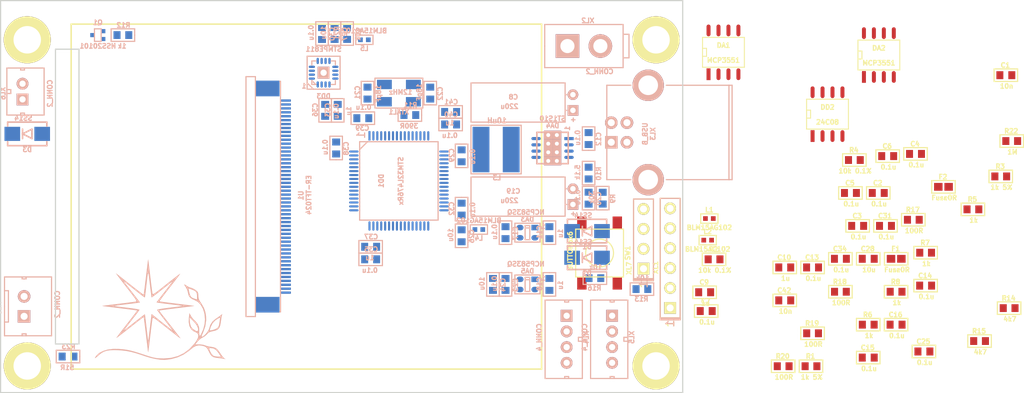
<source format=kicad_pcb>
(kicad_pcb (version 4) (host pcbnew 4.0.2-stable)

  (general
    (links 277)
    (no_connects 277)
    (area 74.099999 82.899999 315.340002 142.832514)
    (thickness 1.6)
    (drawings 16)
    (tracks 0)
    (zones 0)
    (modules 100)
    (nets 88)
  )

  (page A4)
  (layers
    (0 F.Cu signal)
    (31 B.Cu signal)
    (36 B.SilkS user)
    (37 F.SilkS user)
    (38 B.Mask user)
    (39 F.Mask user)
    (40 Dwgs.User user hide)
    (44 Edge.Cuts user)
  )

  (setup
    (last_trace_width 0.25)
    (trace_clearance 0.2)
    (zone_clearance 0.508)
    (zone_45_only no)
    (trace_min 0.2)
    (segment_width 0.2)
    (edge_width 0.15)
    (via_size 0.6)
    (via_drill 0.4)
    (via_min_size 0.4)
    (via_min_drill 0.3)
    (uvia_size 0.3)
    (uvia_drill 0.1)
    (uvias_allowed no)
    (uvia_min_size 0.2)
    (uvia_min_drill 0.1)
    (pcb_text_width 0.3)
    (pcb_text_size 1.5 1.5)
    (mod_edge_width 0.15)
    (mod_text_size 1 1)
    (mod_text_width 0.15)
    (pad_size 1.524 1.524)
    (pad_drill 0.762)
    (pad_to_mask_clearance 0.2)
    (aux_axis_origin 0 0)
    (visible_elements 7FFFF59F)
    (pcbplotparams
      (layerselection 0x00030_80000001)
      (usegerberextensions false)
      (excludeedgelayer true)
      (linewidth 0.100000)
      (plotframeref false)
      (viasonmask false)
      (mode 1)
      (useauxorigin false)
      (hpglpennumber 1)
      (hpglpenspeed 20)
      (hpglpendiameter 15)
      (hpglpenoverlay 2)
      (psnegative false)
      (psa4output false)
      (plotreference true)
      (plotvalue true)
      (plotinvisibletext false)
      (padsonsilk false)
      (subtractmaskfromsilk false)
      (outputformat 1)
      (mirror false)
      (drillshape 1)
      (scaleselection 1)
      (outputdirectory ""))
  )

  (net 0 "")
  (net 1 GND)
  (net 2 /5V_USB)
  (net 3 AGND)
  (net 4 "Net-(C2-Pad2)")
  (net 5 "Net-(C3-Pad2)")
  (net 6 "Net-(C5-Pad2)")
  (net 7 "Net-(C6-Pad2)")
  (net 8 +12V)
  (net 9 GNDPWR)
  (net 10 "Net-(C13-Pad1)")
  (net 11 "Net-(C10-Pad1)")
  (net 12 +5V)
  (net 13 /ADC_PWR1)
  (net 14 /ADC_PWR2)
  (net 15 +3.3V)
  (net 16 /PWR_5V)
  (net 17 "Net-(C21-Pad1)")
  (net 18 "Net-(C22-Pad1)")
  (net 19 +3.3V_A)
  (net 20 PwrMCU)
  (net 21 /TOUCH_PWR)
  (net 22 /SHLD)
  (net 23 /VENT_OUT)
  (net 24 /CS1)
  (net 25 /SDO1)
  (net 26 /SCK1)
  (net 27 /CS2)
  (net 28 /SDO2)
  (net 29 /SCK2)
  (net 30 "Net-(DA4-Pad3)")
  (net 31 /L_OUT)
  (net 32 "Net-(DD1-Pad6)")
  (net 33 /SCL)
  (net 34 /SDA)
  (net 35 /TOUCH_INT)
  (net 36 /LCD_CSX)
  (net 37 /LCD_TE)
  (net 38 "Net-(DD1-Pad15)")
  (net 39 /UART_TX)
  (net 40 /UART_RX)
  (net 41 "Net-(DD1-Pad20)")
  (net 42 /LCD_RD)
  (net 43 /LCD_D12)
  (net 44 /LCD_D13)
  (net 45 /LCD_D14)
  (net 46 /LCD_D15)
  (net 47 /LCD_WR)
  (net 48 /LCD_D0)
  (net 49 /LCD_D1)
  (net 50 /LCD_D2)
  (net 51 /LCD_D10)
  (net 52 /LCD_D11)
  (net 53 /VENT_CTRL)
  (net 54 /HEATER_CTRL)
  (net 55 /LCD_RST)
  (net 56 /LCD_DC)
  (net 57 "Net-(DD1-Pad41)")
  (net 58 "Net-(DD1-Pad42)")
  (net 59 /D-)
  (net 60 /D+)
  (net 61 /SWDIO)
  (net 62 /SWCLK)
  (net 63 /LCD_D3)
  (net 64 /LCD_D4)
  (net 65 /LCD_D5)
  (net 66 /LCD_D6)
  (net 67 /LCD_D7)
  (net 68 "Net-(DD1-Pad60)")
  (net 69 /LCD_D8)
  (net 70 /LCD_D9)
  (net 71 /LCD_Y-)
  (net 72 "Net-(DD3-Pad7)")
  (net 73 /LCD_X+)
  (net 74 /LCD_Y+)
  (net 75 /LCD_X-)
  (net 76 "Net-(Q1-Pad1)")
  (net 77 "Net-(R2-Pad2)")
  (net 78 "Net-(R4-Pad2)")
  (net 79 "Net-(R5-Pad1)")
  (net 80 "Net-(R6-Pad1)")
  (net 81 "Net-(R7-Pad1)")
  (net 82 "Net-(R8-Pad1)")
  (net 83 "Net-(R17-Pad1)")
  (net 84 "Net-(R18-Pad1)")
  (net 85 "Net-(R19-Pad1)")
  (net 86 "Net-(R20-Pad1)")
  (net 87 "Net-(R23-Pad2)")

  (net_class Default "This is the default net class."
    (clearance 0.2)
    (trace_width 0.25)
    (via_dia 0.6)
    (via_drill 0.4)
    (uvia_dia 0.3)
    (uvia_drill 0.1)
    (add_net +12V)
    (add_net +3.3V)
    (add_net +3.3V_A)
    (add_net +5V)
    (add_net /5V_USB)
    (add_net /ADC_PWR1)
    (add_net /ADC_PWR2)
    (add_net /CS1)
    (add_net /CS2)
    (add_net /D+)
    (add_net /D-)
    (add_net /HEATER_CTRL)
    (add_net /LCD_CSX)
    (add_net /LCD_D0)
    (add_net /LCD_D1)
    (add_net /LCD_D10)
    (add_net /LCD_D11)
    (add_net /LCD_D12)
    (add_net /LCD_D13)
    (add_net /LCD_D14)
    (add_net /LCD_D15)
    (add_net /LCD_D2)
    (add_net /LCD_D3)
    (add_net /LCD_D4)
    (add_net /LCD_D5)
    (add_net /LCD_D6)
    (add_net /LCD_D7)
    (add_net /LCD_D8)
    (add_net /LCD_D9)
    (add_net /LCD_DC)
    (add_net /LCD_RD)
    (add_net /LCD_RST)
    (add_net /LCD_TE)
    (add_net /LCD_WR)
    (add_net /LCD_X+)
    (add_net /LCD_X-)
    (add_net /LCD_Y+)
    (add_net /LCD_Y-)
    (add_net /L_OUT)
    (add_net /PWR_5V)
    (add_net /SCK1)
    (add_net /SCK2)
    (add_net /SCL)
    (add_net /SDA)
    (add_net /SDO1)
    (add_net /SDO2)
    (add_net /SHLD)
    (add_net /SWCLK)
    (add_net /SWDIO)
    (add_net /TOUCH_INT)
    (add_net /TOUCH_PWR)
    (add_net /UART_RX)
    (add_net /UART_TX)
    (add_net /VENT_CTRL)
    (add_net /VENT_OUT)
    (add_net AGND)
    (add_net GND)
    (add_net GNDPWR)
    (add_net "Net-(C10-Pad1)")
    (add_net "Net-(C13-Pad1)")
    (add_net "Net-(C2-Pad2)")
    (add_net "Net-(C21-Pad1)")
    (add_net "Net-(C22-Pad1)")
    (add_net "Net-(C3-Pad2)")
    (add_net "Net-(C5-Pad2)")
    (add_net "Net-(C6-Pad2)")
    (add_net "Net-(DA4-Pad3)")
    (add_net "Net-(DD1-Pad15)")
    (add_net "Net-(DD1-Pad20)")
    (add_net "Net-(DD1-Pad41)")
    (add_net "Net-(DD1-Pad42)")
    (add_net "Net-(DD1-Pad6)")
    (add_net "Net-(DD1-Pad60)")
    (add_net "Net-(DD3-Pad7)")
    (add_net "Net-(Q1-Pad1)")
    (add_net "Net-(R17-Pad1)")
    (add_net "Net-(R18-Pad1)")
    (add_net "Net-(R19-Pad1)")
    (add_net "Net-(R2-Pad2)")
    (add_net "Net-(R20-Pad1)")
    (add_net "Net-(R23-Pad2)")
    (add_net "Net-(R4-Pad2)")
    (add_net "Net-(R5-Pad1)")
    (add_net "Net-(R6-Pad1)")
    (add_net "Net-(R7-Pad1)")
    (add_net "Net-(R8-Pad1)")
    (add_net PwrMCU)
  )

  (module Capacitors:CAP_0603 (layer F.Cu) (tedit 551AC0D3) (tstamp 57223376)
    (at 222.215001 92.515)
    (path /57211B27)
    (attr smd)
    (fp_text reference C1 (at -0.0635 -1.27) (layer F.SilkS)
      (effects (font (size 0.6 0.6) (thickness 0.15)))
    )
    (fp_text value 10n (at 0.09906 1.39954) (layer F.SilkS)
      (effects (font (size 0.6 0.6) (thickness 0.15)))
    )
    (fp_line (start -1.5 0) (end -1.5 -0.8) (layer F.SilkS) (width 0.15))
    (fp_line (start -1.5 -0.8) (end 1.5 -0.8) (layer F.SilkS) (width 0.15))
    (fp_line (start 1.5 -0.8) (end 1.5 0.8) (layer F.SilkS) (width 0.15))
    (fp_line (start 1.5 0.8) (end -1.5 0.8) (layer F.SilkS) (width 0.15))
    (fp_line (start -1.5 0.8) (end -1.5 0) (layer F.SilkS) (width 0.15))
    (pad 1 smd rect (at -0.762 0) (size 0.889 1.016) (layers F.Cu F.Mask)
      (net 1 GND))
    (pad 2 smd rect (at 0.762 0) (size 0.889 1.016) (layers F.Cu F.Mask)
      (net 2 /5V_USB))
    (model 3d\c_0603.wrl
      (at (xyz 0 0 0))
      (scale (xyz 1 1 1))
      (rotate (xyz 0 0 0))
    )
  )

  (module Capacitors:CAP_0603 (layer F.Cu) (tedit 551AC0D3) (tstamp 5722337C)
    (at 205.945001 107.535)
    (path /571FEBF5)
    (attr smd)
    (fp_text reference C2 (at -0.0635 -1.27) (layer F.SilkS)
      (effects (font (size 0.6 0.6) (thickness 0.15)))
    )
    (fp_text value 0.1u (at 0.09906 1.39954) (layer F.SilkS)
      (effects (font (size 0.6 0.6) (thickness 0.15)))
    )
    (fp_line (start -1.5 0) (end -1.5 -0.8) (layer F.SilkS) (width 0.15))
    (fp_line (start -1.5 -0.8) (end 1.5 -0.8) (layer F.SilkS) (width 0.15))
    (fp_line (start 1.5 -0.8) (end 1.5 0.8) (layer F.SilkS) (width 0.15))
    (fp_line (start 1.5 0.8) (end -1.5 0.8) (layer F.SilkS) (width 0.15))
    (fp_line (start -1.5 0.8) (end -1.5 0) (layer F.SilkS) (width 0.15))
    (pad 1 smd rect (at -0.762 0) (size 0.889 1.016) (layers F.Cu F.Mask)
      (net 3 AGND))
    (pad 2 smd rect (at 0.762 0) (size 0.889 1.016) (layers F.Cu F.Mask)
      (net 4 "Net-(C2-Pad2)"))
    (model 3d\c_0603.wrl
      (at (xyz 0 0 0))
      (scale (xyz 1 1 1))
      (rotate (xyz 0 0 0))
    )
  )

  (module Capacitors:CAP_0603 (layer F.Cu) (tedit 551AC0D3) (tstamp 57223382)
    (at 203.315001 111.735)
    (path /571FEB6C)
    (attr smd)
    (fp_text reference C3 (at -0.0635 -1.27) (layer F.SilkS)
      (effects (font (size 0.6 0.6) (thickness 0.15)))
    )
    (fp_text value 0.1u (at 0.09906 1.39954) (layer F.SilkS)
      (effects (font (size 0.6 0.6) (thickness 0.15)))
    )
    (fp_line (start -1.5 0) (end -1.5 -0.8) (layer F.SilkS) (width 0.15))
    (fp_line (start -1.5 -0.8) (end 1.5 -0.8) (layer F.SilkS) (width 0.15))
    (fp_line (start 1.5 -0.8) (end 1.5 0.8) (layer F.SilkS) (width 0.15))
    (fp_line (start 1.5 0.8) (end -1.5 0.8) (layer F.SilkS) (width 0.15))
    (fp_line (start -1.5 0.8) (end -1.5 0) (layer F.SilkS) (width 0.15))
    (pad 1 smd rect (at -0.762 0) (size 0.889 1.016) (layers F.Cu F.Mask)
      (net 4 "Net-(C2-Pad2)"))
    (pad 2 smd rect (at 0.762 0) (size 0.889 1.016) (layers F.Cu F.Mask)
      (net 5 "Net-(C3-Pad2)"))
    (model 3d\c_0603.wrl
      (at (xyz 0 0 0))
      (scale (xyz 1 1 1))
      (rotate (xyz 0 0 0))
    )
  )

  (module Capacitors:CAP_0603 (layer F.Cu) (tedit 551AC0D3) (tstamp 57223388)
    (at 210.695001 102.555)
    (path /571FEC54)
    (attr smd)
    (fp_text reference C4 (at -0.0635 -1.27) (layer F.SilkS)
      (effects (font (size 0.6 0.6) (thickness 0.15)))
    )
    (fp_text value 0.1u (at 0.09906 1.39954) (layer F.SilkS)
      (effects (font (size 0.6 0.6) (thickness 0.15)))
    )
    (fp_line (start -1.5 0) (end -1.5 -0.8) (layer F.SilkS) (width 0.15))
    (fp_line (start -1.5 -0.8) (end 1.5 -0.8) (layer F.SilkS) (width 0.15))
    (fp_line (start 1.5 -0.8) (end 1.5 0.8) (layer F.SilkS) (width 0.15))
    (fp_line (start 1.5 0.8) (end -1.5 0.8) (layer F.SilkS) (width 0.15))
    (fp_line (start -1.5 0.8) (end -1.5 0) (layer F.SilkS) (width 0.15))
    (pad 1 smd rect (at -0.762 0) (size 0.889 1.016) (layers F.Cu F.Mask)
      (net 5 "Net-(C3-Pad2)"))
    (pad 2 smd rect (at 0.762 0) (size 0.889 1.016) (layers F.Cu F.Mask)
      (net 3 AGND))
    (model 3d\c_0603.wrl
      (at (xyz 0 0 0))
      (scale (xyz 1 1 1))
      (rotate (xyz 0 0 0))
    )
  )

  (module Capacitors:CAP_0603 (layer F.Cu) (tedit 551AC0D3) (tstamp 5722338E)
    (at 202.395001 107.535)
    (path /571FFAEC)
    (attr smd)
    (fp_text reference C5 (at -0.0635 -1.27) (layer F.SilkS)
      (effects (font (size 0.6 0.6) (thickness 0.15)))
    )
    (fp_text value 0.1u (at 0.09906 1.39954) (layer F.SilkS)
      (effects (font (size 0.6 0.6) (thickness 0.15)))
    )
    (fp_line (start -1.5 0) (end -1.5 -0.8) (layer F.SilkS) (width 0.15))
    (fp_line (start -1.5 -0.8) (end 1.5 -0.8) (layer F.SilkS) (width 0.15))
    (fp_line (start 1.5 -0.8) (end 1.5 0.8) (layer F.SilkS) (width 0.15))
    (fp_line (start 1.5 0.8) (end -1.5 0.8) (layer F.SilkS) (width 0.15))
    (fp_line (start -1.5 0.8) (end -1.5 0) (layer F.SilkS) (width 0.15))
    (pad 1 smd rect (at -0.762 0) (size 0.889 1.016) (layers F.Cu F.Mask)
      (net 3 AGND))
    (pad 2 smd rect (at 0.762 0) (size 0.889 1.016) (layers F.Cu F.Mask)
      (net 6 "Net-(C5-Pad2)"))
    (model 3d\c_0603.wrl
      (at (xyz 0 0 0))
      (scale (xyz 1 1 1))
      (rotate (xyz 0 0 0))
    )
  )

  (module Capacitors:CAP_0603 (layer F.Cu) (tedit 551AC0D3) (tstamp 57223394)
    (at 207.145001 102.835)
    (path /571FFAE4)
    (attr smd)
    (fp_text reference C6 (at -0.0635 -1.27) (layer F.SilkS)
      (effects (font (size 0.6 0.6) (thickness 0.15)))
    )
    (fp_text value 0.1u (at 0.09906 1.39954) (layer F.SilkS)
      (effects (font (size 0.6 0.6) (thickness 0.15)))
    )
    (fp_line (start -1.5 0) (end -1.5 -0.8) (layer F.SilkS) (width 0.15))
    (fp_line (start -1.5 -0.8) (end 1.5 -0.8) (layer F.SilkS) (width 0.15))
    (fp_line (start 1.5 -0.8) (end 1.5 0.8) (layer F.SilkS) (width 0.15))
    (fp_line (start 1.5 0.8) (end -1.5 0.8) (layer F.SilkS) (width 0.15))
    (fp_line (start -1.5 0.8) (end -1.5 0) (layer F.SilkS) (width 0.15))
    (pad 1 smd rect (at -0.762 0) (size 0.889 1.016) (layers F.Cu F.Mask)
      (net 6 "Net-(C5-Pad2)"))
    (pad 2 smd rect (at 0.762 0) (size 0.889 1.016) (layers F.Cu F.Mask)
      (net 7 "Net-(C6-Pad2)"))
    (model 3d\c_0603.wrl
      (at (xyz 0 0 0))
      (scale (xyz 1 1 1))
      (rotate (xyz 0 0 0))
    )
  )

  (module Capacitors:CAP_0603 (layer F.Cu) (tedit 551AC0D3) (tstamp 5722339A)
    (at 184 122.6)
    (path /571FFAF4)
    (attr smd)
    (fp_text reference C7 (at -0.0635 -1.27) (layer F.SilkS)
      (effects (font (size 0.6 0.6) (thickness 0.15)))
    )
    (fp_text value 0.1u (at 0.09906 1.39954) (layer F.SilkS)
      (effects (font (size 0.6 0.6) (thickness 0.15)))
    )
    (fp_line (start -1.5 0) (end -1.5 -0.8) (layer F.SilkS) (width 0.15))
    (fp_line (start -1.5 -0.8) (end 1.5 -0.8) (layer F.SilkS) (width 0.15))
    (fp_line (start 1.5 -0.8) (end 1.5 0.8) (layer F.SilkS) (width 0.15))
    (fp_line (start 1.5 0.8) (end -1.5 0.8) (layer F.SilkS) (width 0.15))
    (fp_line (start -1.5 0.8) (end -1.5 0) (layer F.SilkS) (width 0.15))
    (pad 1 smd rect (at -0.762 0) (size 0.889 1.016) (layers F.Cu F.Mask)
      (net 7 "Net-(C6-Pad2)"))
    (pad 2 smd rect (at 0.762 0) (size 0.889 1.016) (layers F.Cu F.Mask)
      (net 3 AGND))
    (model 3d\c_0603.wrl
      (at (xyz 0 0 0))
      (scale (xyz 1 1 1))
      (rotate (xyz 0 0 0))
    )
  )

  (module Capacitors:CAP_05xxR_horiz (layer B.Cu) (tedit 571106B5) (tstamp 572233A0)
    (at 167 96 90)
    (descr "Polarized capacitor 05R horizontal")
    (path /5724084E)
    (fp_text reference C8 (at 0.7 -7.6 360) (layer B.SilkS)
      (effects (font (size 0.6 0.6) (thickness 0.15)) (justify mirror))
    )
    (fp_text value 220u (at -0.5 -8.1 360) (layer B.SilkS)
      (effects (font (size 0.6 0.6) (thickness 0.15)) (justify mirror))
    )
    (fp_line (start 1 -0.8) (end 1 -1) (layer B.SilkS) (width 0.15))
    (fp_line (start -1 -0.8) (end -1 -1) (layer B.SilkS) (width 0.15))
    (fp_line (start 2.5 -1) (end 2.5 -13) (layer B.SilkS) (width 0.15))
    (fp_line (start 2.5 -13) (end -2.5 -13) (layer B.SilkS) (width 0.15))
    (fp_line (start -2.5 -13) (end -2.5 -1) (layer B.SilkS) (width 0.15))
    (fp_line (start -2.5 -1) (end 2.5 -1) (layer B.SilkS) (width 0.15))
    (fp_text user + (at -2.2 0 90) (layer B.SilkS)
      (effects (font (size 0.6 0.6) (thickness 0.15)) (justify mirror))
    )
    (pad 1 thru_hole rect (at -1 0 90) (size 1.35 1.35) (drill 0.7) (layers *.Cu *.Mask B.SilkS)
      (net 8 +12V))
    (pad 2 thru_hole circle (at 1 0 90) (size 1.35 1.35) (drill 0.7) (layers *.Cu *.Mask B.SilkS)
      (net 9 GNDPWR))
  )

  (module Capacitors:CAP_0603 (layer F.Cu) (tedit 551AC0D3) (tstamp 572233A6)
    (at 183.8 120.2)
    (path /571FC5F4)
    (attr smd)
    (fp_text reference C9 (at -0.0635 -1.27) (layer F.SilkS)
      (effects (font (size 0.6 0.6) (thickness 0.15)))
    )
    (fp_text value 1u (at 0.09906 1.39954) (layer F.SilkS)
      (effects (font (size 0.6 0.6) (thickness 0.15)))
    )
    (fp_line (start -1.5 0) (end -1.5 -0.8) (layer F.SilkS) (width 0.15))
    (fp_line (start -1.5 -0.8) (end 1.5 -0.8) (layer F.SilkS) (width 0.15))
    (fp_line (start 1.5 -0.8) (end 1.5 0.8) (layer F.SilkS) (width 0.15))
    (fp_line (start 1.5 0.8) (end -1.5 0.8) (layer F.SilkS) (width 0.15))
    (fp_line (start -1.5 0.8) (end -1.5 0) (layer F.SilkS) (width 0.15))
    (pad 1 smd rect (at -0.762 0) (size 0.889 1.016) (layers F.Cu F.Mask)
      (net 10 "Net-(C13-Pad1)"))
    (pad 2 smd rect (at 0.762 0) (size 0.889 1.016) (layers F.Cu F.Mask)
      (net 3 AGND))
    (model 3d\c_0603.wrl
      (at (xyz 0 0 0))
      (scale (xyz 1 1 1))
      (rotate (xyz 0 0 0))
    )
  )

  (module Capacitors:CAP_0603 (layer F.Cu) (tedit 551AC0D3) (tstamp 572233AC)
    (at 194.015001 117.035)
    (path /571FFA77)
    (attr smd)
    (fp_text reference C10 (at -0.0635 -1.27) (layer F.SilkS)
      (effects (font (size 0.6 0.6) (thickness 0.15)))
    )
    (fp_text value 1u (at 0.09906 1.39954) (layer F.SilkS)
      (effects (font (size 0.6 0.6) (thickness 0.15)))
    )
    (fp_line (start -1.5 0) (end -1.5 -0.8) (layer F.SilkS) (width 0.15))
    (fp_line (start -1.5 -0.8) (end 1.5 -0.8) (layer F.SilkS) (width 0.15))
    (fp_line (start 1.5 -0.8) (end 1.5 0.8) (layer F.SilkS) (width 0.15))
    (fp_line (start 1.5 0.8) (end -1.5 0.8) (layer F.SilkS) (width 0.15))
    (fp_line (start -1.5 0.8) (end -1.5 0) (layer F.SilkS) (width 0.15))
    (pad 1 smd rect (at -0.762 0) (size 0.889 1.016) (layers F.Cu F.Mask)
      (net 11 "Net-(C10-Pad1)"))
    (pad 2 smd rect (at 0.762 0) (size 0.889 1.016) (layers F.Cu F.Mask)
      (net 3 AGND))
    (model 3d\c_0603.wrl
      (at (xyz 0 0 0))
      (scale (xyz 1 1 1))
      (rotate (xyz 0 0 0))
    )
  )

  (module Capacitors:CAP_0603 (layer B.Cu) (tedit 551AC0D3) (tstamp 572233B2)
    (at 164 112.6 270)
    (path /57267B07)
    (attr smd)
    (fp_text reference C11 (at -0.0635 1.27 270) (layer B.SilkS)
      (effects (font (size 0.6 0.6) (thickness 0.15)) (justify mirror))
    )
    (fp_text value 1u (at 0.09906 -1.39954 270) (layer B.SilkS)
      (effects (font (size 0.6 0.6) (thickness 0.15)) (justify mirror))
    )
    (fp_line (start -1.5 0) (end -1.5 0.8) (layer B.SilkS) (width 0.15))
    (fp_line (start -1.5 0.8) (end 1.5 0.8) (layer B.SilkS) (width 0.15))
    (fp_line (start 1.5 0.8) (end 1.5 -0.8) (layer B.SilkS) (width 0.15))
    (fp_line (start 1.5 -0.8) (end -1.5 -0.8) (layer B.SilkS) (width 0.15))
    (fp_line (start -1.5 -0.8) (end -1.5 0) (layer B.SilkS) (width 0.15))
    (pad 1 smd rect (at -0.762 0 270) (size 0.889 1.016) (layers B.Cu B.Mask)
      (net 12 +5V))
    (pad 2 smd rect (at 0.762 0 270) (size 0.889 1.016) (layers B.Cu B.Mask)
      (net 1 GND))
    (model 3d\c_0603.wrl
      (at (xyz 0 0 0))
      (scale (xyz 1 1 1))
      (rotate (xyz 0 0 0))
    )
  )

  (module Capacitors:CAP_0603 (layer B.Cu) (tedit 551AC0D3) (tstamp 572233B8)
    (at 169 100.6 90)
    (path /57241F2E)
    (attr smd)
    (fp_text reference C12 (at -0.0635 1.27 90) (layer B.SilkS)
      (effects (font (size 0.6 0.6) (thickness 0.15)) (justify mirror))
    )
    (fp_text value 0.1u (at 0.09906 -1.39954 90) (layer B.SilkS)
      (effects (font (size 0.6 0.6) (thickness 0.15)) (justify mirror))
    )
    (fp_line (start -1.5 0) (end -1.5 0.8) (layer B.SilkS) (width 0.15))
    (fp_line (start -1.5 0.8) (end 1.5 0.8) (layer B.SilkS) (width 0.15))
    (fp_line (start 1.5 0.8) (end 1.5 -0.8) (layer B.SilkS) (width 0.15))
    (fp_line (start 1.5 -0.8) (end -1.5 -0.8) (layer B.SilkS) (width 0.15))
    (fp_line (start -1.5 -0.8) (end -1.5 0) (layer B.SilkS) (width 0.15))
    (pad 1 smd rect (at -0.762 0 90) (size 0.889 1.016) (layers B.Cu B.Mask)
      (net 8 +12V))
    (pad 2 smd rect (at 0.762 0 90) (size 0.889 1.016) (layers B.Cu B.Mask)
      (net 9 GNDPWR))
    (model 3d\c_0603.wrl
      (at (xyz 0 0 0))
      (scale (xyz 1 1 1))
      (rotate (xyz 0 0 0))
    )
  )

  (module Capacitors:CAP_0603 (layer F.Cu) (tedit 551AC0D3) (tstamp 572233BE)
    (at 197.565001 117.035)
    (path /571FC5A8)
    (attr smd)
    (fp_text reference C13 (at -0.0635 -1.27) (layer F.SilkS)
      (effects (font (size 0.6 0.6) (thickness 0.15)))
    )
    (fp_text value 0.1u (at 0.09906 1.39954) (layer F.SilkS)
      (effects (font (size 0.6 0.6) (thickness 0.15)))
    )
    (fp_line (start -1.5 0) (end -1.5 -0.8) (layer F.SilkS) (width 0.15))
    (fp_line (start -1.5 -0.8) (end 1.5 -0.8) (layer F.SilkS) (width 0.15))
    (fp_line (start 1.5 -0.8) (end 1.5 0.8) (layer F.SilkS) (width 0.15))
    (fp_line (start 1.5 0.8) (end -1.5 0.8) (layer F.SilkS) (width 0.15))
    (fp_line (start -1.5 0.8) (end -1.5 0) (layer F.SilkS) (width 0.15))
    (pad 1 smd rect (at -0.762 0) (size 0.889 1.016) (layers F.Cu F.Mask)
      (net 10 "Net-(C13-Pad1)"))
    (pad 2 smd rect (at 0.762 0) (size 0.889 1.016) (layers F.Cu F.Mask)
      (net 3 AGND))
    (model 3d\c_0603.wrl
      (at (xyz 0 0 0))
      (scale (xyz 1 1 1))
      (rotate (xyz 0 0 0))
    )
  )

  (module Capacitors:CAP_0603 (layer F.Cu) (tedit 551AC0D3) (tstamp 572233C4)
    (at 211.985001 119.355)
    (path /571FFA69)
    (attr smd)
    (fp_text reference C14 (at -0.0635 -1.27) (layer F.SilkS)
      (effects (font (size 0.6 0.6) (thickness 0.15)))
    )
    (fp_text value 0.1u (at 0.09906 1.39954) (layer F.SilkS)
      (effects (font (size 0.6 0.6) (thickness 0.15)))
    )
    (fp_line (start -1.5 0) (end -1.5 -0.8) (layer F.SilkS) (width 0.15))
    (fp_line (start -1.5 -0.8) (end 1.5 -0.8) (layer F.SilkS) (width 0.15))
    (fp_line (start 1.5 -0.8) (end 1.5 0.8) (layer F.SilkS) (width 0.15))
    (fp_line (start 1.5 0.8) (end -1.5 0.8) (layer F.SilkS) (width 0.15))
    (fp_line (start -1.5 0.8) (end -1.5 0) (layer F.SilkS) (width 0.15))
    (pad 1 smd rect (at -0.762 0) (size 0.889 1.016) (layers F.Cu F.Mask)
      (net 11 "Net-(C10-Pad1)"))
    (pad 2 smd rect (at 0.762 0) (size 0.889 1.016) (layers F.Cu F.Mask)
      (net 3 AGND))
    (model 3d\c_0603.wrl
      (at (xyz 0 0 0))
      (scale (xyz 1 1 1))
      (rotate (xyz 0 0 0))
    )
  )

  (module Capacitors:CAP_0603 (layer F.Cu) (tedit 551AC0D3) (tstamp 572233CA)
    (at 204.665001 128.535)
    (path /571FA9EE)
    (attr smd)
    (fp_text reference C15 (at -0.0635 -1.27) (layer F.SilkS)
      (effects (font (size 0.6 0.6) (thickness 0.15)))
    )
    (fp_text value 0.1u (at 0.09906 1.39954) (layer F.SilkS)
      (effects (font (size 0.6 0.6) (thickness 0.15)))
    )
    (fp_line (start -1.5 0) (end -1.5 -0.8) (layer F.SilkS) (width 0.15))
    (fp_line (start -1.5 -0.8) (end 1.5 -0.8) (layer F.SilkS) (width 0.15))
    (fp_line (start 1.5 -0.8) (end 1.5 0.8) (layer F.SilkS) (width 0.15))
    (fp_line (start 1.5 0.8) (end -1.5 0.8) (layer F.SilkS) (width 0.15))
    (fp_line (start -1.5 0.8) (end -1.5 0) (layer F.SilkS) (width 0.15))
    (pad 1 smd rect (at -0.762 0) (size 0.889 1.016) (layers F.Cu F.Mask)
      (net 13 /ADC_PWR1))
    (pad 2 smd rect (at 0.762 0) (size 0.889 1.016) (layers F.Cu F.Mask)
      (net 3 AGND))
    (model 3d\c_0603.wrl
      (at (xyz 0 0 0))
      (scale (xyz 1 1 1))
      (rotate (xyz 0 0 0))
    )
  )

  (module Capacitors:CAP_0603 (layer F.Cu) (tedit 551AC0D3) (tstamp 572233D0)
    (at 208.215001 124.335)
    (path /571FFA55)
    (attr smd)
    (fp_text reference C16 (at -0.0635 -1.27) (layer F.SilkS)
      (effects (font (size 0.6 0.6) (thickness 0.15)))
    )
    (fp_text value 0.1u (at 0.09906 1.39954) (layer F.SilkS)
      (effects (font (size 0.6 0.6) (thickness 0.15)))
    )
    (fp_line (start -1.5 0) (end -1.5 -0.8) (layer F.SilkS) (width 0.15))
    (fp_line (start -1.5 -0.8) (end 1.5 -0.8) (layer F.SilkS) (width 0.15))
    (fp_line (start 1.5 -0.8) (end 1.5 0.8) (layer F.SilkS) (width 0.15))
    (fp_line (start 1.5 0.8) (end -1.5 0.8) (layer F.SilkS) (width 0.15))
    (fp_line (start -1.5 0.8) (end -1.5 0) (layer F.SilkS) (width 0.15))
    (pad 1 smd rect (at -0.762 0) (size 0.889 1.016) (layers F.Cu F.Mask)
      (net 14 /ADC_PWR2))
    (pad 2 smd rect (at 0.762 0) (size 0.889 1.016) (layers F.Cu F.Mask)
      (net 3 AGND))
    (model 3d\c_0603.wrl
      (at (xyz 0 0 0))
      (scale (xyz 1 1 1))
      (rotate (xyz 0 0 0))
    )
  )

  (module Capacitors:CAP_0603 (layer B.Cu) (tedit 551AC0D3) (tstamp 572233D6)
    (at 158.4 112.6 90)
    (path /572681EE)
    (attr smd)
    (fp_text reference C17 (at -0.0635 1.27 90) (layer B.SilkS)
      (effects (font (size 0.6 0.6) (thickness 0.15)) (justify mirror))
    )
    (fp_text value 0.1u (at 0.09906 -1.39954 90) (layer B.SilkS)
      (effects (font (size 0.6 0.6) (thickness 0.15)) (justify mirror))
    )
    (fp_line (start -1.5 0) (end -1.5 0.8) (layer B.SilkS) (width 0.15))
    (fp_line (start -1.5 0.8) (end 1.5 0.8) (layer B.SilkS) (width 0.15))
    (fp_line (start 1.5 0.8) (end 1.5 -0.8) (layer B.SilkS) (width 0.15))
    (fp_line (start 1.5 -0.8) (end -1.5 -0.8) (layer B.SilkS) (width 0.15))
    (fp_line (start -1.5 -0.8) (end -1.5 0) (layer B.SilkS) (width 0.15))
    (pad 1 smd rect (at -0.762 0 90) (size 0.889 1.016) (layers B.Cu B.Mask)
      (net 15 +3.3V))
    (pad 2 smd rect (at 0.762 0 90) (size 0.889 1.016) (layers B.Cu B.Mask)
      (net 1 GND))
    (model 3d\c_0603.wrl
      (at (xyz 0 0 0))
      (scale (xyz 1 1 1))
      (rotate (xyz 0 0 0))
    )
  )

  (module Capacitors:CAP_0603 (layer B.Cu) (tedit 551AC0D3) (tstamp 572233DC)
    (at 164 119.2 270)
    (path /57269BA8)
    (attr smd)
    (fp_text reference C18 (at -0.0635 1.27 270) (layer B.SilkS)
      (effects (font (size 0.6 0.6) (thickness 0.15)) (justify mirror))
    )
    (fp_text value 1u (at 0.09906 -1.39954 270) (layer B.SilkS)
      (effects (font (size 0.6 0.6) (thickness 0.15)) (justify mirror))
    )
    (fp_line (start -1.5 0) (end -1.5 0.8) (layer B.SilkS) (width 0.15))
    (fp_line (start -1.5 0.8) (end 1.5 0.8) (layer B.SilkS) (width 0.15))
    (fp_line (start 1.5 0.8) (end 1.5 -0.8) (layer B.SilkS) (width 0.15))
    (fp_line (start 1.5 -0.8) (end -1.5 -0.8) (layer B.SilkS) (width 0.15))
    (fp_line (start -1.5 -0.8) (end -1.5 0) (layer B.SilkS) (width 0.15))
    (pad 1 smd rect (at -0.762 0 270) (size 0.889 1.016) (layers B.Cu B.Mask)
      (net 12 +5V))
    (pad 2 smd rect (at 0.762 0 270) (size 0.889 1.016) (layers B.Cu B.Mask)
      (net 3 AGND))
    (model 3d\c_0603.wrl
      (at (xyz 0 0 0))
      (scale (xyz 1 1 1))
      (rotate (xyz 0 0 0))
    )
  )

  (module Capacitors:CAP_05xxR_horiz (layer B.Cu) (tedit 571106B5) (tstamp 572233E2)
    (at 167 108 90)
    (descr "Polarized capacitor 05R horizontal")
    (path /572449E5)
    (fp_text reference C19 (at 0.7 -7.6 360) (layer B.SilkS)
      (effects (font (size 0.6 0.6) (thickness 0.15)) (justify mirror))
    )
    (fp_text value 220u (at -0.5 -8.1 360) (layer B.SilkS)
      (effects (font (size 0.6 0.6) (thickness 0.15)) (justify mirror))
    )
    (fp_line (start 1 -0.8) (end 1 -1) (layer B.SilkS) (width 0.15))
    (fp_line (start -1 -0.8) (end -1 -1) (layer B.SilkS) (width 0.15))
    (fp_line (start 2.5 -1) (end 2.5 -13) (layer B.SilkS) (width 0.15))
    (fp_line (start 2.5 -13) (end -2.5 -13) (layer B.SilkS) (width 0.15))
    (fp_line (start -2.5 -13) (end -2.5 -1) (layer B.SilkS) (width 0.15))
    (fp_line (start -2.5 -1) (end 2.5 -1) (layer B.SilkS) (width 0.15))
    (fp_text user + (at -2.2 0 90) (layer B.SilkS)
      (effects (font (size 0.6 0.6) (thickness 0.15)) (justify mirror))
    )
    (pad 1 thru_hole rect (at -1 0 90) (size 1.35 1.35) (drill 0.7) (layers *.Cu *.Mask B.SilkS)
      (net 16 /PWR_5V))
    (pad 2 thru_hole circle (at 1 0 90) (size 1.35 1.35) (drill 0.7) (layers *.Cu *.Mask B.SilkS)
      (net 9 GNDPWR))
  )

  (module Capacitors:CAP_0603 (layer B.Cu) (tedit 551AC0D3) (tstamp 572233E8)
    (at 169 108.2 90)
    (path /5725482F)
    (attr smd)
    (fp_text reference C20 (at -0.0635 1.27 90) (layer B.SilkS)
      (effects (font (size 0.6 0.6) (thickness 0.15)) (justify mirror))
    )
    (fp_text value 0.1u (at 0.09906 -1.39954 90) (layer B.SilkS)
      (effects (font (size 0.6 0.6) (thickness 0.15)) (justify mirror))
    )
    (fp_line (start -1.5 0) (end -1.5 0.8) (layer B.SilkS) (width 0.15))
    (fp_line (start -1.5 0.8) (end 1.5 0.8) (layer B.SilkS) (width 0.15))
    (fp_line (start 1.5 0.8) (end 1.5 -0.8) (layer B.SilkS) (width 0.15))
    (fp_line (start 1.5 -0.8) (end -1.5 -0.8) (layer B.SilkS) (width 0.15))
    (fp_line (start -1.5 -0.8) (end -1.5 0) (layer B.SilkS) (width 0.15))
    (pad 1 smd rect (at -0.762 0 90) (size 0.889 1.016) (layers B.Cu B.Mask)
      (net 16 /PWR_5V))
    (pad 2 smd rect (at 0.762 0 90) (size 0.889 1.016) (layers B.Cu B.Mask)
      (net 9 GNDPWR))
    (model 3d\c_0603.wrl
      (at (xyz 0 0 0))
      (scale (xyz 1 1 1))
      (rotate (xyz 0 0 0))
    )
  )

  (module Capacitors:CAP_0603 (layer B.Cu) (tedit 551AC0D3) (tstamp 572233EE)
    (at 140.8 94.8 270)
    (path /5720EDE9)
    (attr smd)
    (fp_text reference C21 (at -0.0635 1.27 270) (layer B.SilkS)
      (effects (font (size 0.6 0.6) (thickness 0.15)) (justify mirror))
    )
    (fp_text value 18pF (at 0.09906 -1.39954 270) (layer B.SilkS)
      (effects (font (size 0.6 0.6) (thickness 0.15)) (justify mirror))
    )
    (fp_line (start -1.5 0) (end -1.5 0.8) (layer B.SilkS) (width 0.15))
    (fp_line (start -1.5 0.8) (end 1.5 0.8) (layer B.SilkS) (width 0.15))
    (fp_line (start 1.5 0.8) (end 1.5 -0.8) (layer B.SilkS) (width 0.15))
    (fp_line (start 1.5 -0.8) (end -1.5 -0.8) (layer B.SilkS) (width 0.15))
    (fp_line (start -1.5 -0.8) (end -1.5 0) (layer B.SilkS) (width 0.15))
    (pad 1 smd rect (at -0.762 0 270) (size 0.889 1.016) (layers B.Cu B.Mask)
      (net 17 "Net-(C21-Pad1)"))
    (pad 2 smd rect (at 0.762 0 270) (size 0.889 1.016) (layers B.Cu B.Mask)
      (net 1 GND))
    (model 3d\c_0603.wrl
      (at (xyz 0 0 0))
      (scale (xyz 1 1 1))
      (rotate (xyz 0 0 0))
    )
  )

  (module Capacitors:CAP_0603 (layer B.Cu) (tedit 551AC0D3) (tstamp 572233F4)
    (at 148.8 94.8 90)
    (path /5720EDF2)
    (attr smd)
    (fp_text reference C22 (at -0.0635 1.27 90) (layer B.SilkS)
      (effects (font (size 0.6 0.6) (thickness 0.15)) (justify mirror))
    )
    (fp_text value 18pF (at 0.09906 -1.39954 90) (layer B.SilkS)
      (effects (font (size 0.6 0.6) (thickness 0.15)) (justify mirror))
    )
    (fp_line (start -1.5 0) (end -1.5 0.8) (layer B.SilkS) (width 0.15))
    (fp_line (start -1.5 0.8) (end 1.5 0.8) (layer B.SilkS) (width 0.15))
    (fp_line (start 1.5 0.8) (end 1.5 -0.8) (layer B.SilkS) (width 0.15))
    (fp_line (start 1.5 -0.8) (end -1.5 -0.8) (layer B.SilkS) (width 0.15))
    (fp_line (start -1.5 -0.8) (end -1.5 0) (layer B.SilkS) (width 0.15))
    (pad 1 smd rect (at -0.762 0 90) (size 0.889 1.016) (layers B.Cu B.Mask)
      (net 18 "Net-(C22-Pad1)"))
    (pad 2 smd rect (at 0.762 0 90) (size 0.889 1.016) (layers B.Cu B.Mask)
      (net 1 GND))
    (model 3d\c_0603.wrl
      (at (xyz 0 0 0))
      (scale (xyz 1 1 1))
      (rotate (xyz 0 0 0))
    )
  )

  (module Capacitors:CAP_0603 (layer B.Cu) (tedit 551AC0D3) (tstamp 572233FA)
    (at 158.4 119.2 90)
    (path /57269BB0)
    (attr smd)
    (fp_text reference C23 (at -0.0635 1.27 90) (layer B.SilkS)
      (effects (font (size 0.6 0.6) (thickness 0.15)) (justify mirror))
    )
    (fp_text value 0.1u (at 0.09906 -1.39954 90) (layer B.SilkS)
      (effects (font (size 0.6 0.6) (thickness 0.15)) (justify mirror))
    )
    (fp_line (start -1.5 0) (end -1.5 0.8) (layer B.SilkS) (width 0.15))
    (fp_line (start -1.5 0.8) (end 1.5 0.8) (layer B.SilkS) (width 0.15))
    (fp_line (start 1.5 0.8) (end 1.5 -0.8) (layer B.SilkS) (width 0.15))
    (fp_line (start 1.5 -0.8) (end -1.5 -0.8) (layer B.SilkS) (width 0.15))
    (fp_line (start -1.5 -0.8) (end -1.5 0) (layer B.SilkS) (width 0.15))
    (pad 1 smd rect (at -0.762 0 90) (size 0.889 1.016) (layers B.Cu B.Mask)
      (net 19 +3.3V_A))
    (pad 2 smd rect (at 0.762 0 90) (size 0.889 1.016) (layers B.Cu B.Mask)
      (net 3 AGND))
    (model 3d\c_0603.wrl
      (at (xyz 0 0 0))
      (scale (xyz 1 1 1))
      (rotate (xyz 0 0 0))
    )
  )

  (module Capacitors:CAP_0603 (layer B.Cu) (tedit 551AC0D3) (tstamp 57223400)
    (at 156.8 119.2 90)
    (path /5727276C)
    (attr smd)
    (fp_text reference C24 (at -0.0635 1.27 90) (layer B.SilkS)
      (effects (font (size 0.6 0.6) (thickness 0.15)) (justify mirror))
    )
    (fp_text value 10u (at 0.09906 -1.39954 90) (layer B.SilkS)
      (effects (font (size 0.6 0.6) (thickness 0.15)) (justify mirror))
    )
    (fp_line (start -1.5 0) (end -1.5 0.8) (layer B.SilkS) (width 0.15))
    (fp_line (start -1.5 0.8) (end 1.5 0.8) (layer B.SilkS) (width 0.15))
    (fp_line (start 1.5 0.8) (end 1.5 -0.8) (layer B.SilkS) (width 0.15))
    (fp_line (start 1.5 -0.8) (end -1.5 -0.8) (layer B.SilkS) (width 0.15))
    (fp_line (start -1.5 -0.8) (end -1.5 0) (layer B.SilkS) (width 0.15))
    (pad 1 smd rect (at -0.762 0 90) (size 0.889 1.016) (layers B.Cu B.Mask)
      (net 19 +3.3V_A))
    (pad 2 smd rect (at 0.762 0 90) (size 0.889 1.016) (layers B.Cu B.Mask)
      (net 3 AGND))
    (model 3d\c_0603.wrl
      (at (xyz 0 0 0))
      (scale (xyz 1 1 1))
      (rotate (xyz 0 0 0))
    )
  )

  (module Capacitors:CAP_0603 (layer F.Cu) (tedit 551AC0D3) (tstamp 57223406)
    (at 211.765001 127.755)
    (path /5720EF9C)
    (attr smd)
    (fp_text reference C25 (at -0.0635 -1.27) (layer F.SilkS)
      (effects (font (size 0.6 0.6) (thickness 0.15)))
    )
    (fp_text value 0.1u (at 0.09906 1.39954) (layer F.SilkS)
      (effects (font (size 0.6 0.6) (thickness 0.15)))
    )
    (fp_line (start -1.5 0) (end -1.5 -0.8) (layer F.SilkS) (width 0.15))
    (fp_line (start -1.5 -0.8) (end 1.5 -0.8) (layer F.SilkS) (width 0.15))
    (fp_line (start 1.5 -0.8) (end 1.5 0.8) (layer F.SilkS) (width 0.15))
    (fp_line (start 1.5 0.8) (end -1.5 0.8) (layer F.SilkS) (width 0.15))
    (fp_line (start -1.5 0.8) (end -1.5 0) (layer F.SilkS) (width 0.15))
    (pad 1 smd rect (at -0.762 0) (size 0.889 1.016) (layers F.Cu F.Mask)
      (net 1 GND))
    (pad 2 smd rect (at 0.762 0) (size 0.889 1.016) (layers F.Cu F.Mask)
      (net 15 +3.3V))
    (model 3d\c_0603.wrl
      (at (xyz 0 0 0))
      (scale (xyz 1 1 1))
      (rotate (xyz 0 0 0))
    )
  )

  (module Capacitors:CAP_0603 (layer B.Cu) (tedit 551AC0D3) (tstamp 5722340C)
    (at 152.8 113 90)
    (path /5720EF93)
    (attr smd)
    (fp_text reference C26 (at -0.0635 1.27 90) (layer B.SilkS)
      (effects (font (size 0.6 0.6) (thickness 0.15)) (justify mirror))
    )
    (fp_text value 10u (at 0.09906 -1.39954 90) (layer B.SilkS)
      (effects (font (size 0.6 0.6) (thickness 0.15)) (justify mirror))
    )
    (fp_line (start -1.5 0) (end -1.5 0.8) (layer B.SilkS) (width 0.15))
    (fp_line (start -1.5 0.8) (end 1.5 0.8) (layer B.SilkS) (width 0.15))
    (fp_line (start 1.5 0.8) (end 1.5 -0.8) (layer B.SilkS) (width 0.15))
    (fp_line (start 1.5 -0.8) (end -1.5 -0.8) (layer B.SilkS) (width 0.15))
    (fp_line (start -1.5 -0.8) (end -1.5 0) (layer B.SilkS) (width 0.15))
    (pad 1 smd rect (at -0.762 0 90) (size 0.889 1.016) (layers B.Cu B.Mask)
      (net 1 GND))
    (pad 2 smd rect (at 0.762 0 90) (size 0.889 1.016) (layers B.Cu B.Mask)
      (net 20 PwrMCU))
    (model 3d\c_0603.wrl
      (at (xyz 0 0 0))
      (scale (xyz 1 1 1))
      (rotate (xyz 0 0 0))
    )
  )

  (module Capacitors:CAP_0603 (layer B.Cu) (tedit 551AC0D3) (tstamp 57223412)
    (at 136.6 87.2 90)
    (path /572281B0)
    (attr smd)
    (fp_text reference C27 (at -0.0635 1.27 90) (layer B.SilkS)
      (effects (font (size 0.6 0.6) (thickness 0.15)) (justify mirror))
    )
    (fp_text value 10u (at 0.09906 -1.39954 90) (layer B.SilkS)
      (effects (font (size 0.6 0.6) (thickness 0.15)) (justify mirror))
    )
    (fp_line (start -1.5 0) (end -1.5 0.8) (layer B.SilkS) (width 0.15))
    (fp_line (start -1.5 0.8) (end 1.5 0.8) (layer B.SilkS) (width 0.15))
    (fp_line (start 1.5 0.8) (end 1.5 -0.8) (layer B.SilkS) (width 0.15))
    (fp_line (start 1.5 -0.8) (end -1.5 -0.8) (layer B.SilkS) (width 0.15))
    (fp_line (start -1.5 -0.8) (end -1.5 0) (layer B.SilkS) (width 0.15))
    (pad 1 smd rect (at -0.762 0 90) (size 0.889 1.016) (layers B.Cu B.Mask)
      (net 21 /TOUCH_PWR))
    (pad 2 smd rect (at 0.762 0 90) (size 0.889 1.016) (layers B.Cu B.Mask)
      (net 1 GND))
    (model 3d\c_0603.wrl
      (at (xyz 0 0 0))
      (scale (xyz 1 1 1))
      (rotate (xyz 0 0 0))
    )
  )

  (module Capacitors:CAP_0603 (layer F.Cu) (tedit 551AC0D3) (tstamp 57223418)
    (at 204.665001 115.935)
    (path /57211005)
    (attr smd)
    (fp_text reference C28 (at -0.0635 -1.27) (layer F.SilkS)
      (effects (font (size 0.6 0.6) (thickness 0.15)))
    )
    (fp_text value 10u (at 0.09906 1.39954) (layer F.SilkS)
      (effects (font (size 0.6 0.6) (thickness 0.15)))
    )
    (fp_line (start -1.5 0) (end -1.5 -0.8) (layer F.SilkS) (width 0.15))
    (fp_line (start -1.5 -0.8) (end 1.5 -0.8) (layer F.SilkS) (width 0.15))
    (fp_line (start 1.5 -0.8) (end 1.5 0.8) (layer F.SilkS) (width 0.15))
    (fp_line (start 1.5 0.8) (end -1.5 0.8) (layer F.SilkS) (width 0.15))
    (fp_line (start -1.5 0.8) (end -1.5 0) (layer F.SilkS) (width 0.15))
    (pad 1 smd rect (at -0.762 0) (size 0.889 1.016) (layers F.Cu F.Mask)
      (net 15 +3.3V))
    (pad 2 smd rect (at 0.762 0) (size 0.889 1.016) (layers F.Cu F.Mask)
      (net 1 GND))
    (model 3d\c_0603.wrl
      (at (xyz 0 0 0))
      (scale (xyz 1 1 1))
      (rotate (xyz 0 0 0))
    )
  )

  (module Capacitors:CAP_0603 (layer B.Cu) (tedit 551AC0D3) (tstamp 5722341E)
    (at 152.8 102.8 270)
    (path /5720EFD2)
    (attr smd)
    (fp_text reference C29 (at -0.0635 1.27 270) (layer B.SilkS)
      (effects (font (size 0.6 0.6) (thickness 0.15)) (justify mirror))
    )
    (fp_text value 0.1u (at 0.09906 -1.39954 270) (layer B.SilkS)
      (effects (font (size 0.6 0.6) (thickness 0.15)) (justify mirror))
    )
    (fp_line (start -1.5 0) (end -1.5 0.8) (layer B.SilkS) (width 0.15))
    (fp_line (start -1.5 0.8) (end 1.5 0.8) (layer B.SilkS) (width 0.15))
    (fp_line (start 1.5 0.8) (end 1.5 -0.8) (layer B.SilkS) (width 0.15))
    (fp_line (start 1.5 -0.8) (end -1.5 -0.8) (layer B.SilkS) (width 0.15))
    (fp_line (start -1.5 -0.8) (end -1.5 0) (layer B.SilkS) (width 0.15))
    (pad 1 smd rect (at -0.762 0 270) (size 0.889 1.016) (layers B.Cu B.Mask)
      (net 1 GND))
    (pad 2 smd rect (at 0.762 0 270) (size 0.889 1.016) (layers B.Cu B.Mask)
      (net 20 PwrMCU))
    (model 3d\c_0603.wrl
      (at (xyz 0 0 0))
      (scale (xyz 1 1 1))
      (rotate (xyz 0 0 0))
    )
  )

  (module Capacitors:CAP_0603 (layer B.Cu) (tedit 551AC0D3) (tstamp 57223424)
    (at 135 87.2 90)
    (path /572281A2)
    (attr smd)
    (fp_text reference C30 (at -0.0635 1.27 90) (layer B.SilkS)
      (effects (font (size 0.6 0.6) (thickness 0.15)) (justify mirror))
    )
    (fp_text value 0.1u (at 0.09906 -1.39954 90) (layer B.SilkS)
      (effects (font (size 0.6 0.6) (thickness 0.15)) (justify mirror))
    )
    (fp_line (start -1.5 0) (end -1.5 0.8) (layer B.SilkS) (width 0.15))
    (fp_line (start -1.5 0.8) (end 1.5 0.8) (layer B.SilkS) (width 0.15))
    (fp_line (start 1.5 0.8) (end 1.5 -0.8) (layer B.SilkS) (width 0.15))
    (fp_line (start 1.5 -0.8) (end -1.5 -0.8) (layer B.SilkS) (width 0.15))
    (fp_line (start -1.5 -0.8) (end -1.5 0) (layer B.SilkS) (width 0.15))
    (pad 1 smd rect (at -0.762 0 90) (size 0.889 1.016) (layers B.Cu B.Mask)
      (net 21 /TOUCH_PWR))
    (pad 2 smd rect (at 0.762 0 90) (size 0.889 1.016) (layers B.Cu B.Mask)
      (net 1 GND))
    (model 3d\c_0603.wrl
      (at (xyz 0 0 0))
      (scale (xyz 1 1 1))
      (rotate (xyz 0 0 0))
    )
  )

  (module Capacitors:CAP_0603 (layer F.Cu) (tedit 551AC0D3) (tstamp 5722342A)
    (at 206.865001 111.735)
    (path /57210FFC)
    (attr smd)
    (fp_text reference C31 (at -0.0635 -1.27) (layer F.SilkS)
      (effects (font (size 0.6 0.6) (thickness 0.15)))
    )
    (fp_text value 0.1u (at 0.09906 1.39954) (layer F.SilkS)
      (effects (font (size 0.6 0.6) (thickness 0.15)))
    )
    (fp_line (start -1.5 0) (end -1.5 -0.8) (layer F.SilkS) (width 0.15))
    (fp_line (start -1.5 -0.8) (end 1.5 -0.8) (layer F.SilkS) (width 0.15))
    (fp_line (start 1.5 -0.8) (end 1.5 0.8) (layer F.SilkS) (width 0.15))
    (fp_line (start 1.5 0.8) (end -1.5 0.8) (layer F.SilkS) (width 0.15))
    (fp_line (start -1.5 0.8) (end -1.5 0) (layer F.SilkS) (width 0.15))
    (pad 1 smd rect (at -0.762 0) (size 0.889 1.016) (layers F.Cu F.Mask)
      (net 15 +3.3V))
    (pad 2 smd rect (at 0.762 0) (size 0.889 1.016) (layers F.Cu F.Mask)
      (net 1 GND))
    (model 3d\c_0603.wrl
      (at (xyz 0 0 0))
      (scale (xyz 1 1 1))
      (rotate (xyz 0 0 0))
    )
  )

  (module Capacitors:CAP_0603 (layer B.Cu) (tedit 551AC0D3) (tstamp 57223430)
    (at 152.8 109.6 270)
    (path /5720EFAE)
    (attr smd)
    (fp_text reference C32 (at -0.0635 1.27 270) (layer B.SilkS)
      (effects (font (size 0.6 0.6) (thickness 0.15)) (justify mirror))
    )
    (fp_text value 0.1u (at 0.09906 -1.39954 270) (layer B.SilkS)
      (effects (font (size 0.6 0.6) (thickness 0.15)) (justify mirror))
    )
    (fp_line (start -1.5 0) (end -1.5 0.8) (layer B.SilkS) (width 0.15))
    (fp_line (start -1.5 0.8) (end 1.5 0.8) (layer B.SilkS) (width 0.15))
    (fp_line (start 1.5 0.8) (end 1.5 -0.8) (layer B.SilkS) (width 0.15))
    (fp_line (start 1.5 -0.8) (end -1.5 -0.8) (layer B.SilkS) (width 0.15))
    (fp_line (start -1.5 -0.8) (end -1.5 0) (layer B.SilkS) (width 0.15))
    (pad 1 smd rect (at -0.762 0 270) (size 0.889 1.016) (layers B.Cu B.Mask)
      (net 1 GND))
    (pad 2 smd rect (at 0.762 0 270) (size 0.889 1.016) (layers B.Cu B.Mask)
      (net 20 PwrMCU))
    (model 3d\c_0603.wrl
      (at (xyz 0 0 0))
      (scale (xyz 1 1 1))
      (rotate (xyz 0 0 0))
    )
  )

  (module Capacitors:CAP_0603 (layer B.Cu) (tedit 551AC0D3) (tstamp 57223436)
    (at 137 97 270)
    (path /57227550)
    (attr smd)
    (fp_text reference C33 (at -0.0635 1.27 270) (layer B.SilkS)
      (effects (font (size 0.6 0.6) (thickness 0.15)) (justify mirror))
    )
    (fp_text value 1u (at 0.09906 -1.39954 270) (layer B.SilkS)
      (effects (font (size 0.6 0.6) (thickness 0.15)) (justify mirror))
    )
    (fp_line (start -1.5 0) (end -1.5 0.8) (layer B.SilkS) (width 0.15))
    (fp_line (start -1.5 0.8) (end 1.5 0.8) (layer B.SilkS) (width 0.15))
    (fp_line (start 1.5 0.8) (end 1.5 -0.8) (layer B.SilkS) (width 0.15))
    (fp_line (start 1.5 -0.8) (end -1.5 -0.8) (layer B.SilkS) (width 0.15))
    (fp_line (start -1.5 -0.8) (end -1.5 0) (layer B.SilkS) (width 0.15))
    (pad 1 smd rect (at -0.762 0 270) (size 0.889 1.016) (layers B.Cu B.Mask)
      (net 21 /TOUCH_PWR))
    (pad 2 smd rect (at 0.762 0 270) (size 0.889 1.016) (layers B.Cu B.Mask)
      (net 1 GND))
    (model 3d\c_0603.wrl
      (at (xyz 0 0 0))
      (scale (xyz 1 1 1))
      (rotate (xyz 0 0 0))
    )
  )

  (module Capacitors:CAP_0603 (layer F.Cu) (tedit 551AC0D3) (tstamp 5722343C)
    (at 201.115001 115.935)
    (path /57210FF3)
    (attr smd)
    (fp_text reference C34 (at -0.0635 -1.27) (layer F.SilkS)
      (effects (font (size 0.6 0.6) (thickness 0.15)))
    )
    (fp_text value 0.1u (at 0.09906 1.39954) (layer F.SilkS)
      (effects (font (size 0.6 0.6) (thickness 0.15)))
    )
    (fp_line (start -1.5 0) (end -1.5 -0.8) (layer F.SilkS) (width 0.15))
    (fp_line (start -1.5 -0.8) (end 1.5 -0.8) (layer F.SilkS) (width 0.15))
    (fp_line (start 1.5 -0.8) (end 1.5 0.8) (layer F.SilkS) (width 0.15))
    (fp_line (start 1.5 0.8) (end -1.5 0.8) (layer F.SilkS) (width 0.15))
    (fp_line (start -1.5 0.8) (end -1.5 0) (layer F.SilkS) (width 0.15))
    (pad 1 smd rect (at -0.762 0) (size 0.889 1.016) (layers F.Cu F.Mask)
      (net 15 +3.3V))
    (pad 2 smd rect (at 0.762 0) (size 0.889 1.016) (layers F.Cu F.Mask)
      (net 1 GND))
    (model 3d\c_0603.wrl
      (at (xyz 0 0 0))
      (scale (xyz 1 1 1))
      (rotate (xyz 0 0 0))
    )
  )

  (module Capacitors:CAP_0603 (layer B.Cu) (tedit 551AC0D3) (tstamp 57223442)
    (at 141.2 116 180)
    (path /5720EFB7)
    (attr smd)
    (fp_text reference C35 (at -0.0635 1.27 180) (layer B.SilkS)
      (effects (font (size 0.6 0.6) (thickness 0.15)) (justify mirror))
    )
    (fp_text value 0.1u (at 0.09906 -1.39954 180) (layer B.SilkS)
      (effects (font (size 0.6 0.6) (thickness 0.15)) (justify mirror))
    )
    (fp_line (start -1.5 0) (end -1.5 0.8) (layer B.SilkS) (width 0.15))
    (fp_line (start -1.5 0.8) (end 1.5 0.8) (layer B.SilkS) (width 0.15))
    (fp_line (start 1.5 0.8) (end 1.5 -0.8) (layer B.SilkS) (width 0.15))
    (fp_line (start 1.5 -0.8) (end -1.5 -0.8) (layer B.SilkS) (width 0.15))
    (fp_line (start -1.5 -0.8) (end -1.5 0) (layer B.SilkS) (width 0.15))
    (pad 1 smd rect (at -0.762 0 180) (size 0.889 1.016) (layers B.Cu B.Mask)
      (net 1 GND))
    (pad 2 smd rect (at 0.762 0 180) (size 0.889 1.016) (layers B.Cu B.Mask)
      (net 20 PwrMCU))
    (model 3d\c_0603.wrl
      (at (xyz 0 0 0))
      (scale (xyz 1 1 1))
      (rotate (xyz 0 0 0))
    )
  )

  (module Capacitors:CAP_0603 (layer B.Cu) (tedit 551AC0D3) (tstamp 57223448)
    (at 135.4 97 270)
    (path /572271DB)
    (attr smd)
    (fp_text reference C36 (at -0.0635 1.27 270) (layer B.SilkS)
      (effects (font (size 0.6 0.6) (thickness 0.15)) (justify mirror))
    )
    (fp_text value 0.1u (at 0.09906 -1.39954 270) (layer B.SilkS)
      (effects (font (size 0.6 0.6) (thickness 0.15)) (justify mirror))
    )
    (fp_line (start -1.5 0) (end -1.5 0.8) (layer B.SilkS) (width 0.15))
    (fp_line (start -1.5 0.8) (end 1.5 0.8) (layer B.SilkS) (width 0.15))
    (fp_line (start 1.5 0.8) (end 1.5 -0.8) (layer B.SilkS) (width 0.15))
    (fp_line (start 1.5 -0.8) (end -1.5 -0.8) (layer B.SilkS) (width 0.15))
    (fp_line (start -1.5 -0.8) (end -1.5 0) (layer B.SilkS) (width 0.15))
    (pad 1 smd rect (at -0.762 0 270) (size 0.889 1.016) (layers B.Cu B.Mask)
      (net 21 /TOUCH_PWR))
    (pad 2 smd rect (at 0.762 0 270) (size 0.889 1.016) (layers B.Cu B.Mask)
      (net 1 GND))
    (model 3d\c_0603.wrl
      (at (xyz 0 0 0))
      (scale (xyz 1 1 1))
      (rotate (xyz 0 0 0))
    )
  )

  (module Capacitors:CAP_0603 (layer B.Cu) (tedit 551AC0D3) (tstamp 5722344E)
    (at 141.2 114.4 180)
    (path /5720EE35)
    (attr smd)
    (fp_text reference C37 (at -0.0635 1.27 180) (layer B.SilkS)
      (effects (font (size 0.6 0.6) (thickness 0.15)) (justify mirror))
    )
    (fp_text value 1u (at 0.09906 -1.39954 180) (layer B.SilkS)
      (effects (font (size 0.6 0.6) (thickness 0.15)) (justify mirror))
    )
    (fp_line (start -1.5 0) (end -1.5 0.8) (layer B.SilkS) (width 0.15))
    (fp_line (start -1.5 0.8) (end 1.5 0.8) (layer B.SilkS) (width 0.15))
    (fp_line (start 1.5 0.8) (end 1.5 -0.8) (layer B.SilkS) (width 0.15))
    (fp_line (start 1.5 -0.8) (end -1.5 -0.8) (layer B.SilkS) (width 0.15))
    (fp_line (start -1.5 -0.8) (end -1.5 0) (layer B.SilkS) (width 0.15))
    (pad 1 smd rect (at -0.762 0 180) (size 0.889 1.016) (layers B.Cu B.Mask)
      (net 1 GND))
    (pad 2 smd rect (at 0.762 0 180) (size 0.889 1.016) (layers B.Cu B.Mask)
      (net 20 PwrMCU))
    (model 3d\c_0603.wrl
      (at (xyz 0 0 0))
      (scale (xyz 1 1 1))
      (rotate (xyz 0 0 0))
    )
  )

  (module Capacitors:CAP_0603 (layer B.Cu) (tedit 551AC0D3) (tstamp 57223454)
    (at 136.8 101.8 90)
    (path /5720EFC9)
    (attr smd)
    (fp_text reference C38 (at -0.0635 1.27 90) (layer B.SilkS)
      (effects (font (size 0.6 0.6) (thickness 0.15)) (justify mirror))
    )
    (fp_text value 0.1u (at 0.09906 -1.39954 90) (layer B.SilkS)
      (effects (font (size 0.6 0.6) (thickness 0.15)) (justify mirror))
    )
    (fp_line (start -1.5 0) (end -1.5 0.8) (layer B.SilkS) (width 0.15))
    (fp_line (start -1.5 0.8) (end 1.5 0.8) (layer B.SilkS) (width 0.15))
    (fp_line (start 1.5 0.8) (end 1.5 -0.8) (layer B.SilkS) (width 0.15))
    (fp_line (start 1.5 -0.8) (end -1.5 -0.8) (layer B.SilkS) (width 0.15))
    (fp_line (start -1.5 -0.8) (end -1.5 0) (layer B.SilkS) (width 0.15))
    (pad 1 smd rect (at -0.762 0 90) (size 0.889 1.016) (layers B.Cu B.Mask)
      (net 1 GND))
    (pad 2 smd rect (at 0.762 0 90) (size 0.889 1.016) (layers B.Cu B.Mask)
      (net 20 PwrMCU))
    (model 3d\c_0603.wrl
      (at (xyz 0 0 0))
      (scale (xyz 1 1 1))
      (rotate (xyz 0 0 0))
    )
  )

  (module Capacitors:CAP_0603 (layer B.Cu) (tedit 551AC0D3) (tstamp 5722345A)
    (at 140.2 98)
    (path /5720EFC0)
    (attr smd)
    (fp_text reference C39 (at -0.0635 1.27) (layer B.SilkS)
      (effects (font (size 0.6 0.6) (thickness 0.15)) (justify mirror))
    )
    (fp_text value 0.1u (at 0.09906 -1.39954) (layer B.SilkS)
      (effects (font (size 0.6 0.6) (thickness 0.15)) (justify mirror))
    )
    (fp_line (start -1.5 0) (end -1.5 0.8) (layer B.SilkS) (width 0.15))
    (fp_line (start -1.5 0.8) (end 1.5 0.8) (layer B.SilkS) (width 0.15))
    (fp_line (start 1.5 0.8) (end 1.5 -0.8) (layer B.SilkS) (width 0.15))
    (fp_line (start 1.5 -0.8) (end -1.5 -0.8) (layer B.SilkS) (width 0.15))
    (fp_line (start -1.5 -0.8) (end -1.5 0) (layer B.SilkS) (width 0.15))
    (pad 1 smd rect (at -0.762 0) (size 0.889 1.016) (layers B.Cu B.Mask)
      (net 1 GND))
    (pad 2 smd rect (at 0.762 0) (size 0.889 1.016) (layers B.Cu B.Mask)
      (net 20 PwrMCU))
    (model 3d\c_0603.wrl
      (at (xyz 0 0 0))
      (scale (xyz 1 1 1))
      (rotate (xyz 0 0 0))
    )
  )

  (module Capacitors:CAP_0603 (layer B.Cu) (tedit 551AC0D3) (tstamp 57223460)
    (at 151.4 98.8 180)
    (path /5720EFA5)
    (attr smd)
    (fp_text reference C40 (at -0.0635 1.27 180) (layer B.SilkS)
      (effects (font (size 0.6 0.6) (thickness 0.15)) (justify mirror))
    )
    (fp_text value 0.1u (at 0.09906 -1.39954 180) (layer B.SilkS)
      (effects (font (size 0.6 0.6) (thickness 0.15)) (justify mirror))
    )
    (fp_line (start -1.5 0) (end -1.5 0.8) (layer B.SilkS) (width 0.15))
    (fp_line (start -1.5 0.8) (end 1.5 0.8) (layer B.SilkS) (width 0.15))
    (fp_line (start 1.5 0.8) (end 1.5 -0.8) (layer B.SilkS) (width 0.15))
    (fp_line (start 1.5 -0.8) (end -1.5 -0.8) (layer B.SilkS) (width 0.15))
    (fp_line (start -1.5 -0.8) (end -1.5 0) (layer B.SilkS) (width 0.15))
    (pad 1 smd rect (at -0.762 0 180) (size 0.889 1.016) (layers B.Cu B.Mask)
      (net 1 GND))
    (pad 2 smd rect (at 0.762 0 180) (size 0.889 1.016) (layers B.Cu B.Mask)
      (net 20 PwrMCU))
    (model 3d\c_0603.wrl
      (at (xyz 0 0 0))
      (scale (xyz 1 1 1))
      (rotate (xyz 0 0 0))
    )
  )

  (module Capacitors:CAP_0603 (layer B.Cu) (tedit 551AC0D3) (tstamp 57223466)
    (at 151.4 97.2 180)
    (path /5720EE1C)
    (attr smd)
    (fp_text reference C41 (at -0.0635 1.27 180) (layer B.SilkS)
      (effects (font (size 0.6 0.6) (thickness 0.15)) (justify mirror))
    )
    (fp_text value 1u (at 0.09906 -1.39954 180) (layer B.SilkS)
      (effects (font (size 0.6 0.6) (thickness 0.15)) (justify mirror))
    )
    (fp_line (start -1.5 0) (end -1.5 0.8) (layer B.SilkS) (width 0.15))
    (fp_line (start -1.5 0.8) (end 1.5 0.8) (layer B.SilkS) (width 0.15))
    (fp_line (start 1.5 0.8) (end 1.5 -0.8) (layer B.SilkS) (width 0.15))
    (fp_line (start 1.5 -0.8) (end -1.5 -0.8) (layer B.SilkS) (width 0.15))
    (fp_line (start -1.5 -0.8) (end -1.5 0) (layer B.SilkS) (width 0.15))
    (pad 1 smd rect (at -0.762 0 180) (size 0.889 1.016) (layers B.Cu B.Mask)
      (net 1 GND))
    (pad 2 smd rect (at 0.762 0 180) (size 0.889 1.016) (layers B.Cu B.Mask)
      (net 20 PwrMCU))
    (model 3d\c_0603.wrl
      (at (xyz 0 0 0))
      (scale (xyz 1 1 1))
      (rotate (xyz 0 0 0))
    )
  )

  (module Capacitors:CAP_0603 (layer F.Cu) (tedit 551AC0D3) (tstamp 5722346C)
    (at 194.015001 121.235)
    (path /57211B32)
    (attr smd)
    (fp_text reference C42 (at -0.0635 -1.27) (layer F.SilkS)
      (effects (font (size 0.6 0.6) (thickness 0.15)))
    )
    (fp_text value 10n (at 0.09906 1.39954) (layer F.SilkS)
      (effects (font (size 0.6 0.6) (thickness 0.15)))
    )
    (fp_line (start -1.5 0) (end -1.5 -0.8) (layer F.SilkS) (width 0.15))
    (fp_line (start -1.5 -0.8) (end 1.5 -0.8) (layer F.SilkS) (width 0.15))
    (fp_line (start 1.5 -0.8) (end 1.5 0.8) (layer F.SilkS) (width 0.15))
    (fp_line (start 1.5 0.8) (end -1.5 0.8) (layer F.SilkS) (width 0.15))
    (fp_line (start -1.5 0.8) (end -1.5 0) (layer F.SilkS) (width 0.15))
    (pad 1 smd rect (at -0.762 0) (size 0.889 1.016) (layers F.Cu F.Mask)
      (net 1 GND))
    (pad 2 smd rect (at 0.762 0) (size 0.889 1.016) (layers F.Cu F.Mask)
      (net 22 /SHLD))
    (model 3d\c_0603.wrl
      (at (xyz 0 0 0))
      (scale (xyz 1 1 1))
      (rotate (xyz 0 0 0))
    )
  )

  (module Diodes:SMA_DO214AC (layer B.Cu) (tedit 551ABDD3) (tstamp 57223472)
    (at 168.8 112.4)
    (path /5724FCEF)
    (fp_text reference D1 (at 0 1.99898) (layer B.SilkS)
      (effects (font (size 0.59944 0.59944) (thickness 0.14986)) (justify mirror))
    )
    (fp_text value SS14 (at -0.50038 -1.99898) (layer B.SilkS)
      (effects (font (size 0.59944 0.59944) (thickness 0.14986)) (justify mirror))
    )
    (fp_line (start -0.59944 0.59944) (end -0.59944 -0.59944) (layer B.SilkS) (width 0.20066))
    (fp_line (start 0.59944 0) (end 0.59944 0.59944) (layer B.SilkS) (width 0.20066))
    (fp_line (start 0.59944 0.59944) (end -0.59944 0) (layer B.SilkS) (width 0.20066))
    (fp_line (start -0.59944 0) (end 0.59944 -0.59944) (layer B.SilkS) (width 0.20066))
    (fp_line (start 0.59944 -0.59944) (end 0.59944 0) (layer B.SilkS) (width 0.20066))
    (fp_line (start 2.49936 -1.00076) (end 2.49936 -1.50114) (layer B.SilkS) (width 0.20066))
    (fp_line (start 2.49936 -1.50114) (end -2.49936 -1.50114) (layer B.SilkS) (width 0.20066))
    (fp_line (start -2.49936 -1.50114) (end -2.49936 -1.00076) (layer B.SilkS) (width 0.20066))
    (fp_line (start -2.49936 1.00076) (end -2.49936 1.50114) (layer B.SilkS) (width 0.20066))
    (fp_line (start -2.49936 1.50114) (end 2.49936 1.50114) (layer B.SilkS) (width 0.20066))
    (fp_line (start 2.49936 1.50114) (end 2.49936 1.00076) (layer B.SilkS) (width 0.20066))
    (pad C smd rect (at -1.905 0) (size 1.99898 1.80086) (layers B.Cu B.Mask)
      (net 12 +5V))
    (pad A smd rect (at 1.905 0) (size 1.99898 1.80086) (layers B.Cu B.Mask)
      (net 16 /PWR_5V))
    (model 3d\dSMA_DO214AC.wrl
      (at (xyz 0 0 0))
      (scale (xyz 1 1 1))
      (rotate (xyz 0 0 180))
    )
  )

  (module Diodes:SMA_DO214AC (layer B.Cu) (tedit 551ABDD3) (tstamp 57223478)
    (at 168.8 115.8)
    (path /57255B80)
    (fp_text reference D2 (at 0 1.99898) (layer B.SilkS)
      (effects (font (size 0.59944 0.59944) (thickness 0.14986)) (justify mirror))
    )
    (fp_text value SS14 (at -0.50038 -1.99898) (layer B.SilkS)
      (effects (font (size 0.59944 0.59944) (thickness 0.14986)) (justify mirror))
    )
    (fp_line (start -0.59944 0.59944) (end -0.59944 -0.59944) (layer B.SilkS) (width 0.20066))
    (fp_line (start 0.59944 0) (end 0.59944 0.59944) (layer B.SilkS) (width 0.20066))
    (fp_line (start 0.59944 0.59944) (end -0.59944 0) (layer B.SilkS) (width 0.20066))
    (fp_line (start -0.59944 0) (end 0.59944 -0.59944) (layer B.SilkS) (width 0.20066))
    (fp_line (start 0.59944 -0.59944) (end 0.59944 0) (layer B.SilkS) (width 0.20066))
    (fp_line (start 2.49936 -1.00076) (end 2.49936 -1.50114) (layer B.SilkS) (width 0.20066))
    (fp_line (start 2.49936 -1.50114) (end -2.49936 -1.50114) (layer B.SilkS) (width 0.20066))
    (fp_line (start -2.49936 -1.50114) (end -2.49936 -1.00076) (layer B.SilkS) (width 0.20066))
    (fp_line (start -2.49936 1.00076) (end -2.49936 1.50114) (layer B.SilkS) (width 0.20066))
    (fp_line (start -2.49936 1.50114) (end 2.49936 1.50114) (layer B.SilkS) (width 0.20066))
    (fp_line (start 2.49936 1.50114) (end 2.49936 1.00076) (layer B.SilkS) (width 0.20066))
    (pad C smd rect (at -1.905 0) (size 1.99898 1.80086) (layers B.Cu B.Mask)
      (net 12 +5V))
    (pad A smd rect (at 1.905 0) (size 1.99898 1.80086) (layers B.Cu B.Mask)
      (net 2 /5V_USB))
    (model 3d\dSMA_DO214AC.wrl
      (at (xyz 0 0 0))
      (scale (xyz 1 1 1))
      (rotate (xyz 0 0 180))
    )
  )

  (module Diodes:SMA_DO214AC (layer B.Cu) (tedit 551ABDD3) (tstamp 5722347E)
    (at 97.4 100)
    (path /572764E0)
    (fp_text reference D3 (at 0 1.99898) (layer B.SilkS)
      (effects (font (size 0.59944 0.59944) (thickness 0.14986)) (justify mirror))
    )
    (fp_text value SS14 (at -0.50038 -1.99898) (layer B.SilkS)
      (effects (font (size 0.59944 0.59944) (thickness 0.14986)) (justify mirror))
    )
    (fp_line (start -0.59944 0.59944) (end -0.59944 -0.59944) (layer B.SilkS) (width 0.20066))
    (fp_line (start 0.59944 0) (end 0.59944 0.59944) (layer B.SilkS) (width 0.20066))
    (fp_line (start 0.59944 0.59944) (end -0.59944 0) (layer B.SilkS) (width 0.20066))
    (fp_line (start -0.59944 0) (end 0.59944 -0.59944) (layer B.SilkS) (width 0.20066))
    (fp_line (start 0.59944 -0.59944) (end 0.59944 0) (layer B.SilkS) (width 0.20066))
    (fp_line (start 2.49936 -1.00076) (end 2.49936 -1.50114) (layer B.SilkS) (width 0.20066))
    (fp_line (start 2.49936 -1.50114) (end -2.49936 -1.50114) (layer B.SilkS) (width 0.20066))
    (fp_line (start -2.49936 -1.50114) (end -2.49936 -1.00076) (layer B.SilkS) (width 0.20066))
    (fp_line (start -2.49936 1.00076) (end -2.49936 1.50114) (layer B.SilkS) (width 0.20066))
    (fp_line (start -2.49936 1.50114) (end 2.49936 1.50114) (layer B.SilkS) (width 0.20066))
    (fp_line (start 2.49936 1.50114) (end 2.49936 1.00076) (layer B.SilkS) (width 0.20066))
    (pad C smd rect (at -1.905 0) (size 1.99898 1.80086) (layers B.Cu B.Mask)
      (net 8 +12V))
    (pad A smd rect (at 1.905 0) (size 1.99898 1.80086) (layers B.Cu B.Mask)
      (net 23 /VENT_OUT))
    (model 3d\dSMA_DO214AC.wrl
      (at (xyz 0 0 0))
      (scale (xyz 1 1 1))
      (rotate (xyz 0 0 180))
    )
  )

  (module SO_DIL_TSSOP:SO8_150MIL (layer F.Cu) (tedit 5704C516) (tstamp 5722348A)
    (at 186.2 89.6)
    (descr "SO8 150mil")
    (path /571FA99C)
    (attr smd)
    (fp_text reference DA1 (at 0 -0.889) (layer F.SilkS)
      (effects (font (size 0.6 0.6) (thickness 0.15)))
    )
    (fp_text value MCP3551 (at 0 1.016) (layer F.SilkS)
      (effects (font (size 0.6 0.6) (thickness 0.15)))
    )
    (fp_line (start -2.667 1.778) (end -2.667 1.905) (layer F.SilkS) (width 0.127))
    (fp_line (start -2.667 1.905) (end 2.667 1.905) (layer F.SilkS) (width 0.127))
    (fp_line (start 2.667 -1.905) (end -2.667 -1.905) (layer F.SilkS) (width 0.127))
    (fp_line (start -2.667 -1.905) (end -2.667 1.778) (layer F.SilkS) (width 0.127))
    (fp_line (start -2.667 -0.508) (end -2.159 -0.508) (layer F.SilkS) (width 0.127))
    (fp_line (start -2.159 -0.508) (end -2.159 0.508) (layer F.SilkS) (width 0.127))
    (fp_line (start -2.159 0.508) (end -2.667 0.508) (layer F.SilkS) (width 0.127))
    (fp_line (start 2.667 -1.905) (end 2.667 1.905) (layer F.SilkS) (width 0.127))
    (pad 8 smd oval (at -1.905 -2.794) (size 0.508 1.50114) (layers F.Cu F.Mask)
      (net 13 /ADC_PWR1))
    (pad 1 smd rect (at -1.905 2.794) (size 0.508 1.50114) (layers F.Cu F.Mask)
      (net 10 "Net-(C13-Pad1)"))
    (pad 7 smd oval (at -0.635 -2.794) (size 0.508 1.50114) (layers F.Cu F.Mask)
      (net 24 /CS1))
    (pad 6 smd oval (at 0.635 -2.794) (size 0.508 1.50114) (layers F.Cu F.Mask)
      (net 25 /SDO1))
    (pad 5 smd oval (at 1.905 -2.794) (size 0.508 1.50114) (layers F.Cu F.Mask)
      (net 26 /SCK1))
    (pad 2 smd oval (at -0.635 2.794) (size 0.508 1.50114) (layers F.Cu F.Mask)
      (net 4 "Net-(C2-Pad2)"))
    (pad 3 smd oval (at 0.635 2.794) (size 0.508 1.50114) (layers F.Cu F.Mask)
      (net 5 "Net-(C3-Pad2)"))
    (pad 4 smd oval (at 1.905 2.794) (size 0.508 1.50114) (layers F.Cu F.Mask)
      (net 3 AGND))
    (model smd/cms_so8.wrl
      (at (xyz 0 0 0))
      (scale (xyz 0.5 0.32 0.5))
      (rotate (xyz 0 0 0))
    )
  )

  (module SO_DIL_TSSOP:SO8_150MIL (layer F.Cu) (tedit 5704C516) (tstamp 57223496)
    (at 206.020501 89.94457)
    (descr "SO8 150mil")
    (path /571FFA46)
    (attr smd)
    (fp_text reference DA2 (at 0 -0.889) (layer F.SilkS)
      (effects (font (size 0.6 0.6) (thickness 0.15)))
    )
    (fp_text value MCP3551 (at 0 1.016) (layer F.SilkS)
      (effects (font (size 0.6 0.6) (thickness 0.15)))
    )
    (fp_line (start -2.667 1.778) (end -2.667 1.905) (layer F.SilkS) (width 0.127))
    (fp_line (start -2.667 1.905) (end 2.667 1.905) (layer F.SilkS) (width 0.127))
    (fp_line (start 2.667 -1.905) (end -2.667 -1.905) (layer F.SilkS) (width 0.127))
    (fp_line (start -2.667 -1.905) (end -2.667 1.778) (layer F.SilkS) (width 0.127))
    (fp_line (start -2.667 -0.508) (end -2.159 -0.508) (layer F.SilkS) (width 0.127))
    (fp_line (start -2.159 -0.508) (end -2.159 0.508) (layer F.SilkS) (width 0.127))
    (fp_line (start -2.159 0.508) (end -2.667 0.508) (layer F.SilkS) (width 0.127))
    (fp_line (start 2.667 -1.905) (end 2.667 1.905) (layer F.SilkS) (width 0.127))
    (pad 8 smd oval (at -1.905 -2.794) (size 0.508 1.50114) (layers F.Cu F.Mask)
      (net 14 /ADC_PWR2))
    (pad 1 smd rect (at -1.905 2.794) (size 0.508 1.50114) (layers F.Cu F.Mask)
      (net 11 "Net-(C10-Pad1)"))
    (pad 7 smd oval (at -0.635 -2.794) (size 0.508 1.50114) (layers F.Cu F.Mask)
      (net 27 /CS2))
    (pad 6 smd oval (at 0.635 -2.794) (size 0.508 1.50114) (layers F.Cu F.Mask)
      (net 28 /SDO2))
    (pad 5 smd oval (at 1.905 -2.794) (size 0.508 1.50114) (layers F.Cu F.Mask)
      (net 29 /SCK2))
    (pad 2 smd oval (at -0.635 2.794) (size 0.508 1.50114) (layers F.Cu F.Mask)
      (net 6 "Net-(C5-Pad2)"))
    (pad 3 smd oval (at 0.635 2.794) (size 0.508 1.50114) (layers F.Cu F.Mask)
      (net 7 "Net-(C6-Pad2)"))
    (pad 4 smd oval (at 1.905 2.794) (size 0.508 1.50114) (layers F.Cu F.Mask)
      (net 3 AGND))
    (model smd/cms_so8.wrl
      (at (xyz 0 0 0))
      (scale (xyz 0.5 0.32 0.5))
      (rotate (xyz 0 0 0))
    )
  )

  (module SOT:SC82AB (layer B.Cu) (tedit 56C360E7) (tstamp 5722349E)
    (at 161.2 112.6 180)
    (path /57267031)
    (fp_text reference DA3 (at 0 1.7 180) (layer B.SilkS)
      (effects (font (size 0.6 0.6) (thickness 0.15)) (justify mirror))
    )
    (fp_text value NCP583SQ (at 0.2 2.6 180) (layer B.SilkS)
      (effects (font (size 0.6 0.6) (thickness 0.15)) (justify mirror))
    )
    (fp_line (start -0.3 0.6) (end 0.3 0.6) (layer B.SilkS) (width 0.15))
    (fp_line (start -0.3 -0.9) (end -0.3 0.9) (layer B.SilkS) (width 0.15))
    (fp_line (start -0.3 0.9) (end 0.3 0.9) (layer B.SilkS) (width 0.15))
    (fp_line (start 0.3 0.9) (end 0.3 -0.9) (layer B.SilkS) (width 0.15))
    (fp_line (start 0.3 -0.9) (end -0.3 -0.9) (layer B.SilkS) (width 0.15))
    (fp_text user 1 (at -2 0.8 180) (layer B.SilkS)
      (effects (font (size 0.6 0.6) (thickness 0.15)) (justify mirror))
    )
    (fp_line (start -1.6 1.2) (end 1.6 1.2) (layer B.SilkS) (width 0.15))
    (fp_line (start 1.6 1.2) (end 1.6 -1.2) (layer B.SilkS) (width 0.15))
    (fp_line (start 1.6 -1.2) (end -1.6 -1.2) (layer B.SilkS) (width 0.15))
    (fp_line (start -1.6 -1.2) (end -1.6 1.2) (layer B.SilkS) (width 0.15))
    (pad 1 smd rect (at -0.94996 0.65024 180) (size 0.89916 0.70104) (layers B.Cu B.Mask)
      (net 12 +5V))
    (pad 2 smd oval (at -0.94996 -0.65024 180) (size 0.89916 0.70104) (layers B.Cu B.Mask)
      (net 1 GND))
    (pad 3 smd oval (at 0.94996 -0.65024 180) (size 0.89916 0.70104) (layers B.Cu B.Mask)
      (net 15 +3.3V))
    (pad 4 smd oval (at 0.94996 0.65024 180) (size 0.89916 0.70104) (layers B.Cu B.Mask)
      (net 12 +5V))
  )

  (module QFN_DFN:DFN8 (layer B.Cu) (tedit 553B5F7A) (tstamp 572234B7)
    (at 164.4 101.8 270)
    (path /5724C293)
    (fp_text reference DA4 (at -2.85 0 540) (layer B.SilkS)
      (effects (font (size 0.6 0.6) (thickness 0.15)) (justify mirror))
    )
    (fp_text value ST1S10 (at -3.75 0 540) (layer B.SilkS)
      (effects (font (size 0.6 0.6) (thickness 0.15)) (justify mirror))
    )
    (fp_text user 1 (at -2.5 -1.9 270) (layer B.SilkS)
      (effects (font (size 0.6 0.6) (thickness 0.15)) (justify mirror))
    )
    (fp_line (start -2 2) (end 2 2) (layer B.SilkS) (width 0.2))
    (fp_line (start 2 2) (end 2 -2) (layer B.SilkS) (width 0.2))
    (fp_line (start 2 -2) (end -2 -2) (layer B.SilkS) (width 0.2))
    (fp_line (start -2 -2) (end -2 2) (layer B.SilkS) (width 0.2))
    (pad PAD thru_hole rect (at -0.55 0.55 270) (size 1.1 1.1) (drill 0.5) (layers *.Cu B.SilkS B.Mask)
      (net 9 GNDPWR))
    (pad PAD thru_hole rect (at 0.55 0.55 270) (size 1.1 1.1) (drill 0.5) (layers *.Cu B.SilkS B.Mask)
      (net 9 GNDPWR))
    (pad PAD thru_hole rect (at -0.55 -0.55 270) (size 1.1 1.1) (drill 0.5) (layers *.Cu B.SilkS B.Mask)
      (net 9 GNDPWR))
    (pad PAD thru_hole rect (at 0.55 -0.55 270) (size 1.1 1.1) (drill 0.5) (layers *.Cu B.SilkS B.Mask)
      (net 9 GNDPWR))
    (pad PAD thru_hole rect (at -1.65 0.55 270) (size 1.1 1.1) (drill 0.5) (layers *.Cu B.SilkS B.Mask)
      (net 9 GNDPWR))
    (pad PAD thru_hole rect (at -1.65 -0.55 270) (size 1.1 1.1) (drill 0.5) (layers *.Cu B.SilkS B.Mask)
      (net 9 GNDPWR))
    (pad PAD thru_hole rect (at 1.65 0.55 270) (size 1.1 1.1) (drill 0.5) (layers *.Cu B.SilkS B.Mask)
      (net 9 GNDPWR))
    (pad PAD thru_hole rect (at 1.65 -0.55 270) (size 1.1 1.1) (drill 0.5) (layers *.Cu B.SilkS B.Mask)
      (net 9 GNDPWR))
    (pad 1 smd rect (at -1.2 -2.1 270) (size 0.4 1.2) (layers B.Cu B.Mask)
      (net 8 +12V))
    (pad 2 smd oval (at -0.4 -2.1 270) (size 0.4 1.2) (layers B.Cu B.Mask)
      (net 8 +12V))
    (pad 3 smd oval (at 0.4 -2.1 270) (size 0.4 1.2) (layers B.Cu B.Mask)
      (net 30 "Net-(DA4-Pad3)"))
    (pad 4 smd oval (at 1.2 -2.1 270) (size 0.4 1.2) (layers B.Cu B.Mask)
      (net 9 GNDPWR))
    (pad 5 smd oval (at 1.2 2.1 270) (size 0.4 1.2) (layers B.Cu B.Mask)
      (net 9 GNDPWR))
    (pad 6 smd oval (at 0.4 2.1 270) (size 0.4 1.2) (layers B.Cu B.Mask)
      (net 8 +12V))
    (pad 7 smd oval (at -0.4 2.1 270) (size 0.4 1.2) (layers B.Cu B.Mask)
      (net 31 /L_OUT))
    (pad 8 smd oval (at -1.2 2.1 270) (size 0.4 1.2) (layers B.Cu B.Mask)
      (net 9 GNDPWR))
  )

  (module SOT:SC82AB (layer B.Cu) (tedit 56C360E7) (tstamp 572234BF)
    (at 161.2 119.2 180)
    (path /57269BA0)
    (fp_text reference DA5 (at 0 1.7 180) (layer B.SilkS)
      (effects (font (size 0.6 0.6) (thickness 0.15)) (justify mirror))
    )
    (fp_text value NCP583SQ (at 0.2 2.6 180) (layer B.SilkS)
      (effects (font (size 0.6 0.6) (thickness 0.15)) (justify mirror))
    )
    (fp_line (start -0.3 0.6) (end 0.3 0.6) (layer B.SilkS) (width 0.15))
    (fp_line (start -0.3 -0.9) (end -0.3 0.9) (layer B.SilkS) (width 0.15))
    (fp_line (start -0.3 0.9) (end 0.3 0.9) (layer B.SilkS) (width 0.15))
    (fp_line (start 0.3 0.9) (end 0.3 -0.9) (layer B.SilkS) (width 0.15))
    (fp_line (start 0.3 -0.9) (end -0.3 -0.9) (layer B.SilkS) (width 0.15))
    (fp_text user 1 (at -2 0.8 180) (layer B.SilkS)
      (effects (font (size 0.6 0.6) (thickness 0.15)) (justify mirror))
    )
    (fp_line (start -1.6 1.2) (end 1.6 1.2) (layer B.SilkS) (width 0.15))
    (fp_line (start 1.6 1.2) (end 1.6 -1.2) (layer B.SilkS) (width 0.15))
    (fp_line (start 1.6 -1.2) (end -1.6 -1.2) (layer B.SilkS) (width 0.15))
    (fp_line (start -1.6 -1.2) (end -1.6 1.2) (layer B.SilkS) (width 0.15))
    (pad 1 smd rect (at -0.94996 0.65024 180) (size 0.89916 0.70104) (layers B.Cu B.Mask)
      (net 12 +5V))
    (pad 2 smd oval (at -0.94996 -0.65024 180) (size 0.89916 0.70104) (layers B.Cu B.Mask)
      (net 3 AGND))
    (pad 3 smd oval (at 0.94996 -0.65024 180) (size 0.89916 0.70104) (layers B.Cu B.Mask)
      (net 19 +3.3V_A))
    (pad 4 smd oval (at 0.94996 0.65024 180) (size 0.89916 0.70104) (layers B.Cu B.Mask)
      (net 12 +5V))
  )

  (module LQFP_TQFP:LQFP64 (layer B.Cu) (tedit 55539170) (tstamp 57223503)
    (at 144.8 106 270)
    (path /5720EDCE)
    (fp_text reference DD1 (at 0 2.25044 270) (layer B.SilkS)
      (effects (font (size 0.59944 0.59944) (thickness 0.14986)) (justify mirror))
    )
    (fp_text value STM32L476Rx (at 0 -0.24892 270) (layer B.SilkS)
      (effects (font (size 0.59944 0.59944) (thickness 0.14986)) (justify mirror))
    )
    (fp_text user 1 (at -5.842 4.826 270) (layer B.SilkS)
      (effects (font (size 1 1) (thickness 0.15)) (justify mirror))
    )
    (fp_line (start -5.00126 4.0005) (end -4.0005 5.00126) (layer B.SilkS) (width 0.14986))
    (fp_line (start -5.00126 5.00126) (end 5.00126 5.00126) (layer B.SilkS) (width 0.14986))
    (fp_line (start 5.00126 5.00126) (end 5.00126 -5.00126) (layer B.SilkS) (width 0.14986))
    (fp_line (start 5.00126 -5.00126) (end -5.00126 -5.00126) (layer B.SilkS) (width 0.14986))
    (fp_line (start -5.00126 -5.00126) (end -5.00126 5.00126) (layer B.SilkS) (width 0.14986))
    (pad 1 smd rect (at -5.75 3.75 270) (size 1.2 0.27) (layers B.Cu B.Mask)
      (net 20 PwrMCU))
    (pad 2 smd oval (at -5.75 3.25 270) (size 1.2 0.27) (layers B.Cu B.Mask))
    (pad 3 smd oval (at -5.75 2.75 270) (size 1.2 0.27) (layers B.Cu B.Mask))
    (pad 4 smd oval (at -5.75 2.25 270) (size 1.2 0.27) (layers B.Cu B.Mask))
    (pad 5 smd oval (at -5.75 1.75 270) (size 1.2 0.27) (layers B.Cu B.Mask)
      (net 17 "Net-(C21-Pad1)"))
    (pad 6 smd oval (at -5.75 1.25 270) (size 1.2 0.27) (layers B.Cu B.Mask)
      (net 32 "Net-(DD1-Pad6)"))
    (pad 7 smd oval (at -5.75 0.75 270) (size 1.2 0.27) (layers B.Cu B.Mask))
    (pad 8 smd oval (at -5.75 0.25 270) (size 1.2 0.27) (layers B.Cu B.Mask)
      (net 33 /SCL))
    (pad 9 smd oval (at -5.75 -0.25 270) (size 1.2 0.27) (layers B.Cu B.Mask)
      (net 34 /SDA))
    (pad 10 smd oval (at -5.75 -0.75 270) (size 1.2 0.27) (layers B.Cu B.Mask)
      (net 35 /TOUCH_INT))
    (pad 11 smd oval (at -5.75 -1.25 270) (size 1.2 0.27) (layers B.Cu B.Mask)
      (net 36 /LCD_CSX))
    (pad 12 smd oval (at -5.75 -1.75 270) (size 1.2 0.27) (layers B.Cu B.Mask)
      (net 1 GND))
    (pad 13 smd oval (at -5.75 -2.25 270) (size 1.2 0.27) (layers B.Cu B.Mask)
      (net 20 PwrMCU))
    (pad 14 smd oval (at -5.75 -2.75 270) (size 1.2 0.27) (layers B.Cu B.Mask)
      (net 37 /LCD_TE))
    (pad 15 smd oval (at -5.75 -3.25 270) (size 1.2 0.27) (layers B.Cu B.Mask)
      (net 38 "Net-(DD1-Pad15)"))
    (pad 16 smd oval (at -5.75 -3.75 270) (size 1.2 0.27) (layers B.Cu B.Mask)
      (net 39 /UART_TX))
    (pad 17 smd oval (at -3.75 -5.75 180) (size 1.2 0.27) (layers B.Cu B.Mask)
      (net 40 /UART_RX))
    (pad 18 smd oval (at -3.25 -5.75 180) (size 1.2 0.27) (layers B.Cu B.Mask)
      (net 1 GND))
    (pad 19 smd oval (at -2.75 -5.75 180) (size 1.2 0.27) (layers B.Cu B.Mask)
      (net 20 PwrMCU))
    (pad 20 smd oval (at -2.25 -5.75 180) (size 1.2 0.27) (layers B.Cu B.Mask)
      (net 41 "Net-(DD1-Pad20)"))
    (pad 21 smd oval (at -1.75 -5.75 180) (size 1.2 0.27) (layers B.Cu B.Mask)
      (net 26 /SCK1))
    (pad 22 smd oval (at -1.25 -5.75 180) (size 1.2 0.27) (layers B.Cu B.Mask)
      (net 25 /SDO1))
    (pad 23 smd oval (at -0.75 -5.75 180) (size 1.2 0.27) (layers B.Cu B.Mask)
      (net 24 /CS1))
    (pad 24 smd oval (at -0.25 -5.75 180) (size 1.2 0.27) (layers B.Cu B.Mask)
      (net 42 /LCD_RD))
    (pad 33 smd oval (at 5.75 -3.75 270) (size 1.2 0.27) (layers B.Cu B.Mask)
      (net 43 /LCD_D12))
    (pad 34 smd oval (at 5.75 -3.25 270) (size 1.2 0.27) (layers B.Cu B.Mask)
      (net 44 /LCD_D13))
    (pad 35 smd oval (at 5.75 -2.75 270) (size 1.2 0.27) (layers B.Cu B.Mask)
      (net 45 /LCD_D14))
    (pad 36 smd oval (at 5.75 -2.25 270) (size 1.2 0.27) (layers B.Cu B.Mask)
      (net 46 /LCD_D15))
    (pad 25 smd oval (at 0.25 -5.75 180) (size 1.2 0.27) (layers B.Cu B.Mask)
      (net 47 /LCD_WR))
    (pad 26 smd oval (at 0.75 -5.75 180) (size 1.2 0.27) (layers B.Cu B.Mask)
      (net 48 /LCD_D0))
    (pad 27 smd oval (at 1.25 -5.75 180) (size 1.2 0.27) (layers B.Cu B.Mask)
      (net 49 /LCD_D1))
    (pad 28 smd oval (at 1.75 -5.75 180) (size 1.2 0.27) (layers B.Cu B.Mask)
      (net 50 /LCD_D2))
    (pad 29 smd oval (at 2.25 -5.75 180) (size 1.2 0.27) (layers B.Cu B.Mask)
      (net 51 /LCD_D10))
    (pad 30 smd oval (at 2.75 -5.75 180) (size 1.2 0.27) (layers B.Cu B.Mask)
      (net 52 /LCD_D11))
    (pad 31 smd oval (at 3.25 -5.75 180) (size 1.2 0.27) (layers B.Cu B.Mask)
      (net 1 GND))
    (pad 32 smd oval (at 3.75 -5.75 180) (size 1.2 0.27) (layers B.Cu B.Mask)
      (net 20 PwrMCU))
    (pad 37 smd oval (at 5.75 -1.75 270) (size 1.2 0.27) (layers B.Cu B.Mask)
      (net 53 /VENT_CTRL))
    (pad 38 smd oval (at 5.75 -1.25 270) (size 1.2 0.27) (layers B.Cu B.Mask)
      (net 54 /HEATER_CTRL))
    (pad 39 smd oval (at 5.75 -0.75 270) (size 1.2 0.27) (layers B.Cu B.Mask)
      (net 55 /LCD_RST))
    (pad 40 smd oval (at 5.75 -0.25 270) (size 1.2 0.27) (layers B.Cu B.Mask)
      (net 56 /LCD_DC))
    (pad 41 smd oval (at 5.75 0.25 270) (size 1.2 0.27) (layers B.Cu B.Mask)
      (net 57 "Net-(DD1-Pad41)"))
    (pad 42 smd oval (at 5.75 0.75 270) (size 1.2 0.27) (layers B.Cu B.Mask)
      (net 58 "Net-(DD1-Pad42)"))
    (pad 43 smd oval (at 5.75 1.25 270) (size 1.2 0.27) (layers B.Cu B.Mask))
    (pad 44 smd oval (at 5.75 1.75 270) (size 1.2 0.27) (layers B.Cu B.Mask)
      (net 59 /D-))
    (pad 45 smd oval (at 5.75 2.25 270) (size 1.2 0.27) (layers B.Cu B.Mask)
      (net 60 /D+))
    (pad 46 smd oval (at 5.75 2.75 270) (size 1.2 0.27) (layers B.Cu B.Mask)
      (net 61 /SWDIO))
    (pad 47 smd oval (at 5.75 3.25 270) (size 1.2 0.27) (layers B.Cu B.Mask)
      (net 1 GND))
    (pad 48 smd oval (at 5.75 3.75 270) (size 1.2 0.27) (layers B.Cu B.Mask)
      (net 20 PwrMCU))
    (pad 49 smd oval (at 3.75 5.75 180) (size 1.2 0.27) (layers B.Cu B.Mask)
      (net 62 /SWCLK))
    (pad 50 smd oval (at 3.25 5.75 180) (size 1.2 0.27) (layers B.Cu B.Mask))
    (pad 51 smd oval (at 2.75 5.75 180) (size 1.2 0.27) (layers B.Cu B.Mask)
      (net 29 /SCK2))
    (pad 52 smd oval (at 2.25 5.75 180) (size 1.2 0.27) (layers B.Cu B.Mask)
      (net 28 /SDO2))
    (pad 53 smd oval (at 1.75 5.75 180) (size 1.2 0.27) (layers B.Cu B.Mask)
      (net 27 /CS2))
    (pad 54 smd oval (at 1.25 5.75 180) (size 1.2 0.27) (layers B.Cu B.Mask))
    (pad 55 smd oval (at 0.75 5.75 180) (size 1.2 0.27) (layers B.Cu B.Mask)
      (net 63 /LCD_D3))
    (pad 56 smd oval (at 0.25 5.75 180) (size 1.2 0.27) (layers B.Cu B.Mask)
      (net 64 /LCD_D4))
    (pad 57 smd oval (at -0.25 5.75 180) (size 1.2 0.27) (layers B.Cu B.Mask)
      (net 65 /LCD_D5))
    (pad 58 smd oval (at -0.75 5.75 180) (size 1.2 0.27) (layers B.Cu B.Mask)
      (net 66 /LCD_D6))
    (pad 59 smd oval (at -1.25 5.75 180) (size 1.2 0.27) (layers B.Cu B.Mask)
      (net 67 /LCD_D7))
    (pad 60 smd oval (at -1.75 5.75 180) (size 1.2 0.27) (layers B.Cu B.Mask)
      (net 68 "Net-(DD1-Pad60)"))
    (pad 61 smd oval (at -2.25 5.75 180) (size 1.2 0.27) (layers B.Cu B.Mask)
      (net 69 /LCD_D8))
    (pad 62 smd oval (at -2.75 5.75 180) (size 1.2 0.27) (layers B.Cu B.Mask)
      (net 70 /LCD_D9))
    (pad 63 smd oval (at -3.25 5.75 180) (size 1.2 0.27) (layers B.Cu B.Mask)
      (net 1 GND))
    (pad 64 smd oval (at -3.75 5.75 180) (size 1.2 0.27) (layers B.Cu B.Mask)
      (net 20 PwrMCU))
  )

  (module SO_DIL_TSSOP:SO8_150MIL (layer F.Cu) (tedit 5704C516) (tstamp 5722350F)
    (at 199.470501 97.48457)
    (descr "SO8 150mil")
    (path /5720EE9B)
    (attr smd)
    (fp_text reference DD2 (at 0 -0.889) (layer F.SilkS)
      (effects (font (size 0.6 0.6) (thickness 0.15)))
    )
    (fp_text value 24C08 (at 0 1.016) (layer F.SilkS)
      (effects (font (size 0.6 0.6) (thickness 0.15)))
    )
    (fp_line (start -2.667 1.778) (end -2.667 1.905) (layer F.SilkS) (width 0.127))
    (fp_line (start -2.667 1.905) (end 2.667 1.905) (layer F.SilkS) (width 0.127))
    (fp_line (start 2.667 -1.905) (end -2.667 -1.905) (layer F.SilkS) (width 0.127))
    (fp_line (start -2.667 -1.905) (end -2.667 1.778) (layer F.SilkS) (width 0.127))
    (fp_line (start -2.667 -0.508) (end -2.159 -0.508) (layer F.SilkS) (width 0.127))
    (fp_line (start -2.159 -0.508) (end -2.159 0.508) (layer F.SilkS) (width 0.127))
    (fp_line (start -2.159 0.508) (end -2.667 0.508) (layer F.SilkS) (width 0.127))
    (fp_line (start 2.667 -1.905) (end 2.667 1.905) (layer F.SilkS) (width 0.127))
    (pad 8 smd oval (at -1.905 -2.794) (size 0.508 1.50114) (layers F.Cu F.Mask)
      (net 15 +3.3V))
    (pad 1 smd rect (at -1.905 2.794) (size 0.508 1.50114) (layers F.Cu F.Mask)
      (net 1 GND))
    (pad 7 smd oval (at -0.635 -2.794) (size 0.508 1.50114) (layers F.Cu F.Mask)
      (net 1 GND))
    (pad 6 smd oval (at 0.635 -2.794) (size 0.508 1.50114) (layers F.Cu F.Mask)
      (net 33 /SCL))
    (pad 5 smd oval (at 1.905 -2.794) (size 0.508 1.50114) (layers F.Cu F.Mask)
      (net 34 /SDA))
    (pad 2 smd oval (at -0.635 2.794) (size 0.508 1.50114) (layers F.Cu F.Mask)
      (net 1 GND))
    (pad 3 smd oval (at 0.635 2.794) (size 0.508 1.50114) (layers F.Cu F.Mask)
      (net 1 GND))
    (pad 4 smd oval (at 1.905 2.794) (size 0.508 1.50114) (layers F.Cu F.Mask)
      (net 1 GND))
    (model smd/cms_so8.wrl
      (at (xyz 0 0 0))
      (scale (xyz 0.5 0.32 0.5))
      (rotate (xyz 0 0 0))
    )
  )

  (module QFN_DFN:QFN16_4x4_H (layer B.Cu) (tedit 57212DBD) (tstamp 57223533)
    (at 135.2 92.2)
    (descr "Quad Flat, No pins, Exposed pad")
    (path /57213F52)
    (fp_text reference DD3 (at 0 3) (layer B.SilkS)
      (effects (font (size 0.6 0.6) (thickness 0.15)) (justify mirror))
    )
    (fp_text value STMPE811 (at 0 -3) (layer B.SilkS)
      (effects (font (size 0.6 0.6) (thickness 0.15)) (justify mirror))
    )
    (fp_text user 1 (at -2.5 1.7) (layer B.SilkS)
      (effects (font (size 0.6 0.6) (thickness 0.15)) (justify mirror))
    )
    (fp_line (start -2.1 1.3) (end -1.3 2.1) (layer B.SilkS) (width 0.15))
    (fp_line (start -2.1 2.1) (end 2.1 2.1) (layer B.SilkS) (width 0.15))
    (fp_line (start 2.1 2.1) (end 2.1 -2.1) (layer B.SilkS) (width 0.15))
    (fp_line (start 2.1 -2.1) (end -2.1 -2.1) (layer B.SilkS) (width 0.15))
    (fp_line (start -2.1 -2.1) (end -2.1 2.1) (layer B.SilkS) (width 0.15))
    (fp_line (start -1 -1.5) (end -1.5 -1.5) (layer B.SilkS) (width 0.15))
    (fp_line (start -1.5 -1.5) (end -1.5 -1) (layer B.SilkS) (width 0.15))
    (fp_line (start 1.5 -1) (end 1.5 -1.5) (layer B.SilkS) (width 0.15))
    (fp_line (start 1.5 -1.5) (end 1 -1.5) (layer B.SilkS) (width 0.15))
    (fp_line (start 1 1.5) (end 1.5 1.5) (layer B.SilkS) (width 0.15))
    (fp_line (start 1.5 1.5) (end 1.5 1) (layer B.SilkS) (width 0.15))
    (fp_line (start -1.5 1) (end -1.5 1.5) (layer B.SilkS) (width 0.15))
    (fp_line (start -1.5 1.5) (end -1 1.5) (layer B.SilkS) (width 0.15))
    (fp_line (start -1 1.5) (end -1.5 1) (layer B.SilkS) (width 0.15))
    (pad 1 smd oval (at -1.5 0.75) (size 0.8 0.3) (layers B.Cu B.Mask)
      (net 71 /LCD_Y-))
    (pad 2 smd oval (at -1.5 0.25) (size 0.8 0.3) (layers B.Cu B.Mask)
      (net 35 /TOUCH_INT))
    (pad 3 smd oval (at -1.5 -0.25) (size 0.8 0.3) (layers B.Cu B.Mask)
      (net 1 GND))
    (pad 4 smd oval (at -1.5 -0.75) (size 0.8 0.3) (layers B.Cu B.Mask)
      (net 33 /SCL))
    (pad 5 smd oval (at -0.75 -1.5 270) (size 0.8 0.3) (layers B.Cu B.Mask)
      (net 34 /SDA))
    (pad 6 smd oval (at -0.25 -1.5 270) (size 0.8 0.3) (layers B.Cu B.Mask)
      (net 21 /TOUCH_PWR))
    (pad 7 smd oval (at 0.25 -1.5 270) (size 0.8 0.3) (layers B.Cu B.Mask)
      (net 72 "Net-(DD3-Pad7)"))
    (pad 8 smd oval (at 0.75 -1.5 270) (size 0.8 0.3) (layers B.Cu B.Mask))
    (pad 9 smd oval (at 1.5 -0.75) (size 0.8 0.3) (layers B.Cu B.Mask)
      (net 1 GND))
    (pad 10 smd oval (at 1.5 -0.25) (size 0.8 0.3) (layers B.Cu B.Mask)
      (net 1 GND))
    (pad 11 smd oval (at 1.5 0.25) (size 0.8 0.3) (layers B.Cu B.Mask))
    (pad 12 smd oval (at 1.5 0.75) (size 0.8 0.3) (layers B.Cu B.Mask))
    (pad 13 smd oval (at 0.75 1.5 270) (size 0.8 0.3) (layers B.Cu B.Mask)
      (net 73 /LCD_X+))
    (pad 14 smd oval (at 0.25 1.5 270) (size 0.8 0.3) (layers B.Cu B.Mask)
      (net 21 /TOUCH_PWR))
    (pad 15 smd oval (at -0.25 1.5 270) (size 0.8 0.3) (layers B.Cu B.Mask)
      (net 74 /LCD_Y+))
    (pad 16 smd oval (at -0.75 1.5 270) (size 0.8 0.3) (layers B.Cu B.Mask)
      (net 75 /LCD_X-))
    (pad H thru_hole rect (at 0 0) (size 1.5 1.5) (drill 0.8) (layers *.Cu *.Mask B.SilkS))
  )

  (module Resistors:RES_0603_FUSE (layer F.Cu) (tedit 5523AA7E) (tstamp 57223539)
    (at 208.230226 115.935)
    (path /57237F6A)
    (attr smd)
    (fp_text reference F1 (at -0.0635 -1.27) (layer F.SilkS)
      (effects (font (size 0.6 0.6) (thickness 0.15)))
    )
    (fp_text value Fuse0R (at 0.09906 1.39954) (layer F.SilkS)
      (effects (font (size 0.6 0.6) (thickness 0.15)))
    )
    (fp_line (start -1.5 0) (end -1.5 -0.8) (layer F.SilkS) (width 0.15))
    (fp_line (start -1.5 -0.8) (end 1.5 -0.8) (layer F.SilkS) (width 0.15))
    (fp_line (start 1.5 -0.8) (end 1.5 0.8) (layer F.SilkS) (width 0.15))
    (fp_line (start 1.5 0.8) (end -1.5 0.8) (layer F.SilkS) (width 0.15))
    (fp_line (start -1.5 0.8) (end -1.5 0) (layer F.SilkS) (width 0.15))
    (pad 1 smd rect (at -0.66 0) (size 1.08 1) (layers F.Cu F.Mask)
      (net 1 GND))
    (pad 2 smd rect (at 0.66 0) (size 1.08 1) (layers F.Cu F.Mask)
      (net 9 GNDPWR))
    (model 3d\r_0603.wrl
      (at (xyz 0 0 0))
      (scale (xyz 1 1 1))
      (rotate (xyz 0 0 0))
    )
  )

  (module Resistors:RES_0603_FUSE (layer F.Cu) (tedit 5523AA7E) (tstamp 5722353F)
    (at 214.260226 106.755)
    (path /57238685)
    (attr smd)
    (fp_text reference F2 (at -0.0635 -1.27) (layer F.SilkS)
      (effects (font (size 0.6 0.6) (thickness 0.15)))
    )
    (fp_text value Fuse0R (at 0.09906 1.39954) (layer F.SilkS)
      (effects (font (size 0.6 0.6) (thickness 0.15)))
    )
    (fp_line (start -1.5 0) (end -1.5 -0.8) (layer F.SilkS) (width 0.15))
    (fp_line (start -1.5 -0.8) (end 1.5 -0.8) (layer F.SilkS) (width 0.15))
    (fp_line (start 1.5 -0.8) (end 1.5 0.8) (layer F.SilkS) (width 0.15))
    (fp_line (start 1.5 0.8) (end -1.5 0.8) (layer F.SilkS) (width 0.15))
    (fp_line (start -1.5 0.8) (end -1.5 0) (layer F.SilkS) (width 0.15))
    (pad 1 smd rect (at -0.66 0) (size 1.08 1) (layers F.Cu F.Mask)
      (net 3 AGND))
    (pad 2 smd rect (at 0.66 0) (size 1.08 1) (layers F.Cu F.Mask)
      (net 1 GND))
    (model 3d\r_0603.wrl
      (at (xyz 0 0 0))
      (scale (xyz 1 1 1))
      (rotate (xyz 0 0 0))
    )
  )

  (module PCB:Hole3_5_out6mm (layer F.Cu) (tedit 56F1BC02) (tstamp 57223544)
    (at 177.6 88)
    (path /572307A8)
    (fp_text reference HOLE1 (at 0 3.2004) (layer F.SilkS) hide
      (effects (font (size 0.127 0.127) (thickness 0.00254)))
    )
    (fp_text value HOLE_METALLED (at -0.09906 -3.2004) (layer F.SilkS) hide
      (effects (font (size 0.127 0.127) (thickness 0.00254)))
    )
    (pad H thru_hole circle (at 0 0) (size 6 6) (drill 3.5) (layers *.Cu *.Mask F.SilkS)
      (net 22 /SHLD))
  )

  (module PCB:Hole3_5_out6mm (layer F.Cu) (tedit 56F1BC02) (tstamp 57223549)
    (at 97.4 88)
    (path /57215F1B)
    (fp_text reference HOLE2 (at 0 3.2004) (layer F.SilkS) hide
      (effects (font (size 0.127 0.127) (thickness 0.00254)))
    )
    (fp_text value HOLE_METALLED (at -0.09906 -3.2004) (layer F.SilkS) hide
      (effects (font (size 0.127 0.127) (thickness 0.00254)))
    )
    (pad H thru_hole circle (at 0 0) (size 6 6) (drill 3.5) (layers *.Cu *.Mask F.SilkS)
      (net 22 /SHLD))
  )

  (module PCB:Hole3_5_out6mm (layer F.Cu) (tedit 56F1BC02) (tstamp 5722354E)
    (at 97.4 129.6)
    (path /5721602D)
    (fp_text reference HOLE3 (at 0 3.2004) (layer F.SilkS) hide
      (effects (font (size 0.127 0.127) (thickness 0.00254)))
    )
    (fp_text value HOLE_METALLED (at -0.09906 -3.2004) (layer F.SilkS) hide
      (effects (font (size 0.127 0.127) (thickness 0.00254)))
    )
    (pad H thru_hole circle (at 0 0) (size 6 6) (drill 3.5) (layers *.Cu *.Mask F.SilkS)
      (net 22 /SHLD))
  )

  (module PCB:Hole3_5_out6mm (layer F.Cu) (tedit 56F1BC02) (tstamp 57223553)
    (at 177.6 129.6)
    (path /57216035)
    (fp_text reference HOLE4 (at 0 3.2004) (layer F.SilkS) hide
      (effects (font (size 0.127 0.127) (thickness 0.00254)))
    )
    (fp_text value HOLE_METALLED (at -0.09906 -3.2004) (layer F.SilkS) hide
      (effects (font (size 0.127 0.127) (thickness 0.00254)))
    )
    (pad H thru_hole circle (at 0 0) (size 6 6) (drill 3.5) (layers *.Cu *.Mask F.SilkS)
      (net 22 /SHLD))
  )

  (module Inductors:IND_0402 (layer F.Cu) (tedit 551C24B4) (tstamp 57223559)
    (at 184.4 110.8)
    (path /571FE165)
    (attr smd)
    (fp_text reference L1 (at 0 -1.1) (layer F.SilkS)
      (effects (font (size 0.6 0.6) (thickness 0.15)))
    )
    (fp_text value BLM15AG102 (at 0 1.15) (layer F.SilkS)
      (effects (font (size 0.6 0.6) (thickness 0.15)))
    )
    (fp_line (start 0 -0.6) (end 1.1 -0.6) (layer F.SilkS) (width 0.15))
    (fp_line (start 1.1 -0.6) (end 1.1 0.6) (layer F.SilkS) (width 0.15))
    (fp_line (start 1.1 0.6) (end -1.1 0.6) (layer F.SilkS) (width 0.15))
    (fp_line (start -1.1 0.6) (end -1.1 -0.6) (layer F.SilkS) (width 0.15))
    (fp_line (start -1.1 -0.6) (end 0 -0.6) (layer F.SilkS) (width 0.15))
    (pad 1 smd rect (at -0.5 0) (size 0.6 0.6) (layers F.Cu F.Mask)
      (net 19 +3.3V_A))
    (pad 2 smd rect (at 0.5 0) (size 0.6 0.6) (layers F.Cu F.Mask)
      (net 13 /ADC_PWR1))
    (model 3d\r_0402.wrl
      (at (xyz 0 0 0))
      (scale (xyz 1 1 1))
      (rotate (xyz 0 0 0))
    )
  )

  (module Inductors:IND_0402 (layer F.Cu) (tedit 551C24B4) (tstamp 5722355F)
    (at 184.186429 113.555)
    (path /571FFAB5)
    (attr smd)
    (fp_text reference L2 (at 0 -1.1) (layer F.SilkS)
      (effects (font (size 0.6 0.6) (thickness 0.15)))
    )
    (fp_text value BLM15AG102 (at 0 1.15) (layer F.SilkS)
      (effects (font (size 0.6 0.6) (thickness 0.15)))
    )
    (fp_line (start 0 -0.6) (end 1.1 -0.6) (layer F.SilkS) (width 0.15))
    (fp_line (start 1.1 -0.6) (end 1.1 0.6) (layer F.SilkS) (width 0.15))
    (fp_line (start 1.1 0.6) (end -1.1 0.6) (layer F.SilkS) (width 0.15))
    (fp_line (start -1.1 0.6) (end -1.1 -0.6) (layer F.SilkS) (width 0.15))
    (fp_line (start -1.1 -0.6) (end 0 -0.6) (layer F.SilkS) (width 0.15))
    (pad 1 smd rect (at -0.5 0) (size 0.6 0.6) (layers F.Cu F.Mask)
      (net 19 +3.3V_A))
    (pad 2 smd rect (at 0.5 0) (size 0.6 0.6) (layers F.Cu F.Mask)
      (net 14 /ADC_PWR2))
    (model 3d\r_0402.wrl
      (at (xyz 0 0 0))
      (scale (xyz 1 1 1))
      (rotate (xyz 0 0 0))
    )
  )

  (module Inductors:IND_SDR0604 (layer B.Cu) (tedit 553B62B5) (tstamp 57223565)
    (at 157.2 102)
    (path /572444DA)
    (fp_text reference L3 (at 0.1 3.6) (layer B.SilkS)
      (effects (font (size 0.59944 0.59944) (thickness 0.14986)) (justify mirror))
    )
    (fp_text value 10uH (at 0.1 -3.7) (layer B.SilkS)
      (effects (font (size 0.635 0.635) (thickness 0.16002)) (justify mirror))
    )
    (fp_line (start 3.2 3.1) (end 3.2 -3.1) (layer B.SilkS) (width 0.15))
    (fp_line (start 3.2 -3.1) (end -3.2 -3.1) (layer B.SilkS) (width 0.15))
    (fp_line (start -3.2 -3.1) (end -3.2 3.1) (layer B.SilkS) (width 0.15))
    (fp_line (start -3.2 3.1) (end 3.2 3.1) (layer B.SilkS) (width 0.15))
    (pad 1 smd rect (at -1.92532 0) (size 2.14884 5.79882) (layers B.Cu B.Mask)
      (net 16 /PWR_5V))
    (pad 2 smd rect (at 1.92532 0) (size 2.14884 5.79882) (layers B.Cu B.Mask)
      (net 31 /L_OUT))
  )

  (module Inductors:IND_0402 (layer B.Cu) (tedit 551C24B4) (tstamp 5722356B)
    (at 155 112.2)
    (path /5720EDB2)
    (attr smd)
    (fp_text reference L4 (at 0 1.1) (layer B.SilkS)
      (effects (font (size 0.6 0.6) (thickness 0.15)) (justify mirror))
    )
    (fp_text value BLM15AG102 (at 0 -1.15) (layer B.SilkS)
      (effects (font (size 0.6 0.6) (thickness 0.15)) (justify mirror))
    )
    (fp_line (start 0 0.6) (end 1.1 0.6) (layer B.SilkS) (width 0.15))
    (fp_line (start 1.1 0.6) (end 1.1 -0.6) (layer B.SilkS) (width 0.15))
    (fp_line (start 1.1 -0.6) (end -1.1 -0.6) (layer B.SilkS) (width 0.15))
    (fp_line (start -1.1 -0.6) (end -1.1 0.6) (layer B.SilkS) (width 0.15))
    (fp_line (start -1.1 0.6) (end 0 0.6) (layer B.SilkS) (width 0.15))
    (pad 1 smd rect (at -0.5 0) (size 0.6 0.6) (layers B.Cu B.Mask)
      (net 20 PwrMCU))
    (pad 2 smd rect (at 0.5 0) (size 0.6 0.6) (layers B.Cu B.Mask)
      (net 15 +3.3V))
    (model 3d\r_0402.wrl
      (at (xyz 0 0 0))
      (scale (xyz 1 1 1))
      (rotate (xyz 0 0 0))
    )
  )

  (module Inductors:IND_0402 (layer B.Cu) (tedit 551C24B4) (tstamp 57223571)
    (at 140.4 88)
    (path /57228E40)
    (attr smd)
    (fp_text reference L5 (at 0 1.1) (layer B.SilkS)
      (effects (font (size 0.6 0.6) (thickness 0.15)) (justify mirror))
    )
    (fp_text value BLM15AG102 (at 0 -1.15) (layer B.SilkS)
      (effects (font (size 0.6 0.6) (thickness 0.15)) (justify mirror))
    )
    (fp_line (start 0 0.6) (end 1.1 0.6) (layer B.SilkS) (width 0.15))
    (fp_line (start 1.1 0.6) (end 1.1 -0.6) (layer B.SilkS) (width 0.15))
    (fp_line (start 1.1 -0.6) (end -1.1 -0.6) (layer B.SilkS) (width 0.15))
    (fp_line (start -1.1 -0.6) (end -1.1 0.6) (layer B.SilkS) (width 0.15))
    (fp_line (start -1.1 0.6) (end 0 0.6) (layer B.SilkS) (width 0.15))
    (pad 1 smd rect (at -0.5 0) (size 0.6 0.6) (layers B.Cu B.Mask)
      (net 21 /TOUCH_PWR))
    (pad 2 smd rect (at 0.5 0) (size 0.6 0.6) (layers B.Cu B.Mask)
      (net 15 +3.3V))
    (model 3d\r_0402.wrl
      (at (xyz 0 0 0))
      (scale (xyz 1 1 1))
      (rotate (xyz 0 0 0))
    )
  )

  (module Pictures:Ostranna_16d9_13d5 (layer B.Cu) (tedit 0) (tstamp 57223577)
    (at 114.4 122.4 180)
    (path /57250488)
    (fp_text reference Logo1 (at 0 0 180) (layer B.SilkS) hide
      (effects (font (thickness 0.3)) (justify mirror))
    )
    (fp_text value Logo (at 0.75 0 180) (layer B.SilkS) hide
      (effects (font (thickness 0.3)) (justify mirror))
    )
    (fp_poly (pts (xy -3.038881 3.12937) (xy -3.164309 2.93887) (xy -3.205512 2.881549) (xy -3.414756 2.480889)
      (xy -3.503307 2.134514) (xy -3.59486 1.77008) (xy -3.77692 1.507915) (xy -4.080745 1.312018)
      (xy -4.291826 1.226324) (xy -4.756361 0.97248) (xy -5.135879 0.583941) (xy -5.421173 0.077428)
      (xy -5.603039 -0.530341) (xy -5.67227 -1.222646) (xy -5.672666 -1.281589) (xy -5.615163 -1.891809)
      (xy -5.456632 -2.510959) (xy -5.21804 -3.061401) (xy -5.169316 -3.145374) (xy -5.005576 -3.414624)
      (xy -4.948671 -3.187895) (xy -4.919829 -2.934568) (xy -4.931753 -2.688712) (xy -4.920456 -2.444491)
      (xy -4.791685 -2.444491) (xy -4.781694 -2.630882) (xy -4.732029 -2.754094) (xy -4.657984 -2.781688)
      (xy -4.507113 -2.720059) (xy -4.419629 -2.675045) (xy -4.083426 -2.448966) (xy -3.873198 -2.167568)
      (xy -3.764132 -1.7901) (xy -3.740196 -1.559216) (xy -3.705049 -1.007236) (xy -4.141936 -1.432778)
      (xy -4.467286 -1.796003) (xy -4.688577 -2.142056) (xy -4.791685 -2.444491) (xy -4.920456 -2.444491)
      (xy -4.912637 -2.275486) (xy -4.753292 -1.866457) (xy -4.47598 -1.513459) (xy -4.397822 -1.445621)
      (xy -4.150454 -1.202565) (xy -3.931905 -0.91598) (xy -3.876173 -0.821082) (xy -3.689413 -0.465667)
      (xy -3.62401 -0.973667) (xy -3.596534 -1.598786) (xy -3.688372 -2.110782) (xy -3.898061 -2.506276)
      (xy -4.224138 -2.781892) (xy -4.44927 -2.880076) (xy -4.710753 -3.031073) (xy -4.823408 -3.261662)
      (xy -4.787328 -3.57084) (xy -4.602607 -3.957606) (xy -4.308354 -4.372455) (xy -3.676864 -5.049054)
      (xy -2.978514 -5.572521) (xy -2.207548 -5.945375) (xy -1.358213 -6.170133) (xy -0.424754 -6.249311)
      (xy -0.03592 -6.24124) (xy 0.305789 -6.219686) (xy 0.607148 -6.184905) (xy 0.907984 -6.12786)
      (xy 1.248126 -6.03951) (xy 1.667399 -5.910818) (xy 2.205632 -5.732743) (xy 2.207747 -5.732031)
      (xy 2.856984 -5.517982) (xy 3.388451 -5.35584) (xy 3.842352 -5.236534) (xy 4.25889 -5.150992)
      (xy 4.678267 -5.090144) (xy 5.140686 -5.044917) (xy 5.311301 -5.031748) (xy 6.060123 -5.025383)
      (xy 6.744582 -5.115486) (xy 7.342066 -5.295292) (xy 7.829964 -5.558035) (xy 8.180515 -5.890156)
      (xy 8.333585 -6.106535) (xy 8.371014 -6.201177) (xy 8.294675 -6.174269) (xy 8.106438 -6.025994)
      (xy 7.925266 -5.864895) (xy 7.586216 -5.58658) (xy 7.248772 -5.388126) (xy 6.877296 -5.259885)
      (xy 6.436151 -5.192209) (xy 5.889702 -5.175451) (xy 5.427763 -5.188746) (xy 4.845019 -5.228455)
      (xy 4.298277 -5.299036) (xy 3.746528 -5.409583) (xy 3.148762 -5.569186) (xy 2.463969 -5.78694)
      (xy 1.988916 -5.951175) (xy 1.347022 -6.149036) (xy 0.686605 -6.301451) (xy 0.062993 -6.397813)
      (xy -0.468485 -6.427513) (xy -0.49296 -6.427026) (xy -0.735714 -6.407695) (xy -1.071312 -6.364423)
      (xy -1.422497 -6.307369) (xy -2.194532 -6.091232) (xy -2.948868 -5.737377) (xy -3.630119 -5.273176)
      (xy -3.787441 -5.138681) (xy -4.180428 -4.824297) (xy -4.528038 -4.641025) (xy -4.86993 -4.573543)
      (xy -5.190564 -4.596592) (xy -5.547685 -4.675978) (xy -5.793025 -4.796628) (xy -5.97653 -4.997776)
      (xy -6.148147 -5.318656) (xy -6.169705 -5.365728) (xy -6.348235 -5.713532) (xy -6.534462 -5.940778)
      (xy -6.773533 -6.07854) (xy -7.110596 -6.157891) (xy -7.366 -6.189113) (xy -7.689251 -6.227043)
      (xy -7.972465 -6.268961) (xy -8.128 -6.299762) (xy -8.265195 -6.331109) (xy -8.249177 -6.307655)
      (xy -8.170109 -6.263952) (xy -8.038607 -6.148484) (xy -7.924115 -6.011334) (xy -7.706396 -6.011334)
      (xy -7.301037 -6.011334) (xy -7.001293 -5.98239) (xy -6.75762 -5.908255) (xy -6.707022 -5.879194)
      (xy -6.477438 -5.634564) (xy -6.285632 -5.265756) (xy -6.22802 -5.101167) (xy -6.210027 -4.958504)
      (xy -6.308709 -4.91276) (xy -6.373993 -4.910667) (xy -6.744444 -4.966452) (xy -7.05812 -5.147182)
      (xy -7.347187 -5.472916) (xy -7.400756 -5.551007) (xy -7.706396 -6.011334) (xy -7.924115 -6.011334)
      (xy -7.860314 -5.934907) (xy -7.683877 -5.684397) (xy -7.42613 -5.307321) (xy -7.208988 -5.053995)
      (xy -6.996338 -4.897208) (xy -6.752067 -4.809753) (xy -6.466167 -4.766919) (xy -6.143424 -4.716953)
      (xy -5.850144 -4.641423) (xy -5.715 -4.587977) (xy -5.472244 -4.511191) (xy -5.137542 -4.46474)
      (xy -4.939173 -4.456799) (xy -4.417346 -4.455584) (xy -4.72235 -4.083367) (xy -4.957518 -3.845262)
      (xy -5.219846 -3.649867) (xy -5.352119 -3.581205) (xy -5.618394 -3.427883) (xy -5.871743 -3.21051)
      (xy -5.921279 -3.154767) (xy -6.121869 -2.955504) (xy -6.355197 -2.838497) (xy -6.615782 -2.776466)
      (xy -7.022074 -2.679954) (xy -7.306065 -2.542812) (xy -7.494457 -2.333897) (xy -7.613949 -2.022066)
      (xy -7.691242 -1.576174) (xy -7.698831 -1.513193) (xy -7.743372 -1.182496) (xy -7.77163 -1.018169)
      (xy -7.609002 -1.018169) (xy -7.567594 -1.334585) (xy -7.513013 -1.724493) (xy -7.463589 -1.985128)
      (xy -7.407223 -2.155668) (xy -7.331817 -2.275292) (xy -7.251159 -2.359244) (xy -7.094964 -2.456591)
      (xy -6.860046 -2.553906) (xy -6.605906 -2.632479) (xy -6.392046 -2.673602) (xy -6.283673 -2.663459)
      (xy -6.294407 -2.581628) (xy -6.347928 -2.3895) (xy -6.397805 -2.233785) (xy -6.645146 -1.736475)
      (xy -7.017954 -1.352656) (xy -7.297001 -1.178664) (xy -7.609002 -1.018169) (xy -7.77163 -1.018169)
      (xy -7.791809 -0.90083) (xy -7.834112 -0.726026) (xy -7.836438 -0.719667) (xy -7.872786 -0.610152)
      (xy -7.838378 -0.609413) (xy -7.705375 -0.71868) (xy -7.697057 -0.725831) (xy -7.509687 -0.869675)
      (xy -7.247004 -1.051145) (xy -7.065126 -1.168488) (xy -6.636113 -1.528116) (xy -6.345916 -1.97985)
      (xy -6.222935 -2.380449) (xy -6.138087 -2.600503) (xy -5.976174 -2.859764) (xy -5.772261 -3.116355)
      (xy -5.561408 -3.328399) (xy -5.378678 -3.454017) (xy -5.30958 -3.471334) (xy -5.248542 -3.447205)
      (xy -5.249927 -3.355129) (xy -5.32001 -3.165569) (xy -5.422655 -2.939036) (xy -5.699386 -2.170822)
      (xy -5.818518 -1.395829) (xy -5.805604 -0.862215) (xy -5.70934 -0.297507) (xy -5.528189 0.208508)
      (xy -5.236373 0.723223) (xy -5.150601 0.850345) (xy -4.963938 1.143822) (xy -4.864904 1.379572)
      (xy -4.828566 1.626373) (xy -4.8263 1.731839) (xy -4.656666 1.731839) (xy -4.656666 1.28182)
      (xy -4.414468 1.351282) (xy -4.170813 1.4362) (xy -3.997915 1.514055) (xy -3.837029 1.681435)
      (xy -3.705942 1.999919) (xy -3.609268 2.429322) (xy -3.562171 2.699644) (xy -3.891787 2.583349)
      (xy -4.256143 2.438603) (xy -4.484484 2.29429) (xy -4.606732 2.117099) (xy -4.65281 1.873717)
      (xy -4.656666 1.731839) (xy -4.8263 1.731839) (xy -4.826 1.745753) (xy -4.805863 2.042208)
      (xy -4.732103 2.235782) (xy -4.6355 2.346004) (xy -4.414034 2.51394) (xy -4.151782 2.666295)
      (xy -3.912335 2.769314) (xy -3.791525 2.794) (xy -3.657128 2.838818) (xy -3.452088 2.951395)
      (xy -3.368479 3.005667) (xy -3.133866 3.15736) (xy -3.026367 3.200397) (xy -3.038881 3.12937)) (layer B.SilkS) (width 0.01))
    (fp_poly (pts (xy 1.595773 6.280142) (xy 1.627697 6.034314) (xy 1.673578 5.666342) (xy 1.730576 5.199247)
      (xy 1.795853 4.656055) (xy 1.860413 4.111998) (xy 1.931118 3.521894) (xy 1.997021 2.989215)
      (xy 2.055173 2.536454) (xy 2.10262 2.186101) (xy 2.136412 1.960648) (xy 2.152961 1.882816)
      (xy 2.22552 1.923986) (xy 2.412253 2.057318) (xy 2.695135 2.269162) (xy 3.056139 2.545863)
      (xy 3.477241 2.873772) (xy 3.866071 3.180265) (xy 4.330586 3.548301) (xy 4.755421 3.884785)
      (xy 5.121192 4.174374) (xy 5.408516 4.401725) (xy 5.59801 4.551493) (xy 5.666108 4.605113)
      (xy 5.648397 4.566519) (xy 5.538136 4.4106) (xy 5.347279 4.153271) (xy 5.087782 3.810446)
      (xy 4.771597 3.398039) (xy 4.410681 2.931966) (xy 4.370466 2.880294) (xy 3.95042 2.339447)
      (xy 3.62557 1.916503) (xy 3.386141 1.596493) (xy 3.222361 1.364447) (xy 3.124457 1.205396)
      (xy 3.082654 1.10437) (xy 3.08718 1.046398) (xy 3.128261 1.016512) (xy 3.149358 1.009945)
      (xy 3.285853 0.985852) (xy 3.564791 0.945842) (xy 3.960384 0.893282) (xy 4.446844 0.83154)
      (xy 4.998383 0.763982) (xy 5.395167 0.716707) (xy 5.96118 0.649214) (xy 6.465822 0.587476)
      (xy 6.886567 0.534378) (xy 7.20089 0.492803) (xy 7.386266 0.465638) (xy 7.427167 0.45649)
      (xy 7.341583 0.441682) (xy 7.110121 0.409519) (xy 6.755026 0.362879) (xy 6.298541 0.30464)
      (xy 5.762909 0.237677) (xy 5.207 0.169333) (xy 4.616618 0.096422) (xy 4.083932 0.028927)
      (xy 3.63131 -0.030178) (xy 3.281122 -0.077919) (xy 3.055738 -0.111325) (xy 2.977682 -0.126975)
      (xy 3.020144 -0.198163) (xy 3.154176 -0.38432) (xy 3.366292 -0.66761) (xy 3.643003 -1.030196)
      (xy 3.970825 -1.454244) (xy 4.300649 -1.87654) (xy 4.663314 -2.340911) (xy 4.987344 -2.759946)
      (xy 5.259205 -3.115809) (xy 5.465366 -3.390659) (xy 5.592297 -3.566659) (xy 5.627573 -3.625838)
      (xy 5.557704 -3.582889) (xy 5.37332 -3.447733) (xy 5.092126 -3.233956) (xy 4.731828 -2.955143)
      (xy 4.310131 -2.624878) (xy 3.888868 -2.291799) (xy 3.42657 -1.926527) (xy 3.009384 -1.600375)
      (xy 2.655055 -1.326934) (xy 2.38133 -1.119795) (xy 2.205956 -0.992551) (xy 2.146818 -0.957626)
      (xy 2.129965 -1.045617) (xy 2.096565 -1.279416) (xy 2.049506 -1.636617) (xy 1.991674 -2.094813)
      (xy 1.925957 -2.631597) (xy 1.860413 -3.180665) (xy 1.790052 -3.773303) (xy 1.725375 -4.310895)
      (xy 1.669222 -4.770423) (xy 1.624431 -5.128864) (xy 1.593839 -5.3632) (xy 1.580705 -5.449288)
      (xy 1.565838 -5.389369) (xy 1.534797 -5.182672) (xy 1.490377 -4.850689) (xy 1.435376 -4.414908)
      (xy 1.372589 -3.896819) (xy 1.316287 -3.417288) (xy 1.247098 -2.829115) (xy 1.181502 -2.288893)
      (xy 1.122735 -1.821935) (xy 1.074037 -1.453554) (xy 1.038644 -1.209063) (xy 1.022735 -1.122058)
      (xy 0.998284 -1.072251) (xy 0.948568 -1.057894) (xy 0.858621 -1.088969) (xy 0.713476 -1.175462)
      (xy 0.498169 -1.327354) (xy 0.197732 -1.554631) (xy -0.202801 -1.867276) (xy -0.718394 -2.275273)
      (xy -0.783537 -2.327006) (xy -1.249978 -2.696078) (xy -1.669847 -3.025537) (xy -2.025962 -3.302126)
      (xy -2.301145 -3.512591) (xy -2.478214 -3.643675) (xy -2.54 -3.682262) (xy -2.49007 -3.606824)
      (xy -2.350448 -3.418472) (xy -2.136382 -3.137186) (xy -1.863122 -2.782946) (xy -1.545917 -2.375732)
      (xy -1.426492 -2.223314) (xy -1.078099 -1.779294) (xy -0.749396 -1.360276) (xy -0.460463 -0.991862)
      (xy -0.231377 -0.699654) (xy -0.082217 -0.509255) (xy -0.061618 -0.482929) (xy 0.078371 -0.290518)
      (xy 0.154073 -0.159556) (xy 0.158242 -0.13002) (xy 0.069151 -0.111727) (xy -0.16566 -0.076376)
      (xy -0.523776 -0.026983) (xy -0.982776 0.033434) (xy -1.520245 0.101858) (xy -2.074465 0.170475)
      (xy -2.664171 0.243095) (xy -3.195625 0.309608) (xy -3.646589 0.367144) (xy -3.994824 0.412834)
      (xy -4.218093 0.443807) (xy -4.24883 0.449114) (xy -2.821398 0.449114) (xy -2.820078 0.446137)
      (xy -2.712583 0.427606) (xy -2.464576 0.393085) (xy -2.103738 0.346169) (xy -1.657755 0.290455)
      (xy -1.154309 0.229539) (xy -1.134444 0.227173) (xy -0.623091 0.162081) (xy -0.186318 0.098249)
      (xy 0.152413 0.039733) (xy 0.369639 -0.009416) (xy 0.441897 -0.045141) (xy 0.384541 -0.135319)
      (xy 0.239653 -0.336031) (xy 0.024189 -0.624556) (xy -0.244898 -0.978175) (xy -0.53177 -1.34987)
      (xy -0.836076 -1.743448) (xy -1.103298 -2.092526) (xy -1.316383 -2.374548) (xy -1.458283 -2.566958)
      (xy -1.511544 -2.646003) (xy -1.458193 -2.618236) (xy -1.292029 -2.498571) (xy -1.032023 -2.301446)
      (xy -0.697144 -2.0413) (xy -0.306361 -1.73257) (xy -0.199211 -1.647138) (xy 1.143 -0.575009)
      (xy 1.349182 -2.317934) (xy 1.411681 -2.837234) (xy 1.468566 -3.292901) (xy 1.516629 -3.660591)
      (xy 1.55266 -3.91596) (xy 1.57345 -4.034664) (xy 1.57621 -4.040012) (xy 1.591543 -3.953498)
      (xy 1.622221 -3.724206) (xy 1.665101 -3.377679) (xy 1.71704 -2.939461) (xy 1.774892 -2.435094)
      (xy 1.787058 -2.327083) (xy 1.845586 -1.812073) (xy 1.898558 -1.357687) (xy 1.942875 -0.989559)
      (xy 1.97544 -0.733319) (xy 1.993153 -0.6146) (xy 1.994648 -0.609604) (xy 2.062919 -0.651764)
      (xy 2.24254 -0.784261) (xy 2.512912 -0.991305) (xy 2.853434 -1.257107) (xy 3.243503 -1.56588)
      (xy 3.270952 -1.587755) (xy 3.672001 -1.906394) (xy 4.032504 -2.190731) (xy 4.329675 -2.42296)
      (xy 4.540727 -2.585277) (xy 4.642872 -2.659875) (xy 4.643645 -2.660349) (xy 4.629359 -2.619041)
      (xy 4.523373 -2.463721) (xy 4.339354 -2.212934) (xy 4.090969 -1.885226) (xy 3.791885 -1.499143)
      (xy 3.724961 -1.413716) (xy 3.40743 -1.006677) (xy 3.128164 -0.64395) (xy 2.903298 -0.346881)
      (xy 2.748966 -0.136819) (xy 2.681301 -0.035109) (xy 2.679649 -0.03066) (xy 2.755435 -0.000213)
      (xy 2.973978 0.044508) (xy 3.309707 0.099352) (xy 3.737052 0.160163) (xy 4.230443 0.222791)
      (xy 4.267111 0.227173) (xy 4.772192 0.288216) (xy 5.220861 0.344193) (xy 5.585435 0.391508)
      (xy 5.838229 0.426565) (xy 5.951561 0.445769) (xy 5.952745 0.446137) (xy 5.899313 0.463924)
      (xy 5.700961 0.497221) (xy 5.381058 0.542747) (xy 4.962971 0.597225) (xy 4.470069 0.657374)
      (xy 4.331467 0.673662) (xy 3.816218 0.734817) (xy 3.363362 0.790622) (xy 2.997905 0.837826)
      (xy 2.744849 0.873178) (xy 2.629202 0.893425) (xy 2.624667 0.895629) (xy 2.67405 0.966569)
      (xy 2.810372 1.147447) (xy 3.015895 1.415096) (xy 3.27288 1.746352) (xy 3.441358 1.962122)
      (xy 3.851576 2.48663) (xy 4.16758 2.891879) (xy 4.399744 3.191785) (xy 4.55844 3.400263)
      (xy 4.654042 3.531229) (xy 4.696924 3.598597) (xy 4.697458 3.616283) (xy 4.666018 3.598202)
      (xy 4.655044 3.590218) (xy 4.551351 3.509808) (xy 4.338513 3.342083) (xy 4.039703 3.105398)
      (xy 3.678093 2.818107) (xy 3.277979 2.499461) (xy 2.886015 2.189604) (xy 2.541549 1.922356)
      (xy 2.265384 1.713442) (xy 2.078321 1.578582) (xy 2.00116 1.533501) (xy 2.00054 1.53391)
      (xy 1.983002 1.624771) (xy 1.951116 1.855004) (xy 1.908557 2.195607) (xy 1.858997 2.61758)
      (xy 1.824853 2.921) (xy 1.75047 3.58889) (xy 1.691006 4.091429) (xy 1.642446 4.431539)
      (xy 1.600775 4.61214) (xy 1.561979 4.636152) (xy 1.522042 4.506498) (xy 1.47695 4.226098)
      (xy 1.422686 3.797872) (xy 1.35932 3.259666) (xy 1.298163 2.744391) (xy 1.242421 2.289535)
      (xy 1.19538 1.920747) (xy 1.16033 1.663676) (xy 1.140559 1.543971) (xy 1.138701 1.538738)
      (xy 1.068605 1.579936) (xy 0.886998 1.711076) (xy 0.6147 1.916443) (xy 0.27253 2.180326)
      (xy -0.118694 2.487011) (xy -0.140484 2.504225) (xy -0.54277 2.822022) (xy -0.904832 3.107762)
      (xy -1.203519 3.343198) (xy -1.415681 3.510082) (xy -1.518152 3.590154) (xy -1.505492 3.555412)
      (xy -1.401254 3.405537) (xy -1.218691 3.158376) (xy -0.971059 2.831777) (xy -0.671611 2.443588)
      (xy -0.565652 2.307536) (xy -0.243479 1.893423) (xy 0.040039 1.526369) (xy 0.269469 1.226571)
      (xy 0.429376 1.014228) (xy 0.50433 0.909536) (xy 0.508 0.902376) (xy 0.428034 0.884087)
      (xy 0.20481 0.850179) (xy -0.136666 0.804003) (xy -0.571385 0.748911) (xy -1.074339 0.688253)
      (xy -1.1988 0.673662) (xy -1.707442 0.612569) (xy -2.147391 0.556289) (xy -2.495278 0.5081)
      (xy -2.727736 0.471282) (xy -2.821398 0.449114) (xy -4.24883 0.449114) (xy -4.294151 0.456939)
      (xy -4.218803 0.471123) (xy -3.997012 0.502136) (xy -3.650531 0.547205) (xy -3.201111 0.603555)
      (xy -2.670505 0.668412) (xy -2.109521 0.73556) (xy -1.517684 0.807135) (xy -0.982619 0.874567)
      (xy -0.526919 0.934786) (xy -0.17318 0.984723) (xy 0.056004 1.021312) (xy 0.137598 1.040708)
      (xy 0.099421 1.116274) (xy -0.030807 1.306385) (xy -0.239759 1.59304) (xy -0.514105 1.958236)
      (xy -0.840519 2.383973) (xy -1.17028 2.807189) (xy -1.533051 3.271583) (xy -1.85712 3.690617)
      (xy -2.128969 4.046469) (xy -2.33508 4.321314) (xy -2.461935 4.49733) (xy -2.49712 4.556571)
      (xy -2.427052 4.513343) (xy -2.242579 4.377723) (xy -1.961363 4.163302) (xy -1.601064 3.883671)
      (xy -1.179343 3.552423) (xy -0.752304 3.213778) (xy -0.230688 2.799323) (xy 0.174459 2.481015)
      (xy 0.478514 2.248743) (xy 0.696855 2.092397) (xy 0.844859 2.001869) (xy 0.937903 1.967047)
      (xy 0.991364 1.977821) (xy 1.02062 2.024083) (xy 1.027126 2.043874) (xy 1.052823 2.181144)
      (xy 1.093488 2.461287) (xy 1.145849 2.858829) (xy 1.206631 3.348295) (xy 1.27256 3.90421)
      (xy 1.323345 4.348801) (xy 1.388543 4.919217) (xy 1.448493 5.425211) (xy 1.500473 5.845284)
      (xy 1.541759 6.157938) (xy 1.569631 6.341675) (xy 1.580645 6.380801) (xy 1.595773 6.280142)) (layer B.SilkS) (width 0.01))
  )

  (module SOT:SC89-3 (layer B.Cu) (tedit 57109F09) (tstamp 5722357E)
    (at 106.4 87.4 180)
    (descr "SC89 3pin, Case 463C-03")
    (tags SOT)
    (path /572764C1)
    (attr smd)
    (fp_text reference Q1 (at 0 1.6 180) (layer B.SilkS)
      (effects (font (size 0.6 0.6) (thickness 0.15)) (justify mirror))
    )
    (fp_text value NSS20101 (at 0 -1.4 180) (layer B.SilkS)
      (effects (font (size 0.6 0.6) (thickness 0.15)) (justify mirror))
    )
    (fp_line (start -0.425 0.8) (end 0.425 0.8) (layer B.SilkS) (width 0.15))
    (fp_line (start 0.425 0.8) (end 0.425 -0.8) (layer B.SilkS) (width 0.15))
    (fp_line (start 0.425 -0.8) (end -0.425 -0.8) (layer B.SilkS) (width 0.15))
    (fp_line (start -0.425 -0.8) (end -0.425 0.8) (layer B.SilkS) (width 0.15))
    (pad 1 smd rect (at -0.7 0.5 180) (size 0.53 0.53) (layers B.Cu B.Mask)
      (net 76 "Net-(Q1-Pad1)"))
    (pad 2 smd rect (at -0.7 -0.5 180) (size 0.53 0.53) (layers B.Cu B.Mask)
      (net 9 GNDPWR))
    (pad 3 smd rect (at 0.7 0 180) (size 0.53 0.53) (layers B.Cu B.Mask)
      (net 23 /VENT_OUT))
    (model SC89-3.wrl
      (at (xyz 0 0 0))
      (scale (xyz 0.3937 0.3937 0.3937))
      (rotate (xyz 0 0 0))
    )
  )

  (module Resistors:RES_0603 (layer F.Cu) (tedit 551BC51A) (tstamp 57223584)
    (at 197.365001 129.635)
    (path /571FCD57)
    (attr smd)
    (fp_text reference R1 (at -0.0635 -1.27) (layer F.SilkS)
      (effects (font (size 0.6 0.6) (thickness 0.15)))
    )
    (fp_text value "1k 5%" (at 0.09906 1.39954) (layer F.SilkS)
      (effects (font (size 0.6 0.6) (thickness 0.15)))
    )
    (fp_line (start -1.5 0) (end -1.5 -0.8) (layer F.SilkS) (width 0.15))
    (fp_line (start -1.5 -0.8) (end 1.5 -0.8) (layer F.SilkS) (width 0.15))
    (fp_line (start 1.5 -0.8) (end 1.5 0.8) (layer F.SilkS) (width 0.15))
    (fp_line (start 1.5 0.8) (end -1.5 0.8) (layer F.SilkS) (width 0.15))
    (fp_line (start -1.5 0.8) (end -1.5 0) (layer F.SilkS) (width 0.15))
    (pad 1 smd rect (at -0.75 0) (size 0.9 1) (layers F.Cu F.Mask)
      (net 19 +3.3V_A))
    (pad 2 smd rect (at 0.75 0) (size 0.9 1) (layers F.Cu F.Mask)
      (net 10 "Net-(C13-Pad1)"))
    (model 3d\r_0603.wrl
      (at (xyz 0 0 0))
      (scale (xyz 1 1 1))
      (rotate (xyz 0 0 0))
    )
  )

  (module Resistors:RES_0603 (layer F.Cu) (tedit 551BC51A) (tstamp 5722358A)
    (at 185 116)
    (path /571FCDF1)
    (attr smd)
    (fp_text reference R2 (at -0.0635 -1.27) (layer F.SilkS)
      (effects (font (size 0.6 0.6) (thickness 0.15)))
    )
    (fp_text value "10k 0.1%" (at 0.09906 1.39954) (layer F.SilkS)
      (effects (font (size 0.6 0.6) (thickness 0.15)))
    )
    (fp_line (start -1.5 0) (end -1.5 -0.8) (layer F.SilkS) (width 0.15))
    (fp_line (start -1.5 -0.8) (end 1.5 -0.8) (layer F.SilkS) (width 0.15))
    (fp_line (start 1.5 -0.8) (end 1.5 0.8) (layer F.SilkS) (width 0.15))
    (fp_line (start 1.5 0.8) (end -1.5 0.8) (layer F.SilkS) (width 0.15))
    (fp_line (start -1.5 0.8) (end -1.5 0) (layer F.SilkS) (width 0.15))
    (pad 1 smd rect (at -0.75 0) (size 0.9 1) (layers F.Cu F.Mask)
      (net 10 "Net-(C13-Pad1)"))
    (pad 2 smd rect (at 0.75 0) (size 0.9 1) (layers F.Cu F.Mask)
      (net 77 "Net-(R2-Pad2)"))
    (model 3d\r_0603.wrl
      (at (xyz 0 0 0))
      (scale (xyz 1 1 1))
      (rotate (xyz 0 0 0))
    )
  )

  (module Resistors:RES_0603 (layer F.Cu) (tedit 551BC51A) (tstamp 57223590)
    (at 221.565001 105.425)
    (path /571FFA8B)
    (attr smd)
    (fp_text reference R3 (at -0.0635 -1.27) (layer F.SilkS)
      (effects (font (size 0.6 0.6) (thickness 0.15)))
    )
    (fp_text value "1k 5%" (at 0.09906 1.39954) (layer F.SilkS)
      (effects (font (size 0.6 0.6) (thickness 0.15)))
    )
    (fp_line (start -1.5 0) (end -1.5 -0.8) (layer F.SilkS) (width 0.15))
    (fp_line (start -1.5 -0.8) (end 1.5 -0.8) (layer F.SilkS) (width 0.15))
    (fp_line (start 1.5 -0.8) (end 1.5 0.8) (layer F.SilkS) (width 0.15))
    (fp_line (start 1.5 0.8) (end -1.5 0.8) (layer F.SilkS) (width 0.15))
    (fp_line (start -1.5 0.8) (end -1.5 0) (layer F.SilkS) (width 0.15))
    (pad 1 smd rect (at -0.75 0) (size 0.9 1) (layers F.Cu F.Mask)
      (net 19 +3.3V_A))
    (pad 2 smd rect (at 0.75 0) (size 0.9 1) (layers F.Cu F.Mask)
      (net 11 "Net-(C10-Pad1)"))
    (model 3d\r_0603.wrl
      (at (xyz 0 0 0))
      (scale (xyz 1 1 1))
      (rotate (xyz 0 0 0))
    )
  )

  (module Resistors:RES_0603 (layer F.Cu) (tedit 551BC51A) (tstamp 57223596)
    (at 202.89594 103.335)
    (path /571FFA95)
    (attr smd)
    (fp_text reference R4 (at -0.0635 -1.27) (layer F.SilkS)
      (effects (font (size 0.6 0.6) (thickness 0.15)))
    )
    (fp_text value "10k 0.1%" (at 0.09906 1.39954) (layer F.SilkS)
      (effects (font (size 0.6 0.6) (thickness 0.15)))
    )
    (fp_line (start -1.5 0) (end -1.5 -0.8) (layer F.SilkS) (width 0.15))
    (fp_line (start -1.5 -0.8) (end 1.5 -0.8) (layer F.SilkS) (width 0.15))
    (fp_line (start 1.5 -0.8) (end 1.5 0.8) (layer F.SilkS) (width 0.15))
    (fp_line (start 1.5 0.8) (end -1.5 0.8) (layer F.SilkS) (width 0.15))
    (fp_line (start -1.5 0.8) (end -1.5 0) (layer F.SilkS) (width 0.15))
    (pad 1 smd rect (at -0.75 0) (size 0.9 1) (layers F.Cu F.Mask)
      (net 11 "Net-(C10-Pad1)"))
    (pad 2 smd rect (at 0.75 0) (size 0.9 1) (layers F.Cu F.Mask)
      (net 78 "Net-(R4-Pad2)"))
    (model 3d\r_0603.wrl
      (at (xyz 0 0 0))
      (scale (xyz 1 1 1))
      (rotate (xyz 0 0 0))
    )
  )

  (module Resistors:RES_0603 (layer F.Cu) (tedit 551BC51A) (tstamp 5722359C)
    (at 218.015001 109.625)
    (path /571FE89C)
    (attr smd)
    (fp_text reference R5 (at -0.0635 -1.27) (layer F.SilkS)
      (effects (font (size 0.6 0.6) (thickness 0.15)))
    )
    (fp_text value 1k (at 0.09906 1.39954) (layer F.SilkS)
      (effects (font (size 0.6 0.6) (thickness 0.15)))
    )
    (fp_line (start -1.5 0) (end -1.5 -0.8) (layer F.SilkS) (width 0.15))
    (fp_line (start -1.5 -0.8) (end 1.5 -0.8) (layer F.SilkS) (width 0.15))
    (fp_line (start 1.5 -0.8) (end 1.5 0.8) (layer F.SilkS) (width 0.15))
    (fp_line (start 1.5 0.8) (end -1.5 0.8) (layer F.SilkS) (width 0.15))
    (fp_line (start -1.5 0.8) (end -1.5 0) (layer F.SilkS) (width 0.15))
    (pad 1 smd rect (at -0.75 0) (size 0.9 1) (layers F.Cu F.Mask)
      (net 79 "Net-(R5-Pad1)"))
    (pad 2 smd rect (at 0.75 0) (size 0.9 1) (layers F.Cu F.Mask)
      (net 4 "Net-(C2-Pad2)"))
    (model 3d\r_0603.wrl
      (at (xyz 0 0 0))
      (scale (xyz 1 1 1))
      (rotate (xyz 0 0 0))
    )
  )

  (module Resistors:RES_0603 (layer F.Cu) (tedit 551BC51A) (tstamp 572235A2)
    (at 204.665001 124.335)
    (path /571FECCB)
    (attr smd)
    (fp_text reference R6 (at -0.0635 -1.27) (layer F.SilkS)
      (effects (font (size 0.6 0.6) (thickness 0.15)))
    )
    (fp_text value 1k (at 0.09906 1.39954) (layer F.SilkS)
      (effects (font (size 0.6 0.6) (thickness 0.15)))
    )
    (fp_line (start -1.5 0) (end -1.5 -0.8) (layer F.SilkS) (width 0.15))
    (fp_line (start -1.5 -0.8) (end 1.5 -0.8) (layer F.SilkS) (width 0.15))
    (fp_line (start 1.5 -0.8) (end 1.5 0.8) (layer F.SilkS) (width 0.15))
    (fp_line (start 1.5 0.8) (end -1.5 0.8) (layer F.SilkS) (width 0.15))
    (fp_line (start -1.5 0.8) (end -1.5 0) (layer F.SilkS) (width 0.15))
    (pad 1 smd rect (at -0.75 0) (size 0.9 1) (layers F.Cu F.Mask)
      (net 80 "Net-(R6-Pad1)"))
    (pad 2 smd rect (at 0.75 0) (size 0.9 1) (layers F.Cu F.Mask)
      (net 5 "Net-(C3-Pad2)"))
    (model 3d\r_0603.wrl
      (at (xyz 0 0 0))
      (scale (xyz 1 1 1))
      (rotate (xyz 0 0 0))
    )
  )

  (module Resistors:RES_0603 (layer F.Cu) (tedit 551BC51A) (tstamp 572235A8)
    (at 211.985001 115.155)
    (path /571FFADC)
    (attr smd)
    (fp_text reference R7 (at -0.0635 -1.27) (layer F.SilkS)
      (effects (font (size 0.6 0.6) (thickness 0.15)))
    )
    (fp_text value 1k (at 0.09906 1.39954) (layer F.SilkS)
      (effects (font (size 0.6 0.6) (thickness 0.15)))
    )
    (fp_line (start -1.5 0) (end -1.5 -0.8) (layer F.SilkS) (width 0.15))
    (fp_line (start -1.5 -0.8) (end 1.5 -0.8) (layer F.SilkS) (width 0.15))
    (fp_line (start 1.5 -0.8) (end 1.5 0.8) (layer F.SilkS) (width 0.15))
    (fp_line (start 1.5 0.8) (end -1.5 0.8) (layer F.SilkS) (width 0.15))
    (fp_line (start -1.5 0.8) (end -1.5 0) (layer F.SilkS) (width 0.15))
    (pad 1 smd rect (at -0.75 0) (size 0.9 1) (layers F.Cu F.Mask)
      (net 81 "Net-(R7-Pad1)"))
    (pad 2 smd rect (at 0.75 0) (size 0.9 1) (layers F.Cu F.Mask)
      (net 6 "Net-(C5-Pad2)"))
    (model 3d\r_0603.wrl
      (at (xyz 0 0 0))
      (scale (xyz 1 1 1))
      (rotate (xyz 0 0 0))
    )
  )

  (module Resistors:RES_0603 (layer F.Cu) (tedit 551BC51A) (tstamp 572235AE)
    (at 208.215001 120.135)
    (path /571FFB02)
    (attr smd)
    (fp_text reference R8 (at -0.0635 -1.27) (layer F.SilkS)
      (effects (font (size 0.6 0.6) (thickness 0.15)))
    )
    (fp_text value 1k (at 0.09906 1.39954) (layer F.SilkS)
      (effects (font (size 0.6 0.6) (thickness 0.15)))
    )
    (fp_line (start -1.5 0) (end -1.5 -0.8) (layer F.SilkS) (width 0.15))
    (fp_line (start -1.5 -0.8) (end 1.5 -0.8) (layer F.SilkS) (width 0.15))
    (fp_line (start 1.5 -0.8) (end 1.5 0.8) (layer F.SilkS) (width 0.15))
    (fp_line (start 1.5 0.8) (end -1.5 0.8) (layer F.SilkS) (width 0.15))
    (fp_line (start -1.5 0.8) (end -1.5 0) (layer F.SilkS) (width 0.15))
    (pad 1 smd rect (at -0.75 0) (size 0.9 1) (layers F.Cu F.Mask)
      (net 82 "Net-(R8-Pad1)"))
    (pad 2 smd rect (at 0.75 0) (size 0.9 1) (layers F.Cu F.Mask)
      (net 7 "Net-(C6-Pad2)"))
    (model 3d\r_0603.wrl
      (at (xyz 0 0 0))
      (scale (xyz 1 1 1))
      (rotate (xyz 0 0 0))
    )
  )

  (module Resistors:RES_0603 (layer B.Cu) (tedit 551BC51A) (tstamp 572235B4)
    (at 170.8 108.2 90)
    (path /57244CDA)
    (attr smd)
    (fp_text reference R9 (at -0.0635 1.27 90) (layer B.SilkS)
      (effects (font (size 0.6 0.6) (thickness 0.15)) (justify mirror))
    )
    (fp_text value 30k (at 0.09906 -1.39954 90) (layer B.SilkS)
      (effects (font (size 0.6 0.6) (thickness 0.15)) (justify mirror))
    )
    (fp_line (start -1.5 0) (end -1.5 0.8) (layer B.SilkS) (width 0.15))
    (fp_line (start -1.5 0.8) (end 1.5 0.8) (layer B.SilkS) (width 0.15))
    (fp_line (start 1.5 0.8) (end 1.5 -0.8) (layer B.SilkS) (width 0.15))
    (fp_line (start 1.5 -0.8) (end -1.5 -0.8) (layer B.SilkS) (width 0.15))
    (fp_line (start -1.5 -0.8) (end -1.5 0) (layer B.SilkS) (width 0.15))
    (pad 1 smd rect (at -0.75 0 90) (size 0.9 1) (layers B.Cu B.Mask)
      (net 16 /PWR_5V))
    (pad 2 smd rect (at 0.75 0 90) (size 0.9 1) (layers B.Cu B.Mask)
      (net 30 "Net-(DA4-Pad3)"))
    (model 3d\r_0603.wrl
      (at (xyz 0 0 0))
      (scale (xyz 1 1 1))
      (rotate (xyz 0 0 0))
    )
  )

  (module Resistors:RES_0603 (layer B.Cu) (tedit 551BC51A) (tstamp 572235BA)
    (at 169 105 90)
    (path /57244E4C)
    (attr smd)
    (fp_text reference R10 (at -0.0635 1.27 90) (layer B.SilkS)
      (effects (font (size 0.6 0.6) (thickness 0.15)) (justify mirror))
    )
    (fp_text value 5.1k (at 0.09906 -1.39954 90) (layer B.SilkS)
      (effects (font (size 0.6 0.6) (thickness 0.15)) (justify mirror))
    )
    (fp_line (start -1.5 0) (end -1.5 0.8) (layer B.SilkS) (width 0.15))
    (fp_line (start -1.5 0.8) (end 1.5 0.8) (layer B.SilkS) (width 0.15))
    (fp_line (start 1.5 0.8) (end 1.5 -0.8) (layer B.SilkS) (width 0.15))
    (fp_line (start 1.5 -0.8) (end -1.5 -0.8) (layer B.SilkS) (width 0.15))
    (fp_line (start -1.5 -0.8) (end -1.5 0) (layer B.SilkS) (width 0.15))
    (pad 1 smd rect (at -0.75 0 90) (size 0.9 1) (layers B.Cu B.Mask)
      (net 30 "Net-(DA4-Pad3)"))
    (pad 2 smd rect (at 0.75 0 90) (size 0.9 1) (layers B.Cu B.Mask)
      (net 9 GNDPWR))
    (model 3d\r_0603.wrl
      (at (xyz 0 0 0))
      (scale (xyz 1 1 1))
      (rotate (xyz 0 0 0))
    )
  )

  (module Resistors:RES_0603 (layer B.Cu) (tedit 551BC51A) (tstamp 572235C0)
    (at 146.2 97.6 180)
    (path /5720EDD7)
    (attr smd)
    (fp_text reference R11 (at -0.0635 1.27 180) (layer B.SilkS)
      (effects (font (size 0.6 0.6) (thickness 0.15)) (justify mirror))
    )
    (fp_text value 390R (at 0.09906 -1.39954 180) (layer B.SilkS)
      (effects (font (size 0.6 0.6) (thickness 0.15)) (justify mirror))
    )
    (fp_line (start -1.5 0) (end -1.5 0.8) (layer B.SilkS) (width 0.15))
    (fp_line (start -1.5 0.8) (end 1.5 0.8) (layer B.SilkS) (width 0.15))
    (fp_line (start 1.5 0.8) (end 1.5 -0.8) (layer B.SilkS) (width 0.15))
    (fp_line (start 1.5 -0.8) (end -1.5 -0.8) (layer B.SilkS) (width 0.15))
    (fp_line (start -1.5 -0.8) (end -1.5 0) (layer B.SilkS) (width 0.15))
    (pad 1 smd rect (at -0.75 0 180) (size 0.9 1) (layers B.Cu B.Mask)
      (net 18 "Net-(C22-Pad1)"))
    (pad 2 smd rect (at 0.75 0 180) (size 0.9 1) (layers B.Cu B.Mask)
      (net 32 "Net-(DD1-Pad6)"))
    (model 3d\r_0603.wrl
      (at (xyz 0 0 0))
      (scale (xyz 1 1 1))
      (rotate (xyz 0 0 0))
    )
  )

  (module Resistors:RES_0603 (layer B.Cu) (tedit 551BC51A) (tstamp 572235C6)
    (at 109.6 87.4 180)
    (path /572764B4)
    (attr smd)
    (fp_text reference R12 (at -0.0635 1.27 180) (layer B.SilkS)
      (effects (font (size 0.6 0.6) (thickness 0.15)) (justify mirror))
    )
    (fp_text value 1k (at 0.09906 -1.39954 180) (layer B.SilkS)
      (effects (font (size 0.6 0.6) (thickness 0.15)) (justify mirror))
    )
    (fp_line (start -1.5 0) (end -1.5 0.8) (layer B.SilkS) (width 0.15))
    (fp_line (start -1.5 0.8) (end 1.5 0.8) (layer B.SilkS) (width 0.15))
    (fp_line (start 1.5 0.8) (end 1.5 -0.8) (layer B.SilkS) (width 0.15))
    (fp_line (start 1.5 -0.8) (end -1.5 -0.8) (layer B.SilkS) (width 0.15))
    (fp_line (start -1.5 -0.8) (end -1.5 0) (layer B.SilkS) (width 0.15))
    (pad 1 smd rect (at -0.75 0 180) (size 0.9 1) (layers B.Cu B.Mask)
      (net 53 /VENT_CTRL))
    (pad 2 smd rect (at 0.75 0 180) (size 0.9 1) (layers B.Cu B.Mask)
      (net 76 "Net-(Q1-Pad1)"))
    (model 3d\r_0603.wrl
      (at (xyz 0 0 0))
      (scale (xyz 1 1 1))
      (rotate (xyz 0 0 0))
    )
  )

  (module Resistors:RES_0603 (layer B.Cu) (tedit 551BC51A) (tstamp 572235CC)
    (at 175.8 119.8)
    (path /5721337B)
    (attr smd)
    (fp_text reference R13 (at -0.0635 1.27) (layer B.SilkS)
      (effects (font (size 0.6 0.6) (thickness 0.15)) (justify mirror))
    )
    (fp_text value 10k (at 0.09906 -1.39954) (layer B.SilkS)
      (effects (font (size 0.6 0.6) (thickness 0.15)) (justify mirror))
    )
    (fp_line (start -1.5 0) (end -1.5 0.8) (layer B.SilkS) (width 0.15))
    (fp_line (start -1.5 0.8) (end 1.5 0.8) (layer B.SilkS) (width 0.15))
    (fp_line (start 1.5 0.8) (end 1.5 -0.8) (layer B.SilkS) (width 0.15))
    (fp_line (start 1.5 -0.8) (end -1.5 -0.8) (layer B.SilkS) (width 0.15))
    (fp_line (start -1.5 -0.8) (end -1.5 0) (layer B.SilkS) (width 0.15))
    (pad 1 smd rect (at -0.75 0) (size 0.9 1) (layers B.Cu B.Mask)
      (net 68 "Net-(DD1-Pad60)"))
    (pad 2 smd rect (at 0.75 0) (size 0.9 1) (layers B.Cu B.Mask)
      (net 1 GND))
    (model 3d\r_0603.wrl
      (at (xyz 0 0 0))
      (scale (xyz 1 1 1))
      (rotate (xyz 0 0 0))
    )
  )

  (module Resistors:RES_0603 (layer F.Cu) (tedit 551BC51A) (tstamp 572235D2)
    (at 222.635001 122.225)
    (path /5720EE61)
    (attr smd)
    (fp_text reference R14 (at -0.0635 -1.27) (layer F.SilkS)
      (effects (font (size 0.6 0.6) (thickness 0.15)))
    )
    (fp_text value 4k7 (at 0.09906 1.39954) (layer F.SilkS)
      (effects (font (size 0.6 0.6) (thickness 0.15)))
    )
    (fp_line (start -1.5 0) (end -1.5 -0.8) (layer F.SilkS) (width 0.15))
    (fp_line (start -1.5 -0.8) (end 1.5 -0.8) (layer F.SilkS) (width 0.15))
    (fp_line (start 1.5 -0.8) (end 1.5 0.8) (layer F.SilkS) (width 0.15))
    (fp_line (start 1.5 0.8) (end -1.5 0.8) (layer F.SilkS) (width 0.15))
    (fp_line (start -1.5 0.8) (end -1.5 0) (layer F.SilkS) (width 0.15))
    (pad 1 smd rect (at -0.75 0) (size 0.9 1) (layers F.Cu F.Mask)
      (net 15 +3.3V))
    (pad 2 smd rect (at 0.75 0) (size 0.9 1) (layers F.Cu F.Mask)
      (net 33 /SCL))
    (model 3d\r_0603.wrl
      (at (xyz 0 0 0))
      (scale (xyz 1 1 1))
      (rotate (xyz 0 0 0))
    )
  )

  (module Resistors:RES_0603 (layer F.Cu) (tedit 551BC51A) (tstamp 572235D8)
    (at 218.865001 126.425)
    (path /5720EE68)
    (attr smd)
    (fp_text reference R15 (at -0.0635 -1.27) (layer F.SilkS)
      (effects (font (size 0.6 0.6) (thickness 0.15)))
    )
    (fp_text value 4k7 (at 0.09906 1.39954) (layer F.SilkS)
      (effects (font (size 0.6 0.6) (thickness 0.15)))
    )
    (fp_line (start -1.5 0) (end -1.5 -0.8) (layer F.SilkS) (width 0.15))
    (fp_line (start -1.5 -0.8) (end 1.5 -0.8) (layer F.SilkS) (width 0.15))
    (fp_line (start 1.5 -0.8) (end 1.5 0.8) (layer F.SilkS) (width 0.15))
    (fp_line (start 1.5 0.8) (end -1.5 0.8) (layer F.SilkS) (width 0.15))
    (fp_line (start -1.5 0.8) (end -1.5 0) (layer F.SilkS) (width 0.15))
    (pad 1 smd rect (at -0.75 0) (size 0.9 1) (layers F.Cu F.Mask)
      (net 34 /SDA))
    (pad 2 smd rect (at 0.75 0) (size 0.9 1) (layers F.Cu F.Mask)
      (net 15 +3.3V))
    (model 3d\r_0603.wrl
      (at (xyz 0 0 0))
      (scale (xyz 1 1 1))
      (rotate (xyz 0 0 0))
    )
  )

  (module Resistors:RES_0603 (layer B.Cu) (tedit 551BC51A) (tstamp 572235DE)
    (at 169.8 118.4)
    (path /5720EE4B)
    (attr smd)
    (fp_text reference R16 (at -0.0635 1.27) (layer B.SilkS)
      (effects (font (size 0.6 0.6) (thickness 0.15)) (justify mirror))
    )
    (fp_text value 10k (at 0.09906 -1.39954) (layer B.SilkS)
      (effects (font (size 0.6 0.6) (thickness 0.15)) (justify mirror))
    )
    (fp_line (start -1.5 0) (end -1.5 0.8) (layer B.SilkS) (width 0.15))
    (fp_line (start -1.5 0.8) (end 1.5 0.8) (layer B.SilkS) (width 0.15))
    (fp_line (start 1.5 0.8) (end 1.5 -0.8) (layer B.SilkS) (width 0.15))
    (fp_line (start 1.5 -0.8) (end -1.5 -0.8) (layer B.SilkS) (width 0.15))
    (fp_line (start -1.5 -0.8) (end -1.5 0) (layer B.SilkS) (width 0.15))
    (pad 1 smd rect (at -0.75 0) (size 0.9 1) (layers B.Cu B.Mask)
      (net 58 "Net-(DD1-Pad42)"))
    (pad 2 smd rect (at 0.75 0) (size 0.9 1) (layers B.Cu B.Mask)
      (net 2 /5V_USB))
    (model 3d\r_0603.wrl
      (at (xyz 0 0 0))
      (scale (xyz 1 1 1))
      (rotate (xyz 0 0 0))
    )
  )

  (module Resistors:RES_0603 (layer F.Cu) (tedit 551BC51A) (tstamp 572235E4)
    (at 210.415001 110.955)
    (path /5721105C)
    (attr smd)
    (fp_text reference R17 (at -0.0635 -1.27) (layer F.SilkS)
      (effects (font (size 0.6 0.6) (thickness 0.15)))
    )
    (fp_text value 100R (at 0.09906 1.39954) (layer F.SilkS)
      (effects (font (size 0.6 0.6) (thickness 0.15)))
    )
    (fp_line (start -1.5 0) (end -1.5 -0.8) (layer F.SilkS) (width 0.15))
    (fp_line (start -1.5 -0.8) (end 1.5 -0.8) (layer F.SilkS) (width 0.15))
    (fp_line (start 1.5 -0.8) (end 1.5 0.8) (layer F.SilkS) (width 0.15))
    (fp_line (start 1.5 0.8) (end -1.5 0.8) (layer F.SilkS) (width 0.15))
    (fp_line (start -1.5 0.8) (end -1.5 0) (layer F.SilkS) (width 0.15))
    (pad 1 smd rect (at -0.75 0) (size 0.9 1) (layers F.Cu F.Mask)
      (net 83 "Net-(R17-Pad1)"))
    (pad 2 smd rect (at 0.75 0) (size 0.9 1) (layers F.Cu F.Mask)
      (net 9 GNDPWR))
    (model 3d\r_0603.wrl
      (at (xyz 0 0 0))
      (scale (xyz 1 1 1))
      (rotate (xyz 0 0 0))
    )
  )

  (module Resistors:RES_0603 (layer F.Cu) (tedit 551BC51A) (tstamp 572235EA)
    (at 201.115001 120.135)
    (path /57216319)
    (attr smd)
    (fp_text reference R18 (at -0.0635 -1.27) (layer F.SilkS)
      (effects (font (size 0.6 0.6) (thickness 0.15)))
    )
    (fp_text value 100R (at 0.09906 1.39954) (layer F.SilkS)
      (effects (font (size 0.6 0.6) (thickness 0.15)))
    )
    (fp_line (start -1.5 0) (end -1.5 -0.8) (layer F.SilkS) (width 0.15))
    (fp_line (start -1.5 -0.8) (end 1.5 -0.8) (layer F.SilkS) (width 0.15))
    (fp_line (start 1.5 -0.8) (end 1.5 0.8) (layer F.SilkS) (width 0.15))
    (fp_line (start 1.5 0.8) (end -1.5 0.8) (layer F.SilkS) (width 0.15))
    (fp_line (start -1.5 0.8) (end -1.5 0) (layer F.SilkS) (width 0.15))
    (pad 1 smd rect (at -0.75 0) (size 0.9 1) (layers F.Cu F.Mask)
      (net 84 "Net-(R18-Pad1)"))
    (pad 2 smd rect (at 0.75 0) (size 0.9 1) (layers F.Cu F.Mask)
      (net 9 GNDPWR))
    (model 3d\r_0603.wrl
      (at (xyz 0 0 0))
      (scale (xyz 1 1 1))
      (rotate (xyz 0 0 0))
    )
  )

  (module Resistors:RES_0603 (layer F.Cu) (tedit 551BC51A) (tstamp 572235F0)
    (at 197.565001 125.435)
    (path /57216405)
    (attr smd)
    (fp_text reference R19 (at -0.0635 -1.27) (layer F.SilkS)
      (effects (font (size 0.6 0.6) (thickness 0.15)))
    )
    (fp_text value 100R (at 0.09906 1.39954) (layer F.SilkS)
      (effects (font (size 0.6 0.6) (thickness 0.15)))
    )
    (fp_line (start -1.5 0) (end -1.5 -0.8) (layer F.SilkS) (width 0.15))
    (fp_line (start -1.5 -0.8) (end 1.5 -0.8) (layer F.SilkS) (width 0.15))
    (fp_line (start 1.5 -0.8) (end 1.5 0.8) (layer F.SilkS) (width 0.15))
    (fp_line (start 1.5 0.8) (end -1.5 0.8) (layer F.SilkS) (width 0.15))
    (fp_line (start -1.5 0.8) (end -1.5 0) (layer F.SilkS) (width 0.15))
    (pad 1 smd rect (at -0.75 0) (size 0.9 1) (layers F.Cu F.Mask)
      (net 85 "Net-(R19-Pad1)"))
    (pad 2 smd rect (at 0.75 0) (size 0.9 1) (layers F.Cu F.Mask)
      (net 9 GNDPWR))
    (model 3d\r_0603.wrl
      (at (xyz 0 0 0))
      (scale (xyz 1 1 1))
      (rotate (xyz 0 0 0))
    )
  )

  (module Resistors:RES_0603 (layer F.Cu) (tedit 551BC51A) (tstamp 572235F6)
    (at 193.815001 129.635)
    (path /5721640D)
    (attr smd)
    (fp_text reference R20 (at -0.0635 -1.27) (layer F.SilkS)
      (effects (font (size 0.6 0.6) (thickness 0.15)))
    )
    (fp_text value 100R (at 0.09906 1.39954) (layer F.SilkS)
      (effects (font (size 0.6 0.6) (thickness 0.15)))
    )
    (fp_line (start -1.5 0) (end -1.5 -0.8) (layer F.SilkS) (width 0.15))
    (fp_line (start -1.5 -0.8) (end 1.5 -0.8) (layer F.SilkS) (width 0.15))
    (fp_line (start 1.5 -0.8) (end 1.5 0.8) (layer F.SilkS) (width 0.15))
    (fp_line (start 1.5 0.8) (end -1.5 0.8) (layer F.SilkS) (width 0.15))
    (fp_line (start -1.5 0.8) (end -1.5 0) (layer F.SilkS) (width 0.15))
    (pad 1 smd rect (at -0.75 0) (size 0.9 1) (layers F.Cu F.Mask)
      (net 86 "Net-(R20-Pad1)"))
    (pad 2 smd rect (at 0.75 0) (size 0.9 1) (layers F.Cu F.Mask)
      (net 9 GNDPWR))
    (model 3d\r_0603.wrl
      (at (xyz 0 0 0))
      (scale (xyz 1 1 1))
      (rotate (xyz 0 0 0))
    )
  )

  (module Resistors:RES_0603 (layer B.Cu) (tedit 551BC51A) (tstamp 572235FC)
    (at 138.2 87.2 270)
    (path /5722C079)
    (attr smd)
    (fp_text reference R21 (at -0.0635 1.27 270) (layer B.SilkS)
      (effects (font (size 0.6 0.6) (thickness 0.15)) (justify mirror))
    )
    (fp_text value 10k (at 0.09906 -1.39954 270) (layer B.SilkS)
      (effects (font (size 0.6 0.6) (thickness 0.15)) (justify mirror))
    )
    (fp_line (start -1.5 0) (end -1.5 0.8) (layer B.SilkS) (width 0.15))
    (fp_line (start -1.5 0.8) (end 1.5 0.8) (layer B.SilkS) (width 0.15))
    (fp_line (start 1.5 0.8) (end 1.5 -0.8) (layer B.SilkS) (width 0.15))
    (fp_line (start 1.5 -0.8) (end -1.5 -0.8) (layer B.SilkS) (width 0.15))
    (fp_line (start -1.5 -0.8) (end -1.5 0) (layer B.SilkS) (width 0.15))
    (pad 1 smd rect (at -0.75 0 270) (size 0.9 1) (layers B.Cu B.Mask)
      (net 72 "Net-(DD3-Pad7)"))
    (pad 2 smd rect (at 0.75 0 270) (size 0.9 1) (layers B.Cu B.Mask)
      (net 21 /TOUCH_PWR))
    (model 3d\r_0603.wrl
      (at (xyz 0 0 0))
      (scale (xyz 1 1 1))
      (rotate (xyz 0 0 0))
    )
  )

  (module Resistors:RES_0603 (layer F.Cu) (tedit 551BC51A) (tstamp 57223602)
    (at 222.965001 100.915)
    (path /57211A84)
    (attr smd)
    (fp_text reference R22 (at -0.0635 -1.27) (layer F.SilkS)
      (effects (font (size 0.6 0.6) (thickness 0.15)))
    )
    (fp_text value 1M (at 0.09906 1.39954) (layer F.SilkS)
      (effects (font (size 0.6 0.6) (thickness 0.15)))
    )
    (fp_line (start -1.5 0) (end -1.5 -0.8) (layer F.SilkS) (width 0.15))
    (fp_line (start -1.5 -0.8) (end 1.5 -0.8) (layer F.SilkS) (width 0.15))
    (fp_line (start 1.5 -0.8) (end 1.5 0.8) (layer F.SilkS) (width 0.15))
    (fp_line (start 1.5 0.8) (end -1.5 0.8) (layer F.SilkS) (width 0.15))
    (fp_line (start -1.5 0.8) (end -1.5 0) (layer F.SilkS) (width 0.15))
    (pad 1 smd rect (at -0.75 0) (size 0.9 1) (layers F.Cu F.Mask)
      (net 22 /SHLD))
    (pad 2 smd rect (at 0.75 0) (size 0.9 1) (layers F.Cu F.Mask)
      (net 1 GND))
    (model 3d\r_0603.wrl
      (at (xyz 0 0 0))
      (scale (xyz 1 1 1))
      (rotate (xyz 0 0 0))
    )
  )

  (module Resistors:RES_0603 (layer B.Cu) (tedit 551BC51A) (tstamp 57223608)
    (at 102.6 128.4 180)
    (path /5723E4CD)
    (attr smd)
    (fp_text reference R23 (at -0.0635 1.27 180) (layer B.SilkS)
      (effects (font (size 0.6 0.6) (thickness 0.15)) (justify mirror))
    )
    (fp_text value 51R (at 0.09906 -1.39954 180) (layer B.SilkS)
      (effects (font (size 0.6 0.6) (thickness 0.15)) (justify mirror))
    )
    (fp_line (start -1.5 0) (end -1.5 0.8) (layer B.SilkS) (width 0.15))
    (fp_line (start -1.5 0.8) (end 1.5 0.8) (layer B.SilkS) (width 0.15))
    (fp_line (start 1.5 0.8) (end 1.5 -0.8) (layer B.SilkS) (width 0.15))
    (fp_line (start 1.5 -0.8) (end -1.5 -0.8) (layer B.SilkS) (width 0.15))
    (fp_line (start -1.5 -0.8) (end -1.5 0) (layer B.SilkS) (width 0.15))
    (pad 1 smd rect (at -0.75 0 180) (size 0.9 1) (layers B.Cu B.Mask)
      (net 54 /HEATER_CTRL))
    (pad 2 smd rect (at 0.75 0 180) (size 0.9 1) (layers B.Cu B.Mask)
      (net 87 "Net-(R23-Pad2)"))
    (model 3d\r_0603.wrl
      (at (xyz 0 0 0))
      (scale (xyz 1 1 1))
      (rotate (xyz 0 0 0))
    )
  )

  (module BtnsSwitches:BTN_6x6 (layer F.Cu) (tedit 55201043) (tstamp 57223610)
    (at 170.4 115.2 270)
    (path /57212997)
    (fp_text reference SW1 (at 0 -3.6 270) (layer F.SilkS)
      (effects (font (size 0.6 0.6) (thickness 0.15)))
    )
    (fp_text value BUTTON6x6 (at -0.24892 3.74904 270) (layer F.SilkS)
      (effects (font (size 0.6 0.6) (thickness 0.15)))
    )
    (fp_circle (center 0 0) (end -1.778 0) (layer F.SilkS) (width 0.15))
    (fp_line (start 3.048 3.048) (end 3.048 -3.048) (layer F.SilkS) (width 0.15))
    (fp_line (start 3.048 -3.048) (end -3.048 -3.048) (layer F.SilkS) (width 0.15))
    (fp_line (start -3.048 -3.048) (end -3.048 3.048) (layer F.SilkS) (width 0.15))
    (fp_line (start -3.048 3.048) (end 3.048 3.048) (layer F.SilkS) (width 0.15))
    (pad 1 smd rect (at 3.8608 -2.2606 270) (size 1.6002 1.19888) (layers F.Cu F.Mask)
      (net 68 "Net-(DD1-Pad60)"))
    (pad 2 smd rect (at 3.8608 2.2606 270) (size 1.6002 1.19888) (layers F.Cu F.Mask)
      (net 20 PwrMCU))
    (pad 1 smd rect (at -3.8608 -2.2606 270) (size 1.6002 1.19888) (layers F.Cu F.Mask)
      (net 68 "Net-(DD1-Pad60)"))
    (pad 2 smd rect (at -3.8608 2.2606 270) (size 1.6002 1.19888) (layers F.Cu F.Mask)
      (net 20 PwrMCU))
    (model D:/Electronix/KiCadLibs/Wings/btn_smd.wrl
      (at (xyz 0 0 0))
      (scale (xyz 1 1 1))
      (rotate (xyz 0 0 0))
    )
  )

  (module Connectors:ER-CON50HT-1 (layer B.Cu) (tedit 57213DC8) (tstamp 57223648)
    (at 130.4 108 90)
    (path /57219A68)
    (fp_text reference U1 (at 0.14 1.91 90) (layer B.SilkS)
      (effects (font (size 0.6 0.6) (thickness 0.15)) (justify mirror))
    )
    (fp_text value ER-TFT024 (at 0.2 2.91 90) (layer B.SilkS)
      (effects (font (size 0.6 0.6) (thickness 0.15)) (justify mirror))
    )
    (fp_line (start -14.7 -0.8) (end -14.7 -0.7) (layer B.SilkS) (width 0.15))
    (fp_line (start -14.7 -0.7) (end 14.7 -0.7) (layer B.SilkS) (width 0.15))
    (fp_line (start 14.7 -0.7) (end 14.7 -0.8) (layer B.SilkS) (width 0.15))
    (fp_line (start 15.3 -3.9) (end 15.3 -5.1) (layer B.SilkS) (width 0.15))
    (fp_line (start 15.3 -5.1) (end -15.3 -5.1) (layer B.SilkS) (width 0.15))
    (fp_line (start -15.3 -5.1) (end -15.3 -3.9) (layer B.SilkS) (width 0.15))
    (fp_line (start -15.3 -3.9) (end 15.3 -3.9) (layer B.SilkS) (width 0.15))
    (pad 1 smd rect (at -12.25 0 90) (size 0.3 1.25) (layers B.Cu B.Mask)
      (net 12 +5V))
    (pad 2 smd rect (at -11.75 0 90) (size 0.3 1.25) (layers B.Cu B.Mask)
      (net 83 "Net-(R17-Pad1)"))
    (pad 3 smd rect (at -11.25 0 90) (size 0.3 1.25) (layers B.Cu B.Mask)
      (net 84 "Net-(R18-Pad1)"))
    (pad 4 smd rect (at -10.75 0 90) (size 0.3 1.25) (layers B.Cu B.Mask)
      (net 85 "Net-(R19-Pad1)"))
    (pad 5 smd rect (at -10.25 0 90) (size 0.3 1.25) (layers B.Cu B.Mask)
      (net 86 "Net-(R20-Pad1)"))
    (pad 6 smd rect (at -9.75 0 90) (size 0.3 1.25) (layers B.Cu B.Mask)
      (net 15 +3.3V))
    (pad 7 smd rect (at -9.25 0 90) (size 0.3 1.25) (layers B.Cu B.Mask)
      (net 1 GND))
    (pad 8 smd rect (at -8.75 0 90) (size 0.3 1.25) (layers B.Cu B.Mask)
      (net 1 GND))
    (pad 9 smd rect (at -8.25 0 90) (size 0.3 1.25) (layers B.Cu B.Mask)
      (net 1 GND))
    (pad 10 smd rect (at -7.75 0 90) (size 0.3 1.25) (layers B.Cu B.Mask)
      (net 55 /LCD_RST))
    (pad 11 smd rect (at -7.25 0 90) (size 0.3 1.25) (layers B.Cu B.Mask)
      (net 1 GND))
    (pad 12 smd rect (at -6.75 0 90) (size 0.3 1.25) (layers B.Cu B.Mask)
      (net 1 GND))
    (pad 13 smd rect (at -6.25 0 90) (size 0.3 1.25) (layers B.Cu B.Mask)
      (net 1 GND))
    (pad 14 smd rect (at -5.75 0 90) (size 0.3 1.25) (layers B.Cu B.Mask)
      (net 1 GND))
    (pad 15 smd rect (at -5.25 0 90) (size 0.3 1.25) (layers B.Cu B.Mask)
      (net 1 GND))
    (pad 16 smd rect (at -4.75 0 90) (size 0.3 1.25) (layers B.Cu B.Mask)
      (net 1 GND))
    (pad 17 smd rect (at -4.25 0 90) (size 0.3 1.25) (layers B.Cu B.Mask)
      (net 46 /LCD_D15))
    (pad 18 smd rect (at -3.75 0 90) (size 0.3 1.25) (layers B.Cu B.Mask)
      (net 45 /LCD_D14))
    (pad 19 smd rect (at -3.25 0 90) (size 0.3 1.25) (layers B.Cu B.Mask)
      (net 44 /LCD_D13))
    (pad 20 smd rect (at -2.75 0 90) (size 0.3 1.25) (layers B.Cu B.Mask)
      (net 43 /LCD_D12))
    (pad 21 smd rect (at -2.25 0 90) (size 0.3 1.25) (layers B.Cu B.Mask)
      (net 52 /LCD_D11))
    (pad 22 smd rect (at -1.75 0 90) (size 0.3 1.25) (layers B.Cu B.Mask)
      (net 51 /LCD_D10))
    (pad 23 smd rect (at -1.25 0 90) (size 0.3 1.25) (layers B.Cu B.Mask)
      (net 70 /LCD_D9))
    (pad 24 smd rect (at -0.75 0 90) (size 0.3 1.25) (layers B.Cu B.Mask)
      (net 69 /LCD_D8))
    (pad 25 smd rect (at -0.25 0 90) (size 0.3 1.25) (layers B.Cu B.Mask)
      (net 67 /LCD_D7))
    (pad 26 smd rect (at 0.25 0 90) (size 0.3 1.25) (layers B.Cu B.Mask)
      (net 66 /LCD_D6))
    (pad 27 smd rect (at 0.75 0 90) (size 0.3 1.25) (layers B.Cu B.Mask)
      (net 65 /LCD_D5))
    (pad 28 smd rect (at 1.25 0 90) (size 0.3 1.25) (layers B.Cu B.Mask)
      (net 64 /LCD_D4))
    (pad 29 smd rect (at 1.75 0 90) (size 0.3 1.25) (layers B.Cu B.Mask)
      (net 63 /LCD_D3))
    (pad 30 smd rect (at 2.25 0 90) (size 0.3 1.25) (layers B.Cu B.Mask)
      (net 50 /LCD_D2))
    (pad 31 smd rect (at 2.75 0 90) (size 0.3 1.25) (layers B.Cu B.Mask)
      (net 49 /LCD_D1))
    (pad 32 smd rect (at 3.25 0 90) (size 0.3 1.25) (layers B.Cu B.Mask)
      (net 48 /LCD_D0))
    (pad 33 smd rect (at 3.75 0 90) (size 0.3 1.25) (layers B.Cu B.Mask))
    (pad 34 smd rect (at 4.25 0 90) (size 0.3 1.25) (layers B.Cu B.Mask)
      (net 1 GND))
    (pad 35 smd rect (at 4.75 0 90) (size 0.3 1.25) (layers B.Cu B.Mask)
      (net 42 /LCD_RD))
    (pad 36 smd rect (at 5.25 0 90) (size 0.3 1.25) (layers B.Cu B.Mask)
      (net 47 /LCD_WR))
    (pad 37 smd rect (at 5.75 0 90) (size 0.3 1.25) (layers B.Cu B.Mask)
      (net 56 /LCD_DC))
    (pad 38 smd rect (at 6.25 0 90) (size 0.3 1.25) (layers B.Cu B.Mask)
      (net 36 /LCD_CSX))
    (pad 39 smd rect (at 6.75 0 90) (size 0.3 1.25) (layers B.Cu B.Mask)
      (net 37 /LCD_TE))
    (pad 40 smd rect (at 7.25 0 90) (size 0.3 1.25) (layers B.Cu B.Mask)
      (net 15 +3.3V))
    (pad 41 smd rect (at 7.75 0 90) (size 0.3 1.25) (layers B.Cu B.Mask)
      (net 15 +3.3V))
    (pad 42 smd rect (at 8.25 0 90) (size 0.3 1.25) (layers B.Cu B.Mask)
      (net 15 +3.3V))
    (pad 43 smd rect (at 8.75 0 90) (size 0.3 1.25) (layers B.Cu B.Mask)
      (net 1 GND))
    (pad 44 smd rect (at 9.25 0 90) (size 0.3 1.25) (layers B.Cu B.Mask)
      (net 73 /LCD_X+))
    (pad 45 smd rect (at 9.75 0 90) (size 0.3 1.25) (layers B.Cu B.Mask)
      (net 74 /LCD_Y+))
    (pad 46 smd rect (at 10.25 0 90) (size 0.3 1.25) (layers B.Cu B.Mask)
      (net 75 /LCD_X-))
    (pad 47 smd rect (at 10.75 0 90) (size 0.3 1.25) (layers B.Cu B.Mask)
      (net 71 /LCD_Y-))
    (pad 48 smd rect (at 11.25 0 90) (size 0.3 1.25) (layers B.Cu B.Mask)
      (net 1 GND))
    (pad 49 smd rect (at 11.75 0 90) (size 0.3 1.25) (layers B.Cu B.Mask)
      (net 1 GND))
    (pad 50 smd rect (at 12.25 0 90) (size 0.3 1.25) (layers B.Cu B.Mask)
      (net 1 GND))
    (pad H smd rect (at -13.79 -2.325 90) (size 2 3) (layers B.Cu B.Mask)
      (net 1 GND))
    (pad H smd rect (at 13.79 -2.325 90) (size 2 3) (layers B.Cu B.Mask)
      (net 1 GND))
  )

  (module Connectors:PLS-6 (layer F.Cu) (tedit 556EECAC) (tstamp 57223652)
    (at 179.4 122.2 90)
    (descr "Single-line 8-pin @2.54")
    (path /5720EF87)
    (fp_text reference XL1 (at 5.14096 -1.84912 90) (layer F.SilkS)
      (effects (font (size 0.6 0.6) (thickness 0.15)))
    )
    (fp_text value CONN_6 (at 12.48918 -1.84912 90) (layer F.SilkS) hide
      (effects (font (size 0.635 0.635) (thickness 0.16002)))
    )
    (fp_text user 1 (at -2 0 90) (layer B.SilkS)
      (effects (font (size 1 1) (thickness 0.15)) (justify mirror))
    )
    (fp_text user 1 (at -2 0 90) (layer F.SilkS)
      (effects (font (size 1 1) (thickness 0.15)))
    )
    (fp_line (start -1.524 -1.27) (end 13.97 -1.27) (layer B.SilkS) (width 0.15))
    (fp_line (start 13.97 -1.27) (end 13.97 1.27) (layer B.SilkS) (width 0.15))
    (fp_line (start 13.97 1.27) (end -1.524 1.27) (layer B.SilkS) (width 0.15))
    (fp_line (start -1.524 1.27) (end -1.524 -1.27) (layer B.SilkS) (width 0.15))
    (fp_line (start -1.524 -1.27) (end -1.397 -1.27) (layer B.SilkS) (width 0.15))
    (fp_line (start -1.397 -1.27) (end -1.397 1.27) (layer B.SilkS) (width 0.15))
    (fp_line (start -1.397 1.27) (end -1.27 1.27) (layer B.SilkS) (width 0.15))
    (fp_line (start -1.27 1.27) (end -1.27 -1.27) (layer B.SilkS) (width 0.15))
    (fp_line (start -1.27 1.27) (end 13.97 1.27) (layer F.SilkS) (width 0.15))
    (fp_line (start 13.97 -1.27) (end -1.27 -1.27) (layer F.SilkS) (width 0.15))
    (fp_line (start 13.97 -1.27) (end 13.97 1.27) (layer F.SilkS) (width 0.15))
    (fp_line (start -1.27 1.27) (end -1.524 1.27) (layer F.SilkS) (width 0.15))
    (fp_line (start -1.524 1.27) (end -1.524 -1.27) (layer F.SilkS) (width 0.15))
    (fp_line (start -1.524 -1.27) (end -1.27 -1.27) (layer F.SilkS) (width 0.15))
    (fp_line (start -1.27 -1.27) (end -1.397 -1.27) (layer F.SilkS) (width 0.15))
    (fp_line (start -1.397 -1.27) (end -1.397 1.27) (layer F.SilkS) (width 0.15))
    (fp_line (start -1.27 1.27) (end -1.27 -1.27) (layer F.SilkS) (width 0.15))
    (pad 1 thru_hole rect (at 0 0 90) (size 1.5 1.5) (drill 0.9) (layers *.Cu *.Mask F.SilkS)
      (net 20 PwrMCU))
    (pad 2 thru_hole circle (at 2.54 0 90) (size 1.5 1.5) (drill 0.9) (layers *.Cu *.Mask F.SilkS)
      (net 62 /SWCLK))
    (pad 3 thru_hole circle (at 5.08 0 90) (size 1.5 1.5) (drill 0.9) (layers *.Cu *.Mask F.SilkS)
      (net 1 GND))
    (pad 4 thru_hole circle (at 7.62 0 90) (size 1.5 1.5) (drill 0.9) (layers *.Cu *.Mask F.SilkS)
      (net 61 /SWDIO))
    (pad 5 thru_hole circle (at 10.16 0 90) (size 1.5 1.5) (drill 0.9) (layers *.Cu *.Mask F.SilkS)
      (net 39 /UART_TX))
    (pad 6 thru_hole circle (at 12.7 0 90) (size 1.5 1.5) (drill 0.9) (layers *.Cu *.Mask F.SilkS)
      (net 40 /UART_RX))
  )

  (module Connectors:USB_B (layer B.Cu) (tedit 57222823) (tstamp 57223662)
    (at 176.6 93.8 270)
    (descr "USB conn type B: USBB-1J")
    (path /5727B3BD)
    (fp_text reference XL3 (at 6.2 -0.6 270) (layer B.SilkS)
      (effects (font (size 0.6 0.6) (thickness 0.15)) (justify mirror))
    )
    (fp_text value USB_B (at 6.2 0.4 270) (layer B.SilkS)
      (effects (font (size 0.6 0.6) (thickness 0.15)) (justify mirror))
    )
    (fp_line (start 0 2.2) (end 0 5.28) (layer B.SilkS) (width 0.15))
    (fp_line (start 0 5.28) (end 12.04 5.28) (layer B.SilkS) (width 0.15))
    (fp_line (start 12.04 5.28) (end 12.04 2.2) (layer B.SilkS) (width 0.15))
    (fp_line (start 0 -10.3) (end 0 -10.7) (layer B.SilkS) (width 0.15))
    (fp_line (start 0 -10.7) (end 12.04 -10.7) (layer B.SilkS) (width 0.15))
    (fp_line (start 12.04 -10.7) (end 12.04 -10.3) (layer B.SilkS) (width 0.15))
    (fp_line (start 0 -2.3) (end 0 -10.3) (layer B.SilkS) (width 0.15))
    (fp_line (start 0 -10.3) (end 12.04 -10.3) (layer B.SilkS) (width 0.15))
    (fp_line (start 12.04 -10.3) (end 12.04 -2.3) (layer B.SilkS) (width 0.15))
    (pad H thru_hole circle (at 0 0 270) (size 4 4) (drill 2.5) (layers *.Cu *.Mask B.SilkS)
      (net 22 /SHLD))
    (pad H thru_hole circle (at 12.04 0 270) (size 4 4) (drill 2.5) (layers *.Cu *.Mask B.SilkS)
      (net 22 /SHLD))
    (pad 1 thru_hole rect (at 7.27 4.71 270) (size 1.6 1.6) (drill 0.9) (layers *.Cu *.Mask B.SilkS)
      (net 2 /5V_USB))
    (pad 2 thru_hole circle (at 4.77 4.71 270) (size 1.6 1.6) (drill 0.9) (layers *.Cu *.Mask B.SilkS)
      (net 59 /D-))
    (pad 3 thru_hole circle (at 4.77 2.71 270) (size 1.6 1.6) (drill 0.9) (layers *.Cu *.Mask B.SilkS)
      (net 60 /D+))
    (pad 4 thru_hole circle (at 7.27 2.71 270) (size 1.6 1.6) (drill 0.9) (layers *.Cu *.Mask B.SilkS)
      (net 1 GND))
  )

  (module "Connectors:WB-02(MW-2M)" (layer B.Cu) (tedit 57222CCB) (tstamp 57223678)
    (at 96.8 94.6 90)
    (path /5727E8DE)
    (fp_text reference XL6 (at -0.25 -2.5 90) (layer B.SilkS)
      (effects (font (size 0.6 0.6) (thickness 0.15)) (justify mirror))
    )
    (fp_text value CONN_2 (at -0.25 3.5 90) (layer B.SilkS)
      (effects (font (size 0.6 0.6) (thickness 0.15)) (justify mirror))
    )
    (fp_line (start -3 0.25) (end -2.75 0.25) (layer B.SilkS) (width 0.15))
    (fp_line (start -2.75 0.25) (end -2.75 -0.25) (layer B.SilkS) (width 0.15))
    (fp_line (start -2.75 -0.25) (end -3 -0.25) (layer B.SilkS) (width 0.15))
    (fp_line (start 3 0.25) (end 2.75 0.25) (layer B.SilkS) (width 0.15))
    (fp_line (start 2.75 0.25) (end 2.75 -0.25) (layer B.SilkS) (width 0.15))
    (fp_line (start 2.75 -0.25) (end 3 -0.25) (layer B.SilkS) (width 0.15))
    (fp_line (start -0.25 -2) (end -0.25 -1.5) (layer B.SilkS) (width 0.15))
    (fp_line (start -0.25 -1.5) (end 0.25 -1.5) (layer B.SilkS) (width 0.15))
    (fp_line (start 0.25 -1.5) (end 0.25 -2) (layer B.SilkS) (width 0.15))
    (fp_line (start -3 0) (end -3 -2) (layer B.SilkS) (width 0.15))
    (fp_line (start -3 -2) (end 3 -2) (layer B.SilkS) (width 0.15))
    (fp_line (start 3 -2) (end 3 0) (layer B.SilkS) (width 0.15))
    (fp_line (start 3 0) (end 3 2.75) (layer B.SilkS) (width 0.15))
    (fp_line (start 3 2.75) (end -3 2.75) (layer B.SilkS) (width 0.15))
    (fp_line (start -3 2.75) (end -3 0) (layer B.SilkS) (width 0.15))
    (pad 1 thru_hole rect (at -1 0 90) (size 1.5 1.5) (drill 0.8) (layers *.Cu *.Mask B.SilkS)
      (net 8 +12V))
    (pad 2 thru_hole circle (at 1 0 90) (size 1.5 1.5) (drill 0.8) (layers *.Cu *.Mask B.SilkS)
      (net 23 /VENT_OUT))
  )

  (module Connectors:PLS-4 (layer F.Cu) (tedit 556EEC4F) (tstamp 57223680)
    (at 176 117.2 90)
    (descr "Single-line connector 4-pin")
    (path /5720EF67)
    (fp_text reference XL7 (at 0.06096 -1.84912 90) (layer F.SilkS)
      (effects (font (size 0.6 0.6) (thickness 0.15)))
    )
    (fp_text value CONN_4 (at 7.40918 -1.84912 90) (layer F.SilkS) hide
      (effects (font (size 0.635 0.635) (thickness 0.16002)))
    )
    (fp_text user 1 (at -2 0 90) (layer B.SilkS)
      (effects (font (size 1 1) (thickness 0.15)) (justify mirror))
    )
    (fp_text user 1 (at -2 0 90) (layer F.SilkS)
      (effects (font (size 1 1) (thickness 0.15)))
    )
    (fp_line (start -1.524 -1.27) (end 8.89 -1.27) (layer B.SilkS) (width 0.15))
    (fp_line (start 8.89 -1.27) (end 8.89 1.27) (layer B.SilkS) (width 0.15))
    (fp_line (start 8.89 1.27) (end -1.524 1.27) (layer B.SilkS) (width 0.15))
    (fp_line (start -1.524 1.27) (end -1.524 -1.27) (layer B.SilkS) (width 0.15))
    (fp_line (start -1.524 -1.27) (end -1.397 -1.27) (layer B.SilkS) (width 0.15))
    (fp_line (start -1.397 -1.27) (end -1.397 1.27) (layer B.SilkS) (width 0.15))
    (fp_line (start -1.397 1.27) (end -1.27 1.27) (layer B.SilkS) (width 0.15))
    (fp_line (start -1.27 1.27) (end -1.27 -1.27) (layer B.SilkS) (width 0.15))
    (fp_line (start -1.27 1.27) (end -1.524 1.27) (layer F.SilkS) (width 0.15))
    (fp_line (start -1.524 1.27) (end -1.524 -1.27) (layer F.SilkS) (width 0.15))
    (fp_line (start -1.524 -1.27) (end -1.27 -1.27) (layer F.SilkS) (width 0.15))
    (fp_line (start -1.27 -1.27) (end -1.397 -1.27) (layer F.SilkS) (width 0.15))
    (fp_line (start -1.397 -1.27) (end -1.397 1.27) (layer F.SilkS) (width 0.15))
    (fp_line (start -1.27 -1.27) (end 8.89 -1.27) (layer F.SilkS) (width 0.15))
    (fp_line (start 8.89 -1.27) (end 8.89 1.27) (layer F.SilkS) (width 0.15))
    (fp_line (start 8.89 1.27) (end -1.27 1.27) (layer F.SilkS) (width 0.15))
    (fp_line (start -1.27 1.27) (end -1.27 -1.27) (layer F.SilkS) (width 0.15))
    (pad 1 thru_hole rect (at 0 0 90) (size 1.5 1.5) (drill 0.9) (layers *.Cu *.Mask F.SilkS)
      (net 1 GND))
    (pad 2 thru_hole circle (at 2.54 0 90) (size 1.5 1.5) (drill 0.9) (layers *.Cu *.Mask F.SilkS)
      (net 38 "Net-(DD1-Pad15)"))
    (pad 3 thru_hole circle (at 5.08 0 90) (size 1.5 1.5) (drill 0.9) (layers *.Cu *.Mask F.SilkS)
      (net 41 "Net-(DD1-Pad20)"))
    (pad 4 thru_hole circle (at 7.62 0 90) (size 1.5 1.5) (drill 0.9) (layers *.Cu *.Mask F.SilkS)
      (net 57 "Net-(DD1-Pad41)"))
  )

  (module Connectors:W02_Pitch_2d54 (layer B.Cu) (tedit 57222F19) (tstamp 57223694)
    (at 97 122 90)
    (path /5722E330)
    (fp_text reference XL8 (at -0.25 -3.25 90) (layer B.SilkS)
      (effects (font (size 0.6 0.6) (thickness 0.15)) (justify mirror))
    )
    (fp_text value CONN_2 (at 0.25 4.25 90) (layer B.SilkS)
      (effects (font (size 0.6 0.6) (thickness 0.15)) (justify mirror))
    )
    (fp_line (start -3.75 0.25) (end -3.5 0.25) (layer B.SilkS) (width 0.15))
    (fp_line (start -3.5 0.25) (end -3.5 -0.25) (layer B.SilkS) (width 0.15))
    (fp_line (start -3.5 -0.25) (end -3.75 -0.25) (layer B.SilkS) (width 0.15))
    (fp_line (start 3.75 0.25) (end 3.5 0.25) (layer B.SilkS) (width 0.15))
    (fp_line (start 3.5 0.25) (end 3.5 -0.25) (layer B.SilkS) (width 0.15))
    (fp_line (start 3.5 -0.25) (end 3.75 -0.25) (layer B.SilkS) (width 0.15))
    (fp_line (start -2 -2.5) (end -2 -2) (layer B.SilkS) (width 0.15))
    (fp_line (start -2 -2) (end 2 -2) (layer B.SilkS) (width 0.15))
    (fp_line (start 2 -2) (end 2 -2.5) (layer B.SilkS) (width 0.15))
    (fp_line (start 0 -2.5) (end -3.75 -2.5) (layer B.SilkS) (width 0.15))
    (fp_line (start -3.75 -2.5) (end -3.75 3.5) (layer B.SilkS) (width 0.15))
    (fp_line (start -3.75 3.5) (end 3.75 3.5) (layer B.SilkS) (width 0.15))
    (fp_line (start 3.75 3.5) (end 3.75 -2.5) (layer B.SilkS) (width 0.15))
    (fp_line (start 3.75 -2.5) (end 0 -2.5) (layer B.SilkS) (width 0.15))
    (pad 1 thru_hole rect (at -1.27 0 90) (size 1.6 1.6) (drill 0.9) (layers *.Cu *.Mask B.SilkS)
      (net 87 "Net-(R23-Pad2)"))
    (pad 2 thru_hole circle (at 1.27 0 90) (size 1.6 1.6) (drill 0.9) (layers *.Cu *.Mask B.SilkS)
      (net 1 GND))
  )

  (module Quartz:0503x4-4 (layer B.Cu) (tedit 551BF8B6) (tstamp 5722369C)
    (at 144.8 94.8)
    (path /5720EDE0)
    (attr smd)
    (fp_text reference XTAL1 (at 0 2.413) (layer B.SilkS)
      (effects (font (size 0.6 0.6) (thickness 0.15)) (justify mirror))
    )
    (fp_text value 12MHz (at 0.22098 -0.11938) (layer B.SilkS)
      (effects (font (size 0.6 0.6) (thickness 0.15)) (justify mirror))
    )
    (fp_line (start 0 1.905) (end 3.048 1.905) (layer B.SilkS) (width 0.15))
    (fp_line (start 3.048 1.905) (end 3.048 -1.905) (layer B.SilkS) (width 0.15))
    (fp_line (start 3.048 -1.905) (end -3.048 -1.905) (layer B.SilkS) (width 0.15))
    (fp_line (start -3.048 -1.905) (end -3.048 1.905) (layer B.SilkS) (width 0.15))
    (fp_line (start -3.048 1.905) (end 0 1.905) (layer B.SilkS) (width 0.15))
    (pad 1 smd rect (at -1.84912 -1.09982) (size 1.89992 1.19888) (layers B.Cu B.Mask)
      (net 17 "Net-(C21-Pad1)"))
    (pad H smd rect (at 1.84912 -1.09982) (size 1.89992 1.19888) (layers B.Cu B.Mask)
      (net 1 GND))
    (pad 2 smd rect (at 1.84912 1.09982) (size 1.89992 1.19888) (layers B.Cu B.Mask)
      (net 18 "Net-(C22-Pad1)"))
    (pad H smd rect (at -1.84912 1.09982) (size 1.89992 1.19888) (layers B.Cu B.Mask)
      (net 1 GND))
    (model D:/Electronix/KiCADLibs/Wings/Crystal_kx-13.wrl
      (at (xyz 0 0 0))
      (scale (xyz 0.38 0.38 0.38))
      (rotate (xyz 0 0 0))
    )
  )

  (module Connectors:MINIFIT2x1_S_VERT (layer B.Cu) (tedit 5722367B) (tstamp 57223C55)
    (at 168.4 88.8 90)
    (path /572354AC)
    (fp_text reference XL2 (at 3.25 0.5 360) (layer B.SilkS)
      (effects (font (size 0.6 0.6) (thickness 0.15)) (justify mirror))
    )
    (fp_text value CONN_2 (at -3.25 2 360) (layer B.SilkS)
      (effects (font (size 0.6 0.6) (thickness 0.15)) (justify mirror))
    )
    (fp_line (start -1.5 5) (end -1.5 5.75) (layer B.SilkS) (width 0.15))
    (fp_line (start -1.5 5.75) (end 1.5 5.75) (layer B.SilkS) (width 0.15))
    (fp_line (start 1.5 5.75) (end 1.5 5) (layer B.SilkS) (width 0.15))
    (fp_line (start 0 -5) (end -2.75 -5) (layer B.SilkS) (width 0.15))
    (fp_line (start -2.75 -5) (end -2.75 5) (layer B.SilkS) (width 0.15))
    (fp_line (start -2.75 5) (end 2.75 5) (layer B.SilkS) (width 0.15))
    (fp_line (start 2.75 5) (end 2.75 -5) (layer B.SilkS) (width 0.15))
    (fp_line (start 2.75 -5) (end 0 -5) (layer B.SilkS) (width 0.15))
    (pad 2 thru_hole circle (at 0 2.1 90) (size 3 3) (drill 1.8) (layers *.Cu *.Mask B.SilkS)
      (net 9 GNDPWR))
    (pad 1 thru_hole rect (at 0 -2.1 90) (size 3 3) (drill 1.8) (layers *.Cu *.Mask B.SilkS)
      (net 8 +12V))
  )

  (module "Connectors:WB-04(MW-4M)" (layer B.Cu) (tedit 57224DFD) (tstamp 5722507A)
    (at 166.2 126.2 270)
    (path /571FCF10)
    (fp_text reference XL4 (at -0.25 -2.5 270) (layer B.SilkS)
      (effects (font (size 0.6 0.6) (thickness 0.15)) (justify mirror))
    )
    (fp_text value CONN_4 (at -0.25 3.5 270) (layer B.SilkS)
      (effects (font (size 0.6 0.6) (thickness 0.15)) (justify mirror))
    )
    (fp_line (start -5 2.75) (end 5 2.75) (layer B.SilkS) (width 0.15))
    (fp_line (start -5 -2) (end 5 -2) (layer B.SilkS) (width 0.15))
    (fp_line (start -5 0.25) (end -4.75 0.25) (layer B.SilkS) (width 0.15))
    (fp_line (start -4.75 0.25) (end -4.75 -0.25) (layer B.SilkS) (width 0.15))
    (fp_line (start -4.75 -0.25) (end -5 -0.25) (layer B.SilkS) (width 0.15))
    (fp_line (start 5 0.25) (end 4.75 0.25) (layer B.SilkS) (width 0.15))
    (fp_line (start 4.75 0.25) (end 4.75 -0.25) (layer B.SilkS) (width 0.15))
    (fp_line (start 4.75 -0.25) (end 5 -0.25) (layer B.SilkS) (width 0.15))
    (fp_line (start -0.25 -2) (end -0.25 -1.5) (layer B.SilkS) (width 0.15))
    (fp_line (start -0.25 -1.5) (end 0.25 -1.5) (layer B.SilkS) (width 0.15))
    (fp_line (start 0.25 -1.5) (end 0.25 -2) (layer B.SilkS) (width 0.15))
    (fp_line (start -5 0) (end -5 -2) (layer B.SilkS) (width 0.15))
    (fp_line (start 5 -2) (end 5 0) (layer B.SilkS) (width 0.15))
    (fp_line (start 5 0) (end 5 2.75) (layer B.SilkS) (width 0.15))
    (fp_line (start -5 2.75) (end -5 0) (layer B.SilkS) (width 0.15))
    (pad 1 thru_hole rect (at -3 0 270) (size 1.5 1.5) (drill 0.8) (layers *.Cu *.Mask B.SilkS)
      (net 77 "Net-(R2-Pad2)"))
    (pad 2 thru_hole circle (at -1 0 270) (size 1.5 1.5) (drill 0.8) (layers *.Cu *.Mask B.SilkS)
      (net 79 "Net-(R5-Pad1)"))
    (pad 3 thru_hole circle (at 1 0 270) (size 1.5 1.5) (drill 0.8) (layers *.Cu *.Mask B.SilkS)
      (net 80 "Net-(R6-Pad1)"))
    (pad 4 thru_hole circle (at 3 0 270) (size 1.5 1.5) (drill 0.8) (layers *.Cu *.Mask B.SilkS)
      (net 3 AGND))
  )

  (module "Connectors:WB-04(MW-4M)" (layer B.Cu) (tedit 57224DFD) (tstamp 57225083)
    (at 172 126.2 270)
    (path /572320D3)
    (fp_text reference XL5 (at -0.25 -2.5 270) (layer B.SilkS)
      (effects (font (size 0.6 0.6) (thickness 0.15)) (justify mirror))
    )
    (fp_text value CONN_4 (at -0.25 3.5 270) (layer B.SilkS)
      (effects (font (size 0.6 0.6) (thickness 0.15)) (justify mirror))
    )
    (fp_line (start -5 2.75) (end 5 2.75) (layer B.SilkS) (width 0.15))
    (fp_line (start -5 -2) (end 5 -2) (layer B.SilkS) (width 0.15))
    (fp_line (start -5 0.25) (end -4.75 0.25) (layer B.SilkS) (width 0.15))
    (fp_line (start -4.75 0.25) (end -4.75 -0.25) (layer B.SilkS) (width 0.15))
    (fp_line (start -4.75 -0.25) (end -5 -0.25) (layer B.SilkS) (width 0.15))
    (fp_line (start 5 0.25) (end 4.75 0.25) (layer B.SilkS) (width 0.15))
    (fp_line (start 4.75 0.25) (end 4.75 -0.25) (layer B.SilkS) (width 0.15))
    (fp_line (start 4.75 -0.25) (end 5 -0.25) (layer B.SilkS) (width 0.15))
    (fp_line (start -0.25 -2) (end -0.25 -1.5) (layer B.SilkS) (width 0.15))
    (fp_line (start -0.25 -1.5) (end 0.25 -1.5) (layer B.SilkS) (width 0.15))
    (fp_line (start 0.25 -1.5) (end 0.25 -2) (layer B.SilkS) (width 0.15))
    (fp_line (start -5 0) (end -5 -2) (layer B.SilkS) (width 0.15))
    (fp_line (start 5 -2) (end 5 0) (layer B.SilkS) (width 0.15))
    (fp_line (start 5 0) (end 5 2.75) (layer B.SilkS) (width 0.15))
    (fp_line (start -5 2.75) (end -5 0) (layer B.SilkS) (width 0.15))
    (pad 1 thru_hole rect (at -3 0 270) (size 1.5 1.5) (drill 0.8) (layers *.Cu *.Mask B.SilkS)
      (net 78 "Net-(R4-Pad2)"))
    (pad 2 thru_hole circle (at -1 0 270) (size 1.5 1.5) (drill 0.8) (layers *.Cu *.Mask B.SilkS)
      (net 81 "Net-(R7-Pad1)"))
    (pad 3 thru_hole circle (at 1 0 270) (size 1.5 1.5) (drill 0.8) (layers *.Cu *.Mask B.SilkS)
      (net 82 "Net-(R8-Pad1)"))
    (pad 4 thru_hole circle (at 3 0 270) (size 1.5 1.5) (drill 0.8) (layers *.Cu *.Mask B.SilkS)
      (net 3 AGND))
  )

  (gr_line (start 94 133) (end 181 133) (angle 90) (layer Edge.Cuts) (width 0.15))
  (gr_line (start 94 83) (end 181 83) (angle 90) (layer Edge.Cuts) (width 0.15))
  (gr_line (start 181 83) (end 181 133) (angle 90) (layer Edge.Cuts) (width 0.15))
  (gr_line (start 103 84.6) (end 94 84.6) (angle 90) (layer Dwgs.User) (width 0.2))
  (gr_line (start 163 84.6) (end 179.2 84.6) (angle 90) (layer Dwgs.User) (width 0.2))
  (gr_line (start 94 83) (end 94 133) (angle 90) (layer Edge.Cuts) (width 0.15))
  (gr_line (start 103 84.6) (end 163 84.6) (angle 90) (layer Dwgs.User) (width 0.2))
  (gr_line (start 101 89.2) (end 104 89.2) (angle 90) (layer Edge.Cuts) (width 0.15))
  (gr_line (start 101 126.8) (end 101 89.2) (angle 90) (layer Edge.Cuts) (width 0.15))
  (gr_line (start 104 126.8) (end 101 126.8) (angle 90) (layer Edge.Cuts) (width 0.15))
  (gr_line (start 104 89.2) (end 104 126.8) (angle 90) (layer Edge.Cuts) (width 0.15))
  (gr_line (start 74.4 108) (end 189.4 108) (angle 90) (layer Dwgs.User) (width 0.2))
  (gr_line (start 103 130) (end 103 86) (angle 90) (layer F.SilkS) (width 0.2))
  (gr_line (start 163 130) (end 103 130) (angle 90) (layer F.SilkS) (width 0.2))
  (gr_line (start 163 86) (end 163 130) (angle 90) (layer F.SilkS) (width 0.2))
  (gr_line (start 103 86) (end 163 86) (angle 90) (layer F.SilkS) (width 0.2))

)

</source>
